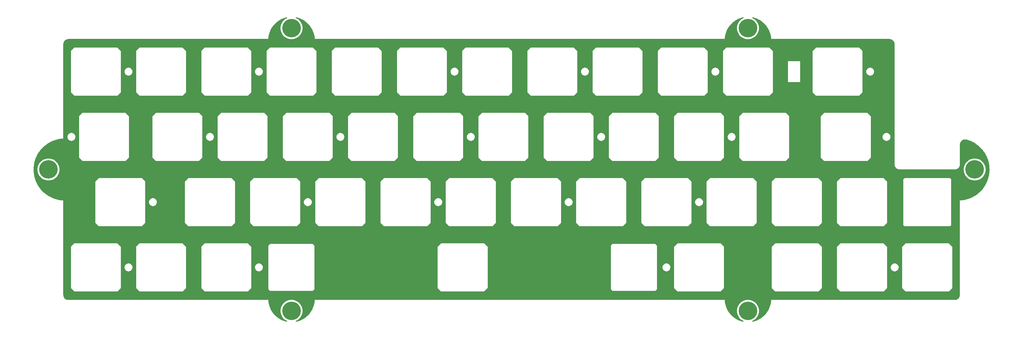
<source format=gbr>
%TF.GenerationSoftware,KiCad,Pcbnew,(7.0.0)*%
%TF.CreationDate,2024-03-29T19:18:25+01:00*%
%TF.ProjectId,plate 625u OEM,706c6174-6520-4363-9235-75204f454d2e,rev?*%
%TF.SameCoordinates,Original*%
%TF.FileFunction,Copper,L2,Bot*%
%TF.FilePolarity,Positive*%
%FSLAX46Y46*%
G04 Gerber Fmt 4.6, Leading zero omitted, Abs format (unit mm)*
G04 Created by KiCad (PCBNEW (7.0.0)) date 2024-03-29 19:18:25*
%MOMM*%
%LPD*%
G01*
G04 APERTURE LIST*
%TA.AperFunction,ComponentPad*%
%ADD10C,5.400000*%
%TD*%
G04 APERTURE END LIST*
D10*
%TO.P,,1*%
%TO.N,N/C*%
X217487500Y-121443750D03*
%TD*%
%TO.P,,1*%
%TO.N,N/C*%
X283731249Y-80168749D03*
%TD*%
%TO.P,,1*%
%TO.N,N/C*%
X13131250Y-80168750D03*
%TD*%
%TO.P,,1*%
%TO.N,N/C*%
X84137499Y-121443750D03*
%TD*%
%TO.P,,1*%
%TO.N,N/C*%
X217487500Y-38893751D03*
%TD*%
%TO.P,,1*%
%TO.N,N/C*%
X84137499Y-38893750D03*
%TD*%
%TA.AperFunction,Conductor*%
%TO.N,GND*%
G36*
X216171658Y-35737046D02*
G01*
X216223105Y-35768192D01*
X216253846Y-35819882D01*
X216256650Y-35879958D01*
X216230857Y-35934286D01*
X216182534Y-35970089D01*
X216099885Y-36004324D01*
X216096667Y-36005657D01*
X216093627Y-36007336D01*
X216093623Y-36007339D01*
X215785092Y-36177857D01*
X215785083Y-36177862D01*
X215782048Y-36179540D01*
X215779207Y-36181555D01*
X215779205Y-36181557D01*
X215491723Y-36385537D01*
X215491715Y-36385542D01*
X215488877Y-36387557D01*
X215486288Y-36389870D01*
X215486280Y-36389877D01*
X215223424Y-36624779D01*
X215223415Y-36624787D01*
X215220839Y-36627090D01*
X215218536Y-36629666D01*
X215218528Y-36629675D01*
X214983626Y-36892531D01*
X214983619Y-36892539D01*
X214981306Y-36895128D01*
X214979291Y-36897966D01*
X214979286Y-36897974D01*
X214779866Y-37179030D01*
X214773289Y-37188299D01*
X214771611Y-37191334D01*
X214771606Y-37191343D01*
X214694285Y-37331246D01*
X214599406Y-37502918D01*
X214598079Y-37506121D01*
X214598074Y-37506132D01*
X214463169Y-37831819D01*
X214463164Y-37831831D01*
X214461841Y-37835027D01*
X214460884Y-37838348D01*
X214460879Y-37838363D01*
X214363288Y-38177112D01*
X214363284Y-38177127D01*
X214362327Y-38180451D01*
X214361748Y-38183857D01*
X214361744Y-38183876D01*
X214302694Y-38531419D01*
X214302692Y-38531435D01*
X214302113Y-38534844D01*
X214281957Y-38893751D01*
X214302113Y-39252658D01*
X214302692Y-39256068D01*
X214302694Y-39256082D01*
X214361744Y-39603625D01*
X214361747Y-39603640D01*
X214362327Y-39607051D01*
X214363285Y-39610378D01*
X214363288Y-39610389D01*
X214460879Y-39949138D01*
X214460882Y-39949148D01*
X214461841Y-39952475D01*
X214463166Y-39955675D01*
X214463169Y-39955682D01*
X214595059Y-40274089D01*
X214599406Y-40284584D01*
X214601088Y-40287627D01*
X214771605Y-40596157D01*
X214773289Y-40599203D01*
X214981306Y-40892374D01*
X215220839Y-41160412D01*
X215488877Y-41399945D01*
X215782048Y-41607962D01*
X216096667Y-41781845D01*
X216428776Y-41919410D01*
X216774200Y-42018924D01*
X217128593Y-42079138D01*
X217487500Y-42099294D01*
X217846407Y-42079138D01*
X218200800Y-42018924D01*
X218546224Y-41919410D01*
X218878333Y-41781845D01*
X219192952Y-41607962D01*
X219486123Y-41399945D01*
X219754161Y-41160412D01*
X219993694Y-40892374D01*
X220201711Y-40599203D01*
X220375594Y-40284584D01*
X220513159Y-39952475D01*
X220612673Y-39607051D01*
X220672887Y-39252658D01*
X220693043Y-38893751D01*
X220672887Y-38534844D01*
X220612673Y-38180451D01*
X220513159Y-37835027D01*
X220375594Y-37502918D01*
X220201711Y-37188299D01*
X219993694Y-36895128D01*
X219754161Y-36627090D01*
X219486123Y-36387557D01*
X219192952Y-36179540D01*
X218878333Y-36005657D01*
X218849066Y-35993534D01*
X218792466Y-35970089D01*
X218744143Y-35934286D01*
X218718350Y-35879956D01*
X218721155Y-35819880D01*
X218751897Y-35768190D01*
X218803345Y-35737045D01*
X218863390Y-35733771D01*
X218872727Y-35735571D01*
X218876532Y-35736369D01*
X219138267Y-35795706D01*
X219143484Y-35797009D01*
X219368666Y-35858507D01*
X219372217Y-35859534D01*
X219629061Y-35938213D01*
X219634374Y-35939974D01*
X219854019Y-36018356D01*
X219857176Y-36019534D01*
X220107818Y-36117201D01*
X220113187Y-36119442D01*
X220325752Y-36214098D01*
X220328742Y-36215477D01*
X220571753Y-36331632D01*
X220577160Y-36334382D01*
X220781501Y-36444720D01*
X220784155Y-36446197D01*
X220850229Y-36484045D01*
X221018326Y-36580334D01*
X221023681Y-36583584D01*
X221218530Y-36708829D01*
X221220873Y-36710375D01*
X221444974Y-36861890D01*
X221450284Y-36865688D01*
X221634331Y-37004864D01*
X221636381Y-37006449D01*
X221849279Y-37174709D01*
X221854486Y-37179061D01*
X221949703Y-37263186D01*
X222026650Y-37331169D01*
X222028447Y-37332788D01*
X222228944Y-37517014D01*
X222233981Y-37521912D01*
X222393212Y-37685796D01*
X222394722Y-37687379D01*
X222581890Y-37886944D01*
X222586697Y-37892380D01*
X222731893Y-38066584D01*
X222733135Y-38068098D01*
X222906022Y-38282314D01*
X222910545Y-38288278D01*
X223040892Y-38471377D01*
X223041885Y-38472792D01*
X223199561Y-38700947D01*
X223203748Y-38707428D01*
X223318366Y-38897566D01*
X223319131Y-38898853D01*
X223460827Y-39140461D01*
X223464626Y-39147441D01*
X223562744Y-39342376D01*
X223563307Y-39343510D01*
X223688347Y-39598382D01*
X223691705Y-39605838D01*
X223772602Y-39802560D01*
X223772992Y-39803520D01*
X223880832Y-40072124D01*
X223883698Y-40080028D01*
X223946617Y-40273794D01*
X223946864Y-40274561D01*
X224037198Y-40559039D01*
X224039523Y-40567358D01*
X224083687Y-40749561D01*
X224083822Y-40750121D01*
X224156533Y-41056304D01*
X224158272Y-41064998D01*
X224182459Y-41213331D01*
X224182514Y-41213673D01*
X224238105Y-41560696D01*
X224239223Y-41569840D01*
X224268844Y-41919410D01*
X224281491Y-42068671D01*
X224281459Y-42068750D01*
X224281505Y-42068861D01*
X224281524Y-42069273D01*
X224282013Y-42069250D01*
X258845573Y-42069250D01*
X258854417Y-42069566D01*
X258859396Y-42069922D01*
X258917583Y-42074083D01*
X258917764Y-42074097D01*
X259062811Y-42085543D01*
X259079374Y-42087987D01*
X259166380Y-42106913D01*
X259168626Y-42107428D01*
X259282960Y-42134876D01*
X259297302Y-42139254D01*
X259386392Y-42172482D01*
X259390488Y-42174094D01*
X259493224Y-42216647D01*
X259505164Y-42222360D01*
X259590731Y-42269082D01*
X259596014Y-42272140D01*
X259688885Y-42329050D01*
X259698393Y-42335502D01*
X259777242Y-42394527D01*
X259783462Y-42399503D01*
X259865543Y-42469605D01*
X259872693Y-42476214D01*
X259942547Y-42546066D01*
X259949152Y-42553210D01*
X259949538Y-42553662D01*
X260019273Y-42635307D01*
X260024249Y-42641528D01*
X260083266Y-42720361D01*
X260089727Y-42729882D01*
X260146610Y-42822702D01*
X260149715Y-42828065D01*
X260196404Y-42913566D01*
X260202133Y-42925540D01*
X260244693Y-43028282D01*
X260246314Y-43032400D01*
X260279519Y-43121419D01*
X260283911Y-43135806D01*
X260311325Y-43249981D01*
X260311917Y-43252569D01*
X260330792Y-43339324D01*
X260333244Y-43355953D01*
X260345018Y-43505487D01*
X260345085Y-43506368D01*
X260349184Y-43563642D01*
X260349500Y-43572494D01*
X260349500Y-78668566D01*
X260349476Y-78668750D01*
X260349450Y-78668750D01*
X260349450Y-78668945D01*
X260349450Y-78668946D01*
X260349452Y-78771633D01*
X260349452Y-78771645D01*
X260349453Y-78776069D01*
X260350083Y-78780453D01*
X260350084Y-78780460D01*
X260379374Y-78984129D01*
X260380006Y-78988522D01*
X260381255Y-78992777D01*
X260381256Y-78992779D01*
X260439232Y-79190210D01*
X260439235Y-79190219D01*
X260440482Y-79194464D01*
X260442320Y-79198490D01*
X260442323Y-79198496D01*
X260482777Y-79287071D01*
X260529651Y-79389704D01*
X260532044Y-79393427D01*
X260643303Y-79566543D01*
X260643307Y-79566548D01*
X260645697Y-79570267D01*
X260786258Y-79732477D01*
X260948473Y-79873033D01*
X261129040Y-79989073D01*
X261324283Y-80078235D01*
X261530227Y-80138705D01*
X261742681Y-80169250D01*
X261849901Y-80169250D01*
X261850000Y-80169250D01*
X261850500Y-80169250D01*
X277899500Y-80169250D01*
X277899842Y-80169250D01*
X277900099Y-80169250D01*
X277900179Y-80169216D01*
X277900351Y-80169200D01*
X278002888Y-80169200D01*
X278007316Y-80169200D01*
X278010453Y-80168749D01*
X280525706Y-80168749D01*
X280545862Y-80527656D01*
X280546441Y-80531066D01*
X280546443Y-80531080D01*
X280605493Y-80878623D01*
X280605496Y-80878638D01*
X280606076Y-80882049D01*
X280607034Y-80885376D01*
X280607037Y-80885387D01*
X280704628Y-81224136D01*
X280704631Y-81224146D01*
X280705590Y-81227473D01*
X280706915Y-81230673D01*
X280706918Y-81230680D01*
X280841823Y-81556367D01*
X280841825Y-81556371D01*
X280843155Y-81559582D01*
X281017038Y-81874201D01*
X281225055Y-82167372D01*
X281464588Y-82435410D01*
X281732626Y-82674943D01*
X282025797Y-82882960D01*
X282340416Y-83056843D01*
X282672525Y-83194408D01*
X283017949Y-83293922D01*
X283372342Y-83354136D01*
X283731249Y-83374292D01*
X284090156Y-83354136D01*
X284444549Y-83293922D01*
X284789973Y-83194408D01*
X285122082Y-83056843D01*
X285436701Y-82882960D01*
X285729872Y-82674943D01*
X285997910Y-82435410D01*
X286237443Y-82167372D01*
X286445460Y-81874201D01*
X286619343Y-81559582D01*
X286756908Y-81227473D01*
X286856422Y-80882049D01*
X286916636Y-80527656D01*
X286936792Y-80168749D01*
X286916636Y-79809842D01*
X286856422Y-79455449D01*
X286756908Y-79110025D01*
X286619343Y-78777916D01*
X286445460Y-78463297D01*
X286237443Y-78170126D01*
X285997910Y-77902088D01*
X285729872Y-77662555D01*
X285436701Y-77454538D01*
X285122082Y-77280655D01*
X285118869Y-77279324D01*
X285118867Y-77279323D01*
X284793180Y-77144418D01*
X284793173Y-77144415D01*
X284789973Y-77143090D01*
X284786646Y-77142131D01*
X284786636Y-77142128D01*
X284447887Y-77044537D01*
X284447876Y-77044534D01*
X284444549Y-77043576D01*
X284441138Y-77042996D01*
X284441123Y-77042993D01*
X284093580Y-76983943D01*
X284093566Y-76983941D01*
X284090156Y-76983362D01*
X284086692Y-76983167D01*
X284086688Y-76983167D01*
X283734721Y-76963401D01*
X283731249Y-76963206D01*
X283727777Y-76963401D01*
X283375809Y-76983167D01*
X283375803Y-76983167D01*
X283372342Y-76983362D01*
X283368933Y-76983941D01*
X283368917Y-76983943D01*
X283021374Y-77042993D01*
X283021355Y-77042997D01*
X283017949Y-77043576D01*
X283014625Y-77044533D01*
X283014610Y-77044537D01*
X282675861Y-77142128D01*
X282675846Y-77142133D01*
X282672525Y-77143090D01*
X282669329Y-77144413D01*
X282669317Y-77144418D01*
X282343630Y-77279323D01*
X282343619Y-77279328D01*
X282340416Y-77280655D01*
X282337376Y-77282334D01*
X282337372Y-77282337D01*
X282028841Y-77452855D01*
X282028832Y-77452860D01*
X282025797Y-77454538D01*
X282022956Y-77456553D01*
X282022954Y-77456555D01*
X281735472Y-77660535D01*
X281735471Y-77660536D01*
X281732626Y-77662555D01*
X281730037Y-77664868D01*
X281730029Y-77664875D01*
X281467173Y-77899777D01*
X281467164Y-77899785D01*
X281464588Y-77902088D01*
X281462285Y-77904664D01*
X281462277Y-77904673D01*
X281227375Y-78167529D01*
X281227368Y-78167537D01*
X281225055Y-78170126D01*
X281223040Y-78172964D01*
X281223035Y-78172972D01*
X281019055Y-78460454D01*
X281019053Y-78460456D01*
X281017038Y-78463297D01*
X281015360Y-78466332D01*
X281015355Y-78466341D01*
X280903385Y-78668937D01*
X280843155Y-78777916D01*
X280841828Y-78781119D01*
X280841823Y-78781130D01*
X280706918Y-79106817D01*
X280706918Y-79106818D01*
X280705590Y-79110025D01*
X280704633Y-79113346D01*
X280704628Y-79113361D01*
X280607037Y-79452110D01*
X280607033Y-79452125D01*
X280606076Y-79455449D01*
X280605497Y-79458855D01*
X280605493Y-79458874D01*
X280546443Y-79806417D01*
X280546441Y-79806433D01*
X280545862Y-79809842D01*
X280545667Y-79813303D01*
X280545667Y-79813309D01*
X280530792Y-80078188D01*
X280525706Y-80168749D01*
X278010453Y-80168749D01*
X278219762Y-80138656D01*
X278425700Y-80078188D01*
X278620936Y-79989029D01*
X278801497Y-79872993D01*
X278963706Y-79732442D01*
X279104263Y-79570237D01*
X279220305Y-79389680D01*
X279309471Y-79194447D01*
X279369945Y-78988511D01*
X279400497Y-78776066D01*
X279400500Y-78668750D01*
X279400500Y-78668250D01*
X279400500Y-72869526D01*
X279400856Y-72860136D01*
X279401892Y-72846500D01*
X279405920Y-72793469D01*
X279418668Y-72639859D01*
X279421433Y-72622180D01*
X279442847Y-72529678D01*
X279443391Y-72527435D01*
X279473678Y-72407911D01*
X279478677Y-72392502D01*
X279516112Y-72298549D01*
X279517748Y-72294642D01*
X279520723Y-72287865D01*
X279564724Y-72187624D01*
X279571313Y-72174726D01*
X279623777Y-72085356D01*
X279626876Y-72080358D01*
X279689522Y-71984551D01*
X279697043Y-71974254D01*
X279763161Y-71892910D01*
X279768117Y-71887184D01*
X279844970Y-71803783D01*
X279852797Y-71796019D01*
X279930790Y-71725287D01*
X279937919Y-71719298D01*
X280027211Y-71649887D01*
X280034768Y-71644459D01*
X280122565Y-71586316D01*
X280132023Y-71580645D01*
X280231763Y-71526761D01*
X280238590Y-71523343D01*
X280333696Y-71479348D01*
X280345558Y-71474589D01*
X280453799Y-71437531D01*
X280459437Y-71435751D01*
X280559018Y-71406944D01*
X280573124Y-71403745D01*
X280688484Y-71384608D01*
X280692547Y-71384006D01*
X280792901Y-71370894D01*
X280809052Y-71369852D01*
X280932362Y-71369983D01*
X280934615Y-71370009D01*
X281029574Y-71372074D01*
X281047419Y-71373759D01*
X281201307Y-71399625D01*
X281201667Y-71399687D01*
X281263119Y-71410452D01*
X281276170Y-71413475D01*
X281828693Y-71573354D01*
X281836326Y-71575834D01*
X282232338Y-71718820D01*
X282232577Y-71718967D01*
X282232595Y-71718913D01*
X282232870Y-71719012D01*
X282385164Y-71774391D01*
X282392355Y-71777264D01*
X282734694Y-71926598D01*
X282928034Y-72011804D01*
X282934810Y-72015041D01*
X283162570Y-72132507D01*
X283248083Y-72176610D01*
X283248646Y-72176902D01*
X283454141Y-72284261D01*
X283460541Y-72287851D01*
X283753131Y-72463634D01*
X283753220Y-72463688D01*
X283961265Y-72590607D01*
X283967270Y-72594514D01*
X284241547Y-72784512D01*
X284242336Y-72785064D01*
X284254952Y-72793959D01*
X284425475Y-72914189D01*
X284447197Y-72929504D01*
X284452787Y-72933687D01*
X284643598Y-73085062D01*
X284710201Y-73137900D01*
X284711149Y-73138660D01*
X284909859Y-73299499D01*
X284915034Y-73303928D01*
X285085737Y-73458389D01*
X285156014Y-73521979D01*
X285157048Y-73522925D01*
X285347279Y-73699009D01*
X285352027Y-73703646D01*
X285576466Y-73934885D01*
X285577565Y-73936032D01*
X285757569Y-74126309D01*
X285761878Y-74131108D01*
X285969487Y-74374785D01*
X285970614Y-74376127D01*
X286138973Y-74579568D01*
X286142818Y-74584459D01*
X286283947Y-74773689D01*
X286333230Y-74839769D01*
X286334391Y-74841352D01*
X286489827Y-75056799D01*
X286493260Y-75061812D01*
X286665974Y-75327756D01*
X286667129Y-75329569D01*
X286808664Y-75556003D01*
X286811665Y-75561068D01*
X286870755Y-75666420D01*
X286966271Y-75836720D01*
X286967334Y-75838658D01*
X287033516Y-75962049D01*
X287094093Y-76074993D01*
X287096671Y-76080078D01*
X287232689Y-76364323D01*
X287233755Y-76366610D01*
X287344888Y-76611533D01*
X287347055Y-76616604D01*
X287464086Y-76908350D01*
X287465068Y-76910877D01*
X287560004Y-77163383D01*
X287561771Y-77168410D01*
X287659461Y-77466535D01*
X287660331Y-77469299D01*
X287738475Y-77728057D01*
X287739859Y-77733008D01*
X287817924Y-78036427D01*
X287818655Y-78039423D01*
X287879567Y-78303191D01*
X287880585Y-78308040D01*
X287938758Y-78615506D01*
X287939324Y-78618728D01*
X287982675Y-78886319D01*
X287983347Y-78891038D01*
X288021445Y-79201346D01*
X288021818Y-79204785D01*
X288047360Y-79474929D01*
X288047707Y-79479496D01*
X288065606Y-79791358D01*
X288065762Y-79795000D01*
X288073346Y-80066467D01*
X288073391Y-80070860D01*
X288071049Y-80383104D01*
X288070961Y-80386936D01*
X288060528Y-80658429D01*
X288060295Y-80662628D01*
X288037736Y-80973976D01*
X288037380Y-80977980D01*
X288008971Y-81248207D01*
X288008486Y-81252197D01*
X287965805Y-81561405D01*
X287965160Y-81565561D01*
X287918899Y-81833316D01*
X287918188Y-81837083D01*
X287855544Y-82142977D01*
X287854586Y-82147264D01*
X287790722Y-82411176D01*
X287789813Y-82414706D01*
X287707439Y-82716064D01*
X287706150Y-82720460D01*
X287624973Y-82979421D01*
X287623892Y-82982706D01*
X287522112Y-83278253D01*
X287520474Y-83282729D01*
X287422415Y-83535470D01*
X287421191Y-83538505D01*
X287300341Y-83827164D01*
X287298337Y-83831694D01*
X287183918Y-84076995D01*
X287182580Y-84079774D01*
X287043107Y-84360350D01*
X287040724Y-84364905D01*
X286910479Y-84601751D01*
X286909052Y-84604274D01*
X286751483Y-84875588D01*
X286748710Y-84880136D01*
X286603385Y-85107303D01*
X286601899Y-85109571D01*
X286426723Y-85370644D01*
X286423549Y-85375154D01*
X286263895Y-85591632D01*
X286262376Y-85593648D01*
X286070227Y-85843379D01*
X286066647Y-85847817D01*
X285893575Y-86052546D01*
X285892050Y-86054316D01*
X285683506Y-86291782D01*
X285679516Y-86296113D01*
X285494007Y-86488138D01*
X285492501Y-86489671D01*
X285268255Y-86713883D01*
X285263854Y-86718073D01*
X285067003Y-86896490D01*
X285065538Y-86897796D01*
X284826199Y-87107918D01*
X284821391Y-87111929D01*
X284614480Y-87275849D01*
X284613079Y-87276942D01*
X284359303Y-87472138D01*
X284354091Y-87475936D01*
X284138495Y-87624588D01*
X284137181Y-87625482D01*
X283869500Y-87805030D01*
X283863891Y-87808578D01*
X283641234Y-87941229D01*
X283640026Y-87941939D01*
X283358951Y-88105116D01*
X283352959Y-88108378D01*
X283125291Y-88224303D01*
X283124204Y-88224850D01*
X282829797Y-88371139D01*
X282823434Y-88374079D01*
X282593177Y-88472687D01*
X282592231Y-88473088D01*
X282284371Y-88601920D01*
X282277653Y-88604505D01*
X282048269Y-88685203D01*
X282047475Y-88685479D01*
X281724952Y-88796492D01*
X281717902Y-88798686D01*
X281494744Y-88860915D01*
X281494113Y-88861089D01*
X281153999Y-88953999D01*
X281146639Y-88955770D01*
X280940253Y-88998812D01*
X280939795Y-88998907D01*
X280573913Y-89073774D01*
X280566269Y-89075090D01*
X280405912Y-89097569D01*
X280405634Y-89097608D01*
X279988172Y-89155163D01*
X279980178Y-89156002D01*
X279416016Y-89196789D01*
X279416010Y-89196790D01*
X279400081Y-89197942D01*
X279400000Y-89197909D01*
X279399892Y-89197953D01*
X279399481Y-89197970D01*
X279399500Y-89198457D01*
X279399500Y-89216983D01*
X279399500Y-116764316D01*
X279399184Y-116773167D01*
X279394388Y-116840183D01*
X279394323Y-116841040D01*
X279383346Y-116980825D01*
X279380893Y-116997477D01*
X279360875Y-117089490D01*
X279360282Y-117092080D01*
X279334154Y-117200898D01*
X279329762Y-117215285D01*
X279295285Y-117307714D01*
X279293664Y-117311833D01*
X279252536Y-117411116D01*
X279246807Y-117423089D01*
X279198710Y-117511168D01*
X279195605Y-117516531D01*
X279140333Y-117606722D01*
X279133873Y-117616242D01*
X279073279Y-117697184D01*
X279068301Y-117703406D01*
X279000016Y-117783353D01*
X278993408Y-117790501D01*
X278921763Y-117862144D01*
X278914613Y-117868753D01*
X278834669Y-117937030D01*
X278828448Y-117942007D01*
X278747497Y-118002604D01*
X278737977Y-118009064D01*
X278647802Y-118064322D01*
X278642439Y-118067427D01*
X278554337Y-118115533D01*
X278542363Y-118121261D01*
X278443074Y-118162387D01*
X278438954Y-118164008D01*
X278346547Y-118198473D01*
X278332162Y-118202865D01*
X278223290Y-118229003D01*
X278220700Y-118229595D01*
X278128703Y-118249607D01*
X278112074Y-118252059D01*
X277977025Y-118262687D01*
X277976145Y-118262753D01*
X277906800Y-118267713D01*
X277903718Y-118267934D01*
X277894872Y-118268250D01*
X224282013Y-118268250D01*
X224281524Y-118268227D01*
X224281505Y-118268638D01*
X224281459Y-118268750D01*
X224281491Y-118268828D01*
X224280071Y-118285579D01*
X224280071Y-118285582D01*
X224239223Y-118767659D01*
X224238105Y-118776803D01*
X224182514Y-119123826D01*
X224182459Y-119124168D01*
X224158272Y-119272500D01*
X224156533Y-119281194D01*
X224083822Y-119587377D01*
X224083687Y-119587937D01*
X224039523Y-119770140D01*
X224037198Y-119778459D01*
X223946864Y-120062937D01*
X223946617Y-120063704D01*
X223883698Y-120257470D01*
X223880832Y-120265374D01*
X223772992Y-120533978D01*
X223772602Y-120534938D01*
X223691705Y-120731660D01*
X223688347Y-120739116D01*
X223563307Y-120993988D01*
X223562744Y-120995122D01*
X223464626Y-121190057D01*
X223460827Y-121197037D01*
X223319131Y-121438645D01*
X223318366Y-121439932D01*
X223203748Y-121630070D01*
X223199561Y-121636551D01*
X223041885Y-121864706D01*
X223040892Y-121866121D01*
X222910545Y-122049220D01*
X222906022Y-122055184D01*
X222733135Y-122269400D01*
X222731893Y-122270914D01*
X222586697Y-122445118D01*
X222581890Y-122450554D01*
X222394722Y-122650119D01*
X222393212Y-122651702D01*
X222233981Y-122815586D01*
X222228944Y-122820484D01*
X222028447Y-123004710D01*
X222026650Y-123006329D01*
X221854493Y-123158431D01*
X221849279Y-123162789D01*
X221636381Y-123331049D01*
X221634286Y-123332669D01*
X221450314Y-123471788D01*
X221444974Y-123475608D01*
X221220873Y-123627123D01*
X221218470Y-123628708D01*
X221023728Y-123753885D01*
X221018312Y-123757173D01*
X220784155Y-123891301D01*
X220781438Y-123892813D01*
X220577194Y-124003099D01*
X220571753Y-124005866D01*
X220328785Y-124122001D01*
X220325752Y-124123400D01*
X220113187Y-124218056D01*
X220107767Y-124220318D01*
X219857282Y-124317924D01*
X219853936Y-124319173D01*
X219634395Y-124397517D01*
X219629038Y-124399292D01*
X219372266Y-124477949D01*
X219368615Y-124479006D01*
X219143501Y-124540484D01*
X219138249Y-124541796D01*
X218876588Y-124601117D01*
X218872646Y-124601944D01*
X218863403Y-124603726D01*
X218803352Y-124600450D01*
X218751904Y-124569304D01*
X218721163Y-124517614D01*
X218718359Y-124457538D01*
X218744153Y-124403209D01*
X218792474Y-124367407D01*
X218878333Y-124331844D01*
X219192952Y-124157961D01*
X219486123Y-123949944D01*
X219754161Y-123710411D01*
X219993694Y-123442373D01*
X220201711Y-123149202D01*
X220375594Y-122834583D01*
X220513159Y-122502474D01*
X220612673Y-122157050D01*
X220672887Y-121802657D01*
X220693043Y-121443750D01*
X220672887Y-121084843D01*
X220612673Y-120730450D01*
X220513159Y-120385026D01*
X220375594Y-120052917D01*
X220201711Y-119738298D01*
X219993694Y-119445127D01*
X219754161Y-119177089D01*
X219486123Y-118937556D01*
X219192952Y-118729539D01*
X218878333Y-118555656D01*
X218875122Y-118554326D01*
X218875118Y-118554324D01*
X218549431Y-118419419D01*
X218549424Y-118419416D01*
X218546224Y-118418091D01*
X218542897Y-118417132D01*
X218542887Y-118417129D01*
X218204138Y-118319538D01*
X218204127Y-118319535D01*
X218200800Y-118318577D01*
X218197389Y-118317997D01*
X218197374Y-118317994D01*
X217849831Y-118258944D01*
X217849817Y-118258942D01*
X217846407Y-118258363D01*
X217842943Y-118258168D01*
X217842939Y-118258168D01*
X217511192Y-118239537D01*
X217487500Y-118238207D01*
X217467471Y-118239331D01*
X217132060Y-118258168D01*
X217132054Y-118258168D01*
X217128593Y-118258363D01*
X217125184Y-118258942D01*
X217125168Y-118258944D01*
X216777625Y-118317994D01*
X216777606Y-118317998D01*
X216774200Y-118318577D01*
X216770876Y-118319534D01*
X216770861Y-118319538D01*
X216432112Y-118417129D01*
X216432097Y-118417134D01*
X216428776Y-118418091D01*
X216425580Y-118419414D01*
X216425568Y-118419419D01*
X216099881Y-118554324D01*
X216099870Y-118554329D01*
X216096667Y-118555656D01*
X216093627Y-118557335D01*
X216093623Y-118557338D01*
X215785092Y-118727856D01*
X215785083Y-118727861D01*
X215782048Y-118729539D01*
X215779207Y-118731554D01*
X215779205Y-118731556D01*
X215491723Y-118935536D01*
X215491715Y-118935541D01*
X215488877Y-118937556D01*
X215486288Y-118939869D01*
X215486280Y-118939876D01*
X215223424Y-119174778D01*
X215223415Y-119174786D01*
X215220839Y-119177089D01*
X215218536Y-119179665D01*
X215218528Y-119179674D01*
X214983626Y-119442530D01*
X214983619Y-119442538D01*
X214981306Y-119445127D01*
X214979291Y-119447965D01*
X214979286Y-119447973D01*
X214879976Y-119587937D01*
X214773289Y-119738298D01*
X214771611Y-119741333D01*
X214771606Y-119741342D01*
X214624872Y-120006839D01*
X214599406Y-120052917D01*
X214598079Y-120056120D01*
X214598074Y-120056131D01*
X214463169Y-120381818D01*
X214463164Y-120381830D01*
X214461841Y-120385026D01*
X214460884Y-120388347D01*
X214460879Y-120388362D01*
X214363288Y-120727111D01*
X214363284Y-120727126D01*
X214362327Y-120730450D01*
X214361748Y-120733856D01*
X214361744Y-120733875D01*
X214302694Y-121081418D01*
X214302692Y-121081434D01*
X214302113Y-121084843D01*
X214281957Y-121443750D01*
X214282152Y-121447222D01*
X214292784Y-121636551D01*
X214302113Y-121802657D01*
X214302692Y-121806067D01*
X214302694Y-121806081D01*
X214361744Y-122153624D01*
X214361747Y-122153639D01*
X214362327Y-122157050D01*
X214363285Y-122160377D01*
X214363288Y-122160388D01*
X214460879Y-122499137D01*
X214460882Y-122499147D01*
X214461841Y-122502474D01*
X214463166Y-122505674D01*
X214463169Y-122505681D01*
X214591537Y-122815586D01*
X214599406Y-122834583D01*
X214773289Y-123149202D01*
X214981306Y-123442373D01*
X215220839Y-123710411D01*
X215488877Y-123949944D01*
X215782048Y-124157961D01*
X216096667Y-124331844D01*
X216182525Y-124367407D01*
X216230846Y-124403208D01*
X216256640Y-124457536D01*
X216253838Y-124517611D01*
X216223098Y-124569302D01*
X216171652Y-124600449D01*
X216111602Y-124603727D01*
X216102357Y-124601945D01*
X216098410Y-124601117D01*
X215836749Y-124541796D01*
X215831497Y-124540484D01*
X215606383Y-124479006D01*
X215602732Y-124477949D01*
X215345960Y-124399292D01*
X215340603Y-124397517D01*
X215121062Y-124319173D01*
X215117746Y-124317935D01*
X214867224Y-124220315D01*
X214861811Y-124218056D01*
X214649246Y-124123400D01*
X214646213Y-124122001D01*
X214403245Y-124005866D01*
X214397804Y-124003099D01*
X214303103Y-123951963D01*
X214193552Y-123892808D01*
X214190843Y-123891301D01*
X213956686Y-123757173D01*
X213951296Y-123753901D01*
X213756510Y-123628696D01*
X213754125Y-123627123D01*
X213530024Y-123475608D01*
X213524701Y-123471800D01*
X213340695Y-123332656D01*
X213338617Y-123331049D01*
X213125719Y-123162789D01*
X213120505Y-123158431D01*
X212948348Y-123006329D01*
X212946551Y-123004710D01*
X212746054Y-122820484D01*
X212741017Y-122815586D01*
X212581786Y-122651702D01*
X212580276Y-122650119D01*
X212393108Y-122450554D01*
X212388313Y-122445132D01*
X212243079Y-122270883D01*
X212241863Y-122269400D01*
X212068976Y-122055184D01*
X212064453Y-122049220D01*
X212039225Y-122013782D01*
X211934048Y-121866038D01*
X211933168Y-121864784D01*
X211775437Y-121636551D01*
X211771250Y-121630070D01*
X211656632Y-121439932D01*
X211655867Y-121438645D01*
X211514171Y-121197037D01*
X211510372Y-121190057D01*
X211412254Y-120995122D01*
X211411691Y-120993988D01*
X211286651Y-120739116D01*
X211283293Y-120731660D01*
X211202396Y-120534938D01*
X211202069Y-120534134D01*
X211094159Y-120265355D01*
X211091300Y-120257470D01*
X211028381Y-120063704D01*
X211028191Y-120063114D01*
X210937789Y-119778420D01*
X210935482Y-119770165D01*
X210891223Y-119587572D01*
X210818463Y-119281187D01*
X210816726Y-119272499D01*
X210800792Y-119174778D01*
X210792520Y-119124040D01*
X210736892Y-118776793D01*
X210735776Y-118767659D01*
X210732403Y-118727856D01*
X210693508Y-118268828D01*
X210693541Y-118268750D01*
X210693494Y-118268638D01*
X210693476Y-118268227D01*
X210692987Y-118268250D01*
X90932013Y-118268250D01*
X90931524Y-118268227D01*
X90931505Y-118268638D01*
X90931459Y-118268750D01*
X90931491Y-118268828D01*
X90930071Y-118285579D01*
X90930071Y-118285582D01*
X90889223Y-118767659D01*
X90888105Y-118776803D01*
X90832514Y-119123826D01*
X90832459Y-119124168D01*
X90808272Y-119272500D01*
X90806533Y-119281194D01*
X90733822Y-119587377D01*
X90733687Y-119587937D01*
X90689523Y-119770140D01*
X90687198Y-119778459D01*
X90596864Y-120062937D01*
X90596617Y-120063704D01*
X90533698Y-120257470D01*
X90530832Y-120265374D01*
X90422992Y-120533978D01*
X90422602Y-120534938D01*
X90341705Y-120731660D01*
X90338347Y-120739116D01*
X90213307Y-120993988D01*
X90212744Y-120995122D01*
X90114626Y-121190057D01*
X90110827Y-121197037D01*
X89969131Y-121438645D01*
X89968366Y-121439932D01*
X89853748Y-121630070D01*
X89849561Y-121636551D01*
X89691885Y-121864706D01*
X89690892Y-121866121D01*
X89560545Y-122049220D01*
X89556022Y-122055184D01*
X89383135Y-122269400D01*
X89381893Y-122270914D01*
X89236697Y-122445118D01*
X89231890Y-122450554D01*
X89044722Y-122650119D01*
X89043212Y-122651702D01*
X88883981Y-122815586D01*
X88878944Y-122820484D01*
X88678447Y-123004710D01*
X88676650Y-123006329D01*
X88504493Y-123158431D01*
X88499279Y-123162789D01*
X88286381Y-123331049D01*
X88284286Y-123332669D01*
X88100314Y-123471788D01*
X88094974Y-123475608D01*
X87870873Y-123627123D01*
X87868470Y-123628708D01*
X87673728Y-123753885D01*
X87668312Y-123757173D01*
X87434155Y-123891301D01*
X87431438Y-123892813D01*
X87227194Y-124003099D01*
X87221753Y-124005866D01*
X86978785Y-124122001D01*
X86975752Y-124123400D01*
X86763187Y-124218056D01*
X86757767Y-124220318D01*
X86507282Y-124317924D01*
X86503936Y-124319173D01*
X86284395Y-124397517D01*
X86279038Y-124399292D01*
X86022266Y-124477949D01*
X86018615Y-124479006D01*
X85793501Y-124540484D01*
X85788249Y-124541796D01*
X85526588Y-124601117D01*
X85522641Y-124601945D01*
X85513396Y-124603727D01*
X85453345Y-124600449D01*
X85401900Y-124569302D01*
X85371160Y-124517611D01*
X85368358Y-124457536D01*
X85394152Y-124403208D01*
X85442473Y-124367407D01*
X85528332Y-124331844D01*
X85842951Y-124157961D01*
X86136122Y-123949944D01*
X86404160Y-123710411D01*
X86643693Y-123442373D01*
X86851710Y-123149202D01*
X87025593Y-122834583D01*
X87163158Y-122502474D01*
X87262672Y-122157050D01*
X87322886Y-121802657D01*
X87343042Y-121443750D01*
X87322886Y-121084843D01*
X87262672Y-120730450D01*
X87163158Y-120385026D01*
X87025593Y-120052917D01*
X86851710Y-119738298D01*
X86643693Y-119445127D01*
X86404160Y-119177089D01*
X86136122Y-118937556D01*
X85842951Y-118729539D01*
X85528332Y-118555656D01*
X85525121Y-118554326D01*
X85525117Y-118554324D01*
X85199430Y-118419419D01*
X85199423Y-118419416D01*
X85196223Y-118418091D01*
X85192896Y-118417132D01*
X85192886Y-118417129D01*
X84854137Y-118319538D01*
X84854126Y-118319535D01*
X84850799Y-118318577D01*
X84847388Y-118317997D01*
X84847373Y-118317994D01*
X84499830Y-118258944D01*
X84499816Y-118258942D01*
X84496406Y-118258363D01*
X84492942Y-118258168D01*
X84492938Y-118258168D01*
X84161191Y-118239537D01*
X84137499Y-118238207D01*
X84117470Y-118239331D01*
X83782059Y-118258168D01*
X83782053Y-118258168D01*
X83778592Y-118258363D01*
X83775183Y-118258942D01*
X83775167Y-118258944D01*
X83427624Y-118317994D01*
X83427605Y-118317998D01*
X83424199Y-118318577D01*
X83420875Y-118319534D01*
X83420860Y-118319538D01*
X83082111Y-118417129D01*
X83082096Y-118417134D01*
X83078775Y-118418091D01*
X83075579Y-118419414D01*
X83075567Y-118419419D01*
X82749880Y-118554324D01*
X82749869Y-118554329D01*
X82746666Y-118555656D01*
X82743626Y-118557335D01*
X82743622Y-118557338D01*
X82435091Y-118727856D01*
X82435082Y-118727861D01*
X82432047Y-118729539D01*
X82429206Y-118731554D01*
X82429204Y-118731556D01*
X82141722Y-118935536D01*
X82141714Y-118935541D01*
X82138876Y-118937556D01*
X82136287Y-118939869D01*
X82136279Y-118939876D01*
X81873423Y-119174778D01*
X81873414Y-119174786D01*
X81870838Y-119177089D01*
X81868535Y-119179665D01*
X81868527Y-119179674D01*
X81633625Y-119442530D01*
X81633618Y-119442538D01*
X81631305Y-119445127D01*
X81629290Y-119447965D01*
X81629285Y-119447973D01*
X81529975Y-119587937D01*
X81423288Y-119738298D01*
X81421610Y-119741333D01*
X81421605Y-119741342D01*
X81274871Y-120006839D01*
X81249405Y-120052917D01*
X81248078Y-120056120D01*
X81248073Y-120056131D01*
X81113168Y-120381818D01*
X81113163Y-120381830D01*
X81111840Y-120385026D01*
X81110883Y-120388347D01*
X81110878Y-120388362D01*
X81013287Y-120727111D01*
X81013283Y-120727126D01*
X81012326Y-120730450D01*
X81011747Y-120733856D01*
X81011743Y-120733875D01*
X80952693Y-121081418D01*
X80952691Y-121081434D01*
X80952112Y-121084843D01*
X80931956Y-121443750D01*
X80932151Y-121447222D01*
X80942783Y-121636551D01*
X80952112Y-121802657D01*
X80952691Y-121806067D01*
X80952693Y-121806081D01*
X81011743Y-122153624D01*
X81011746Y-122153639D01*
X81012326Y-122157050D01*
X81013284Y-122160377D01*
X81013287Y-122160388D01*
X81110878Y-122499137D01*
X81110881Y-122499147D01*
X81111840Y-122502474D01*
X81113165Y-122505674D01*
X81113168Y-122505681D01*
X81241536Y-122815586D01*
X81249405Y-122834583D01*
X81423288Y-123149202D01*
X81631305Y-123442373D01*
X81870838Y-123710411D01*
X82138876Y-123949944D01*
X82432047Y-124157961D01*
X82746666Y-124331844D01*
X82749887Y-124333178D01*
X82832522Y-124367407D01*
X82880845Y-124403209D01*
X82906639Y-124457538D01*
X82903835Y-124517614D01*
X82873094Y-124569304D01*
X82821646Y-124600450D01*
X82761595Y-124603725D01*
X82752356Y-124601944D01*
X82748410Y-124601117D01*
X82486749Y-124541796D01*
X82481497Y-124540484D01*
X82256383Y-124479006D01*
X82252732Y-124477949D01*
X81995960Y-124399292D01*
X81990603Y-124397517D01*
X81771062Y-124319173D01*
X81767746Y-124317935D01*
X81517224Y-124220315D01*
X81511811Y-124218056D01*
X81299246Y-124123400D01*
X81296213Y-124122001D01*
X81053245Y-124005866D01*
X81047804Y-124003099D01*
X80953103Y-123951963D01*
X80843552Y-123892808D01*
X80840843Y-123891301D01*
X80606686Y-123757173D01*
X80601296Y-123753901D01*
X80406510Y-123628696D01*
X80404125Y-123627123D01*
X80180024Y-123475608D01*
X80174701Y-123471800D01*
X79990695Y-123332656D01*
X79988617Y-123331049D01*
X79775719Y-123162789D01*
X79770505Y-123158431D01*
X79598348Y-123006329D01*
X79596551Y-123004710D01*
X79396054Y-122820484D01*
X79391017Y-122815586D01*
X79231786Y-122651702D01*
X79230276Y-122650119D01*
X79043108Y-122450554D01*
X79038313Y-122445132D01*
X78893079Y-122270883D01*
X78891863Y-122269400D01*
X78718976Y-122055184D01*
X78714453Y-122049220D01*
X78689225Y-122013782D01*
X78584048Y-121866038D01*
X78583168Y-121864784D01*
X78425437Y-121636551D01*
X78421250Y-121630070D01*
X78306632Y-121439932D01*
X78305867Y-121438645D01*
X78164171Y-121197037D01*
X78160372Y-121190057D01*
X78062254Y-120995122D01*
X78061691Y-120993988D01*
X77936651Y-120739116D01*
X77933293Y-120731660D01*
X77852396Y-120534938D01*
X77852069Y-120534134D01*
X77744159Y-120265355D01*
X77741300Y-120257470D01*
X77678381Y-120063704D01*
X77678191Y-120063114D01*
X77587789Y-119778420D01*
X77585482Y-119770165D01*
X77541223Y-119587572D01*
X77468463Y-119281187D01*
X77466726Y-119272499D01*
X77450792Y-119174778D01*
X77442520Y-119124040D01*
X77386892Y-118776793D01*
X77385776Y-118767659D01*
X77382403Y-118727856D01*
X77343508Y-118268828D01*
X77343541Y-118268750D01*
X77343494Y-118268638D01*
X77343476Y-118268227D01*
X77342987Y-118268250D01*
X18966929Y-118268250D01*
X18958082Y-118267934D01*
X18954510Y-118267678D01*
X18895358Y-118263447D01*
X18894451Y-118263379D01*
X18749699Y-118251956D01*
X18733101Y-118249507D01*
X18646253Y-118230615D01*
X18643741Y-118230040D01*
X18529562Y-118202629D01*
X18515177Y-118198237D01*
X18500044Y-118192594D01*
X18426117Y-118165020D01*
X18422000Y-118163400D01*
X18319292Y-118120859D01*
X18307318Y-118115130D01*
X18221794Y-118068431D01*
X18216460Y-118065344D01*
X18123624Y-118008455D01*
X18114105Y-118001996D01*
X18035256Y-117942971D01*
X18029036Y-117937995D01*
X17946955Y-117867893D01*
X17939805Y-117861284D01*
X17869951Y-117791432D01*
X17863349Y-117784291D01*
X17793214Y-117702177D01*
X17788249Y-117695970D01*
X17729232Y-117617137D01*
X17722771Y-117607616D01*
X17665880Y-117514783D01*
X17662783Y-117509433D01*
X17616094Y-117423932D01*
X17610365Y-117411958D01*
X17567805Y-117309216D01*
X17566193Y-117305122D01*
X17532974Y-117216065D01*
X17528587Y-117201692D01*
X17528396Y-117200898D01*
X17501170Y-117087507D01*
X17500581Y-117084929D01*
X17481706Y-116998174D01*
X17479255Y-116981552D01*
X17467448Y-116831598D01*
X17467422Y-116831255D01*
X17463316Y-116773868D01*
X17463000Y-116765020D01*
X17463000Y-114743750D01*
X19686958Y-114743750D01*
X19687076Y-114744033D01*
X19687117Y-114744133D01*
X19687215Y-114744173D01*
X20687075Y-115744032D01*
X20687117Y-115744133D01*
X20687217Y-115744174D01*
X20687500Y-115744292D01*
X20687601Y-115744250D01*
X33287399Y-115744250D01*
X33287500Y-115744292D01*
X33287784Y-115744174D01*
X33287784Y-115744173D01*
X33287883Y-115744133D01*
X33287923Y-115744034D01*
X34287782Y-114744174D01*
X34287883Y-114744133D01*
X34287940Y-114743993D01*
X34288042Y-114743750D01*
X38736958Y-114743750D01*
X38737076Y-114744033D01*
X38737117Y-114744133D01*
X38737215Y-114744173D01*
X39737075Y-115744032D01*
X39737117Y-115744133D01*
X39737217Y-115744174D01*
X39737500Y-115744292D01*
X39737601Y-115744250D01*
X52337399Y-115744250D01*
X52337500Y-115744292D01*
X52337784Y-115744174D01*
X52337784Y-115744173D01*
X52337883Y-115744133D01*
X52337923Y-115744034D01*
X53337782Y-114744174D01*
X53337883Y-114744133D01*
X53337940Y-114743993D01*
X53338042Y-114743750D01*
X57786958Y-114743750D01*
X57787076Y-114744033D01*
X57787117Y-114744133D01*
X57787215Y-114744173D01*
X58787075Y-115744032D01*
X58787117Y-115744133D01*
X58787217Y-115744174D01*
X58787500Y-115744292D01*
X58787601Y-115744250D01*
X71387399Y-115744250D01*
X71387500Y-115744292D01*
X71387784Y-115744174D01*
X71387784Y-115744173D01*
X71387883Y-115744133D01*
X71387923Y-115744034D01*
X72024706Y-115107250D01*
X77405708Y-115107250D01*
X77405826Y-115107534D01*
X77405867Y-115107633D01*
X77405965Y-115107673D01*
X77912825Y-115614532D01*
X77912867Y-115614633D01*
X77913151Y-115614750D01*
X77913250Y-115614791D01*
X77913349Y-115614750D01*
X90361149Y-115614750D01*
X90361250Y-115614792D01*
X90361534Y-115614674D01*
X90361534Y-115614673D01*
X90361633Y-115614633D01*
X90361673Y-115614534D01*
X90868532Y-115107674D01*
X90868633Y-115107633D01*
X90868750Y-115107349D01*
X90868791Y-115107250D01*
X90868750Y-115107151D01*
X90868750Y-114743750D01*
X126843208Y-114743750D01*
X126843326Y-114744033D01*
X126843367Y-114744133D01*
X126843465Y-114744173D01*
X127843325Y-115744032D01*
X127843367Y-115744133D01*
X127843467Y-115744174D01*
X127843750Y-115744292D01*
X127843851Y-115744250D01*
X140443649Y-115744250D01*
X140443750Y-115744292D01*
X140444034Y-115744174D01*
X140444034Y-115744173D01*
X140444133Y-115744133D01*
X140444173Y-115744034D01*
X141080956Y-115107250D01*
X177418708Y-115107250D01*
X177418826Y-115107534D01*
X177418867Y-115107633D01*
X177418965Y-115107673D01*
X177925825Y-115614532D01*
X177925867Y-115614633D01*
X177926151Y-115614750D01*
X177926250Y-115614791D01*
X177926349Y-115614750D01*
X190374149Y-115614750D01*
X190374250Y-115614792D01*
X190374534Y-115614674D01*
X190374534Y-115614673D01*
X190374633Y-115614633D01*
X190374673Y-115614534D01*
X190881532Y-115107674D01*
X190881633Y-115107633D01*
X190881750Y-115107349D01*
X190881791Y-115107250D01*
X190881750Y-115107151D01*
X190881750Y-114743750D01*
X195899458Y-114743750D01*
X195899576Y-114744033D01*
X195899617Y-114744133D01*
X195899715Y-114744173D01*
X196899575Y-115744032D01*
X196899617Y-115744133D01*
X196899717Y-115744174D01*
X196900000Y-115744292D01*
X196900101Y-115744250D01*
X209499899Y-115744250D01*
X209500000Y-115744292D01*
X209500284Y-115744174D01*
X209500284Y-115744173D01*
X209500383Y-115744133D01*
X209500423Y-115744034D01*
X210500282Y-114744174D01*
X210500383Y-114744133D01*
X210500440Y-114743993D01*
X210500542Y-114743750D01*
X224474458Y-114743750D01*
X224474576Y-114744033D01*
X224474617Y-114744133D01*
X224474715Y-114744173D01*
X225474575Y-115744032D01*
X225474617Y-115744133D01*
X225474717Y-115744174D01*
X225475000Y-115744292D01*
X225475101Y-115744250D01*
X238074899Y-115744250D01*
X238075000Y-115744292D01*
X238075284Y-115744174D01*
X238075284Y-115744173D01*
X238075383Y-115744133D01*
X238075423Y-115744034D01*
X239075282Y-114744174D01*
X239075383Y-114744133D01*
X239075440Y-114743993D01*
X239075542Y-114743750D01*
X243524458Y-114743750D01*
X243524576Y-114744033D01*
X243524617Y-114744133D01*
X243524715Y-114744173D01*
X244524575Y-115744032D01*
X244524617Y-115744133D01*
X244524717Y-115744174D01*
X244525000Y-115744292D01*
X244525101Y-115744250D01*
X257124899Y-115744250D01*
X257125000Y-115744292D01*
X257125284Y-115744174D01*
X257125284Y-115744173D01*
X257125383Y-115744133D01*
X257125423Y-115744034D01*
X258125282Y-114744174D01*
X258125383Y-114744133D01*
X258125440Y-114743993D01*
X258125542Y-114743750D01*
X262574458Y-114743750D01*
X262574576Y-114744033D01*
X262574617Y-114744133D01*
X262574715Y-114744173D01*
X263574575Y-115744032D01*
X263574617Y-115744133D01*
X263574717Y-115744174D01*
X263575000Y-115744292D01*
X263575101Y-115744250D01*
X276174899Y-115744250D01*
X276175000Y-115744292D01*
X276175284Y-115744174D01*
X276175284Y-115744173D01*
X276175383Y-115744133D01*
X276175423Y-115744034D01*
X277175282Y-114744174D01*
X277175383Y-114744133D01*
X277175440Y-114743993D01*
X277175542Y-114743750D01*
X277175500Y-114743649D01*
X277175500Y-102743851D01*
X277175542Y-102743750D01*
X277175424Y-102743467D01*
X277175383Y-102743367D01*
X277175282Y-102743325D01*
X276175423Y-101743465D01*
X276175383Y-101743367D01*
X276175284Y-101743326D01*
X276175000Y-101743208D01*
X276174899Y-101743250D01*
X263575101Y-101743250D01*
X263575000Y-101743208D01*
X263574756Y-101743309D01*
X263574617Y-101743367D01*
X263574575Y-101743467D01*
X263566296Y-101751745D01*
X263566290Y-101751750D01*
X262583060Y-102734979D01*
X262583055Y-102734985D01*
X262574715Y-102743326D01*
X262574617Y-102743367D01*
X262574576Y-102743465D01*
X262574576Y-102743466D01*
X262574458Y-102743750D01*
X262574500Y-102743851D01*
X262574500Y-114743649D01*
X262574458Y-114743750D01*
X258125542Y-114743750D01*
X258125500Y-114743649D01*
X258125500Y-108743750D01*
X259194571Y-108743750D01*
X259214244Y-108956060D01*
X259215812Y-108961571D01*
X259215814Y-108961581D01*
X259271024Y-109155620D01*
X259271026Y-109155626D01*
X259272595Y-109161139D01*
X259367634Y-109352005D01*
X259496128Y-109522157D01*
X259653698Y-109665802D01*
X259834981Y-109778048D01*
X260033802Y-109855071D01*
X260243390Y-109894250D01*
X260450881Y-109894250D01*
X260456610Y-109894250D01*
X260666198Y-109855071D01*
X260865019Y-109778048D01*
X261046302Y-109665802D01*
X261203872Y-109522157D01*
X261332366Y-109352005D01*
X261427405Y-109161139D01*
X261485756Y-108956060D01*
X261505429Y-108743750D01*
X261485756Y-108531440D01*
X261427405Y-108326361D01*
X261332366Y-108135495D01*
X261203872Y-107965343D01*
X261046302Y-107821698D01*
X261041438Y-107818686D01*
X261041435Y-107818684D01*
X260869890Y-107712468D01*
X260869889Y-107712467D01*
X260865019Y-107709452D01*
X260859681Y-107707384D01*
X260859677Y-107707382D01*
X260671545Y-107634500D01*
X260671540Y-107634498D01*
X260666198Y-107632429D01*
X260660560Y-107631375D01*
X260462239Y-107594302D01*
X260462236Y-107594301D01*
X260456610Y-107593250D01*
X260243390Y-107593250D01*
X260237764Y-107594301D01*
X260237760Y-107594302D01*
X260039439Y-107631375D01*
X260039436Y-107631375D01*
X260033802Y-107632429D01*
X260028461Y-107634497D01*
X260028454Y-107634500D01*
X259840322Y-107707382D01*
X259840313Y-107707386D01*
X259834981Y-107709452D01*
X259830114Y-107712465D01*
X259830109Y-107712468D01*
X259658564Y-107818684D01*
X259658555Y-107818690D01*
X259653698Y-107821698D01*
X259649475Y-107825547D01*
X259649468Y-107825553D01*
X259500360Y-107961484D01*
X259500354Y-107961489D01*
X259496128Y-107965343D01*
X259492681Y-107969906D01*
X259492675Y-107969914D01*
X259371086Y-108130923D01*
X259371083Y-108130927D01*
X259367634Y-108135495D01*
X259365082Y-108140620D01*
X259365079Y-108140625D01*
X259275153Y-108321223D01*
X259272595Y-108326361D01*
X259271027Y-108331869D01*
X259271024Y-108331879D01*
X259215814Y-108525918D01*
X259215811Y-108525929D01*
X259214244Y-108531440D01*
X259194571Y-108743750D01*
X258125500Y-108743750D01*
X258125500Y-102743851D01*
X258125542Y-102743750D01*
X258125424Y-102743467D01*
X258125383Y-102743367D01*
X258125282Y-102743325D01*
X257125423Y-101743465D01*
X257125383Y-101743367D01*
X257125284Y-101743326D01*
X257125000Y-101743208D01*
X257124899Y-101743250D01*
X244525101Y-101743250D01*
X244525000Y-101743208D01*
X244524756Y-101743309D01*
X244524617Y-101743367D01*
X244524575Y-101743467D01*
X244516296Y-101751745D01*
X244516290Y-101751750D01*
X243533060Y-102734979D01*
X243533055Y-102734985D01*
X243524715Y-102743326D01*
X243524617Y-102743367D01*
X243524576Y-102743465D01*
X243524576Y-102743466D01*
X243524458Y-102743750D01*
X243524500Y-102743851D01*
X243524500Y-114743649D01*
X243524458Y-114743750D01*
X239075542Y-114743750D01*
X239075500Y-114743649D01*
X239075500Y-102743851D01*
X239075542Y-102743750D01*
X239075424Y-102743467D01*
X239075383Y-102743367D01*
X239075282Y-102743325D01*
X238075423Y-101743465D01*
X238075383Y-101743367D01*
X238075284Y-101743326D01*
X238075000Y-101743208D01*
X238074899Y-101743250D01*
X225475101Y-101743250D01*
X225475000Y-101743208D01*
X225474756Y-101743309D01*
X225474617Y-101743367D01*
X225474575Y-101743467D01*
X225466296Y-101751745D01*
X225466290Y-101751750D01*
X224483060Y-102734979D01*
X224483055Y-102734985D01*
X224474715Y-102743326D01*
X224474617Y-102743367D01*
X224474576Y-102743465D01*
X224474576Y-102743466D01*
X224474458Y-102743750D01*
X224474500Y-102743851D01*
X224474500Y-114743649D01*
X224474458Y-114743750D01*
X210500542Y-114743750D01*
X210500500Y-114743649D01*
X210500500Y-102743851D01*
X210500542Y-102743750D01*
X210500424Y-102743467D01*
X210500383Y-102743367D01*
X210500282Y-102743325D01*
X209500423Y-101743465D01*
X209500383Y-101743367D01*
X209500284Y-101743326D01*
X209500000Y-101743208D01*
X209499899Y-101743250D01*
X196900101Y-101743250D01*
X196900000Y-101743208D01*
X196899756Y-101743309D01*
X196899617Y-101743367D01*
X196899575Y-101743467D01*
X196891296Y-101751745D01*
X196891290Y-101751750D01*
X195908060Y-102734979D01*
X195908055Y-102734985D01*
X195899715Y-102743326D01*
X195899617Y-102743367D01*
X195899576Y-102743465D01*
X195899576Y-102743466D01*
X195899458Y-102743750D01*
X195899500Y-102743851D01*
X195899500Y-114743649D01*
X195899458Y-114743750D01*
X190881750Y-114743750D01*
X190881750Y-108743750D01*
X192519571Y-108743750D01*
X192539244Y-108956060D01*
X192540812Y-108961571D01*
X192540814Y-108961581D01*
X192596024Y-109155620D01*
X192596026Y-109155626D01*
X192597595Y-109161139D01*
X192692634Y-109352005D01*
X192821128Y-109522157D01*
X192978698Y-109665802D01*
X193159981Y-109778048D01*
X193358802Y-109855071D01*
X193568390Y-109894250D01*
X193775881Y-109894250D01*
X193781610Y-109894250D01*
X193991198Y-109855071D01*
X194190019Y-109778048D01*
X194371302Y-109665802D01*
X194528872Y-109522157D01*
X194657366Y-109352005D01*
X194752405Y-109161139D01*
X194810756Y-108956060D01*
X194830429Y-108743750D01*
X194810756Y-108531440D01*
X194752405Y-108326361D01*
X194657366Y-108135495D01*
X194528872Y-107965343D01*
X194371302Y-107821698D01*
X194366438Y-107818686D01*
X194366435Y-107818684D01*
X194194890Y-107712468D01*
X194194889Y-107712467D01*
X194190019Y-107709452D01*
X194184681Y-107707384D01*
X194184677Y-107707382D01*
X193996545Y-107634500D01*
X193996540Y-107634498D01*
X193991198Y-107632429D01*
X193985560Y-107631375D01*
X193787239Y-107594302D01*
X193787236Y-107594301D01*
X193781610Y-107593250D01*
X193568390Y-107593250D01*
X193562764Y-107594301D01*
X193562760Y-107594302D01*
X193364439Y-107631375D01*
X193364436Y-107631375D01*
X193358802Y-107632429D01*
X193353461Y-107634497D01*
X193353454Y-107634500D01*
X193165322Y-107707382D01*
X193165313Y-107707386D01*
X193159981Y-107709452D01*
X193155114Y-107712465D01*
X193155109Y-107712468D01*
X192983564Y-107818684D01*
X192983555Y-107818690D01*
X192978698Y-107821698D01*
X192974475Y-107825547D01*
X192974468Y-107825553D01*
X192825360Y-107961484D01*
X192825354Y-107961489D01*
X192821128Y-107965343D01*
X192817681Y-107969906D01*
X192817675Y-107969914D01*
X192696086Y-108130923D01*
X192696083Y-108130927D01*
X192692634Y-108135495D01*
X192690082Y-108140620D01*
X192690079Y-108140625D01*
X192600153Y-108321223D01*
X192597595Y-108326361D01*
X192596027Y-108331869D01*
X192596024Y-108331879D01*
X192540814Y-108525918D01*
X192540811Y-108525929D01*
X192539244Y-108531440D01*
X192519571Y-108743750D01*
X190881750Y-108743750D01*
X190881750Y-102380353D01*
X190881792Y-102380254D01*
X190881676Y-102379970D01*
X190881675Y-102379969D01*
X190881633Y-102379867D01*
X190881534Y-102379826D01*
X190467607Y-101960104D01*
X190389832Y-101881240D01*
X190389831Y-101881239D01*
X190381675Y-101872969D01*
X190381633Y-101872867D01*
X190381465Y-101872797D01*
X190381254Y-101872708D01*
X190381151Y-101872750D01*
X177919349Y-101872750D01*
X177919246Y-101872708D01*
X177919034Y-101872797D01*
X177918867Y-101872867D01*
X177918824Y-101872969D01*
X177910909Y-101880994D01*
X177910904Y-101880998D01*
X177427449Y-102371220D01*
X177427444Y-102371226D01*
X177418964Y-102379826D01*
X177418867Y-102379867D01*
X177418825Y-102379967D01*
X177418824Y-102379969D01*
X177418708Y-102380254D01*
X177418750Y-102380353D01*
X177418750Y-115107149D01*
X177418708Y-115107250D01*
X141080956Y-115107250D01*
X141444032Y-114744174D01*
X141444133Y-114744133D01*
X141444190Y-114743993D01*
X141444292Y-114743750D01*
X141444250Y-114743649D01*
X141444250Y-102743851D01*
X141444292Y-102743750D01*
X141444174Y-102743467D01*
X141444133Y-102743367D01*
X141444032Y-102743325D01*
X140444173Y-101743465D01*
X140444133Y-101743367D01*
X140444034Y-101743326D01*
X140443750Y-101743208D01*
X140443649Y-101743250D01*
X127843851Y-101743250D01*
X127843750Y-101743208D01*
X127843506Y-101743309D01*
X127843367Y-101743367D01*
X127843325Y-101743467D01*
X127835046Y-101751745D01*
X127835040Y-101751750D01*
X126851810Y-102734979D01*
X126851805Y-102734985D01*
X126843465Y-102743326D01*
X126843367Y-102743367D01*
X126843326Y-102743465D01*
X126843326Y-102743466D01*
X126843208Y-102743750D01*
X126843250Y-102743851D01*
X126843250Y-114743649D01*
X126843208Y-114743750D01*
X90868750Y-114743750D01*
X90868750Y-102380349D01*
X90868791Y-102380250D01*
X90868675Y-102379970D01*
X90868633Y-102379867D01*
X90868532Y-102379825D01*
X90361673Y-101872965D01*
X90361633Y-101872867D01*
X90361534Y-101872826D01*
X90361250Y-101872708D01*
X90361149Y-101872750D01*
X77913349Y-101872750D01*
X77913250Y-101872709D01*
X77913151Y-101872750D01*
X77912867Y-101872867D01*
X77912825Y-101872967D01*
X77904586Y-101881205D01*
X77904584Y-101881207D01*
X77414310Y-102371479D01*
X77414305Y-102371485D01*
X77405965Y-102379826D01*
X77405867Y-102379867D01*
X77405826Y-102379965D01*
X77405826Y-102379966D01*
X77405708Y-102380250D01*
X77405750Y-102380351D01*
X77405750Y-115107149D01*
X77405708Y-115107250D01*
X72024706Y-115107250D01*
X72387782Y-114744174D01*
X72387883Y-114744133D01*
X72387940Y-114743993D01*
X72388042Y-114743750D01*
X72388000Y-114743649D01*
X72388000Y-108743750D01*
X73457071Y-108743750D01*
X73476744Y-108956060D01*
X73478312Y-108961571D01*
X73478314Y-108961581D01*
X73533524Y-109155620D01*
X73533526Y-109155626D01*
X73535095Y-109161139D01*
X73630134Y-109352005D01*
X73758628Y-109522157D01*
X73916198Y-109665802D01*
X74097481Y-109778048D01*
X74296302Y-109855071D01*
X74505890Y-109894250D01*
X74713381Y-109894250D01*
X74719110Y-109894250D01*
X74928698Y-109855071D01*
X75127519Y-109778048D01*
X75308802Y-109665802D01*
X75466372Y-109522157D01*
X75594866Y-109352005D01*
X75689905Y-109161139D01*
X75748256Y-108956060D01*
X75767929Y-108743750D01*
X75748256Y-108531440D01*
X75689905Y-108326361D01*
X75594866Y-108135495D01*
X75466372Y-107965343D01*
X75308802Y-107821698D01*
X75303938Y-107818686D01*
X75303935Y-107818684D01*
X75132390Y-107712468D01*
X75132389Y-107712467D01*
X75127519Y-107709452D01*
X75122181Y-107707384D01*
X75122177Y-107707382D01*
X74934045Y-107634500D01*
X74934040Y-107634498D01*
X74928698Y-107632429D01*
X74923060Y-107631375D01*
X74724739Y-107594302D01*
X74724736Y-107594301D01*
X74719110Y-107593250D01*
X74505890Y-107593250D01*
X74500264Y-107594301D01*
X74500260Y-107594302D01*
X74301939Y-107631375D01*
X74301936Y-107631375D01*
X74296302Y-107632429D01*
X74290961Y-107634497D01*
X74290954Y-107634500D01*
X74102822Y-107707382D01*
X74102813Y-107707386D01*
X74097481Y-107709452D01*
X74092614Y-107712465D01*
X74092609Y-107712468D01*
X73921064Y-107818684D01*
X73921055Y-107818690D01*
X73916198Y-107821698D01*
X73911975Y-107825547D01*
X73911968Y-107825553D01*
X73762860Y-107961484D01*
X73762854Y-107961489D01*
X73758628Y-107965343D01*
X73755181Y-107969906D01*
X73755175Y-107969914D01*
X73633586Y-108130923D01*
X73633583Y-108130927D01*
X73630134Y-108135495D01*
X73627582Y-108140620D01*
X73627579Y-108140625D01*
X73537653Y-108321223D01*
X73535095Y-108326361D01*
X73533527Y-108331869D01*
X73533524Y-108331879D01*
X73478314Y-108525918D01*
X73478311Y-108525929D01*
X73476744Y-108531440D01*
X73457071Y-108743750D01*
X72388000Y-108743750D01*
X72388000Y-102743851D01*
X72388042Y-102743750D01*
X72387924Y-102743467D01*
X72387883Y-102743367D01*
X72387782Y-102743325D01*
X71387923Y-101743465D01*
X71387883Y-101743367D01*
X71387784Y-101743326D01*
X71387500Y-101743208D01*
X71387399Y-101743250D01*
X58787601Y-101743250D01*
X58787500Y-101743208D01*
X58787256Y-101743309D01*
X58787117Y-101743367D01*
X58787075Y-101743467D01*
X58778796Y-101751745D01*
X58778790Y-101751750D01*
X57795560Y-102734979D01*
X57795555Y-102734985D01*
X57787215Y-102743326D01*
X57787117Y-102743367D01*
X57787076Y-102743465D01*
X57787076Y-102743466D01*
X57786958Y-102743750D01*
X57787000Y-102743851D01*
X57787000Y-114743649D01*
X57786958Y-114743750D01*
X53338042Y-114743750D01*
X53338000Y-114743649D01*
X53338000Y-102743851D01*
X53338042Y-102743750D01*
X53337924Y-102743467D01*
X53337883Y-102743367D01*
X53337782Y-102743325D01*
X52337923Y-101743465D01*
X52337883Y-101743367D01*
X52337784Y-101743326D01*
X52337500Y-101743208D01*
X52337399Y-101743250D01*
X39737601Y-101743250D01*
X39737500Y-101743208D01*
X39737256Y-101743309D01*
X39737117Y-101743367D01*
X39737075Y-101743467D01*
X39728796Y-101751745D01*
X39728790Y-101751750D01*
X38745560Y-102734979D01*
X38745555Y-102734985D01*
X38737215Y-102743326D01*
X38737117Y-102743367D01*
X38737076Y-102743465D01*
X38737076Y-102743466D01*
X38736958Y-102743750D01*
X38737000Y-102743851D01*
X38737000Y-114743649D01*
X38736958Y-114743750D01*
X34288042Y-114743750D01*
X34288000Y-114743649D01*
X34288000Y-108743750D01*
X35357071Y-108743750D01*
X35376744Y-108956060D01*
X35378312Y-108961571D01*
X35378314Y-108961581D01*
X35433524Y-109155620D01*
X35433526Y-109155626D01*
X35435095Y-109161139D01*
X35530134Y-109352005D01*
X35658628Y-109522157D01*
X35816198Y-109665802D01*
X35997481Y-109778048D01*
X36196302Y-109855071D01*
X36405890Y-109894250D01*
X36613381Y-109894250D01*
X36619110Y-109894250D01*
X36828698Y-109855071D01*
X37027519Y-109778048D01*
X37208802Y-109665802D01*
X37366372Y-109522157D01*
X37494866Y-109352005D01*
X37589905Y-109161139D01*
X37648256Y-108956060D01*
X37667929Y-108743750D01*
X37648256Y-108531440D01*
X37589905Y-108326361D01*
X37494866Y-108135495D01*
X37366372Y-107965343D01*
X37208802Y-107821698D01*
X37203938Y-107818686D01*
X37203935Y-107818684D01*
X37032390Y-107712468D01*
X37032389Y-107712467D01*
X37027519Y-107709452D01*
X37022181Y-107707384D01*
X37022177Y-107707382D01*
X36834045Y-107634500D01*
X36834040Y-107634498D01*
X36828698Y-107632429D01*
X36823060Y-107631375D01*
X36624739Y-107594302D01*
X36624736Y-107594301D01*
X36619110Y-107593250D01*
X36405890Y-107593250D01*
X36400264Y-107594301D01*
X36400260Y-107594302D01*
X36201939Y-107631375D01*
X36201936Y-107631375D01*
X36196302Y-107632429D01*
X36190961Y-107634497D01*
X36190954Y-107634500D01*
X36002822Y-107707382D01*
X36002813Y-107707386D01*
X35997481Y-107709452D01*
X35992614Y-107712465D01*
X35992609Y-107712468D01*
X35821064Y-107818684D01*
X35821055Y-107818690D01*
X35816198Y-107821698D01*
X35811975Y-107825547D01*
X35811968Y-107825553D01*
X35662860Y-107961484D01*
X35662854Y-107961489D01*
X35658628Y-107965343D01*
X35655181Y-107969906D01*
X35655175Y-107969914D01*
X35533586Y-108130923D01*
X35533583Y-108130927D01*
X35530134Y-108135495D01*
X35527582Y-108140620D01*
X35527579Y-108140625D01*
X35437653Y-108321223D01*
X35435095Y-108326361D01*
X35433527Y-108331869D01*
X35433524Y-108331879D01*
X35378314Y-108525918D01*
X35378311Y-108525929D01*
X35376744Y-108531440D01*
X35357071Y-108743750D01*
X34288000Y-108743750D01*
X34288000Y-102743851D01*
X34288042Y-102743750D01*
X34287924Y-102743467D01*
X34287883Y-102743367D01*
X34287782Y-102743325D01*
X33287923Y-101743465D01*
X33287883Y-101743367D01*
X33287784Y-101743326D01*
X33287500Y-101743208D01*
X33287399Y-101743250D01*
X20687601Y-101743250D01*
X20687500Y-101743208D01*
X20687256Y-101743309D01*
X20687117Y-101743367D01*
X20687075Y-101743467D01*
X20678796Y-101751745D01*
X20678790Y-101751750D01*
X19695560Y-102734979D01*
X19695555Y-102734985D01*
X19687215Y-102743326D01*
X19687117Y-102743367D01*
X19687076Y-102743465D01*
X19687076Y-102743466D01*
X19686958Y-102743750D01*
X19687000Y-102743851D01*
X19687000Y-114743649D01*
X19686958Y-114743750D01*
X17463000Y-114743750D01*
X17463000Y-95693750D01*
X26830708Y-95693750D01*
X26830826Y-95694033D01*
X26830867Y-95694133D01*
X26830965Y-95694173D01*
X27830825Y-96694032D01*
X27830867Y-96694133D01*
X27830967Y-96694174D01*
X27831250Y-96694292D01*
X27831351Y-96694250D01*
X40431149Y-96694250D01*
X40431250Y-96694292D01*
X40431534Y-96694174D01*
X40431534Y-96694173D01*
X40431633Y-96694133D01*
X40431673Y-96694034D01*
X41431532Y-95694174D01*
X41431633Y-95694133D01*
X41431690Y-95693993D01*
X41431792Y-95693750D01*
X53024458Y-95693750D01*
X53024576Y-95694033D01*
X53024617Y-95694133D01*
X53024715Y-95694173D01*
X54024575Y-96694032D01*
X54024617Y-96694133D01*
X54024717Y-96694174D01*
X54025000Y-96694292D01*
X54025101Y-96694250D01*
X66624899Y-96694250D01*
X66625000Y-96694292D01*
X66625284Y-96694174D01*
X66625284Y-96694173D01*
X66625383Y-96694133D01*
X66625423Y-96694034D01*
X67625282Y-95694174D01*
X67625383Y-95694133D01*
X67625440Y-95693993D01*
X67625542Y-95693750D01*
X72074458Y-95693750D01*
X72074576Y-95694033D01*
X72074617Y-95694133D01*
X72074715Y-95694173D01*
X73074575Y-96694032D01*
X73074617Y-96694133D01*
X73074717Y-96694174D01*
X73075000Y-96694292D01*
X73075101Y-96694250D01*
X85674899Y-96694250D01*
X85675000Y-96694292D01*
X85675284Y-96694174D01*
X85675284Y-96694173D01*
X85675383Y-96694133D01*
X85675423Y-96694034D01*
X86675282Y-95694174D01*
X86675383Y-95694133D01*
X86675440Y-95693993D01*
X86675542Y-95693750D01*
X91124458Y-95693750D01*
X91124576Y-95694033D01*
X91124617Y-95694133D01*
X91124715Y-95694173D01*
X92124575Y-96694032D01*
X92124617Y-96694133D01*
X92124717Y-96694174D01*
X92125000Y-96694292D01*
X92125101Y-96694250D01*
X104724899Y-96694250D01*
X104725000Y-96694292D01*
X104725284Y-96694174D01*
X104725284Y-96694173D01*
X104725383Y-96694133D01*
X104725423Y-96694034D01*
X105725282Y-95694174D01*
X105725383Y-95694133D01*
X105725440Y-95693993D01*
X105725542Y-95693750D01*
X110174458Y-95693750D01*
X110174576Y-95694033D01*
X110174617Y-95694133D01*
X110174715Y-95694173D01*
X111174575Y-96694032D01*
X111174617Y-96694133D01*
X111174717Y-96694174D01*
X111175000Y-96694292D01*
X111175101Y-96694250D01*
X123774899Y-96694250D01*
X123775000Y-96694292D01*
X123775284Y-96694174D01*
X123775284Y-96694173D01*
X123775383Y-96694133D01*
X123775423Y-96694034D01*
X124775282Y-95694174D01*
X124775383Y-95694133D01*
X124775440Y-95693993D01*
X124775542Y-95693750D01*
X129224458Y-95693750D01*
X129224576Y-95694033D01*
X129224617Y-95694133D01*
X129224715Y-95694173D01*
X130224575Y-96694032D01*
X130224617Y-96694133D01*
X130224717Y-96694174D01*
X130225000Y-96694292D01*
X130225101Y-96694250D01*
X142824899Y-96694250D01*
X142825000Y-96694292D01*
X142825284Y-96694174D01*
X142825284Y-96694173D01*
X142825383Y-96694133D01*
X142825423Y-96694034D01*
X143825282Y-95694174D01*
X143825383Y-95694133D01*
X143825440Y-95693993D01*
X143825542Y-95693750D01*
X148274458Y-95693750D01*
X148274576Y-95694033D01*
X148274617Y-95694133D01*
X148274715Y-95694173D01*
X149274575Y-96694032D01*
X149274617Y-96694133D01*
X149274717Y-96694174D01*
X149275000Y-96694292D01*
X149275101Y-96694250D01*
X161874899Y-96694250D01*
X161875000Y-96694292D01*
X161875284Y-96694174D01*
X161875284Y-96694173D01*
X161875383Y-96694133D01*
X161875423Y-96694034D01*
X162875282Y-95694174D01*
X162875383Y-95694133D01*
X162875440Y-95693993D01*
X162875542Y-95693750D01*
X167324458Y-95693750D01*
X167324576Y-95694033D01*
X167324617Y-95694133D01*
X167324715Y-95694173D01*
X168324575Y-96694032D01*
X168324617Y-96694133D01*
X168324717Y-96694174D01*
X168325000Y-96694292D01*
X168325101Y-96694250D01*
X180924899Y-96694250D01*
X180925000Y-96694292D01*
X180925284Y-96694174D01*
X180925284Y-96694173D01*
X180925383Y-96694133D01*
X180925423Y-96694034D01*
X181925282Y-95694174D01*
X181925383Y-95694133D01*
X181925440Y-95693993D01*
X181925542Y-95693750D01*
X186374458Y-95693750D01*
X186374576Y-95694033D01*
X186374617Y-95694133D01*
X186374715Y-95694173D01*
X187374575Y-96694032D01*
X187374617Y-96694133D01*
X187374717Y-96694174D01*
X187375000Y-96694292D01*
X187375101Y-96694250D01*
X199974899Y-96694250D01*
X199975000Y-96694292D01*
X199975284Y-96694174D01*
X199975284Y-96694173D01*
X199975383Y-96694133D01*
X199975423Y-96694034D01*
X200975282Y-95694174D01*
X200975383Y-95694133D01*
X200975440Y-95693993D01*
X200975542Y-95693750D01*
X205424458Y-95693750D01*
X205424576Y-95694033D01*
X205424617Y-95694133D01*
X205424715Y-95694173D01*
X206424575Y-96694032D01*
X206424617Y-96694133D01*
X206424717Y-96694174D01*
X206425000Y-96694292D01*
X206425101Y-96694250D01*
X219024899Y-96694250D01*
X219025000Y-96694292D01*
X219025284Y-96694174D01*
X219025284Y-96694173D01*
X219025383Y-96694133D01*
X219025423Y-96694034D01*
X220025282Y-95694174D01*
X220025383Y-95694133D01*
X220025440Y-95693993D01*
X220025542Y-95693750D01*
X224474458Y-95693750D01*
X224474576Y-95694033D01*
X224474617Y-95694133D01*
X224474715Y-95694173D01*
X225474575Y-96694032D01*
X225474617Y-96694133D01*
X225474717Y-96694174D01*
X225475000Y-96694292D01*
X225475101Y-96694250D01*
X238074899Y-96694250D01*
X238075000Y-96694292D01*
X238075284Y-96694174D01*
X238075284Y-96694173D01*
X238075383Y-96694133D01*
X238075423Y-96694034D01*
X239075282Y-95694174D01*
X239075383Y-95694133D01*
X239075440Y-95693993D01*
X239075542Y-95693750D01*
X243524458Y-95693750D01*
X243524576Y-95694033D01*
X243524617Y-95694133D01*
X243524715Y-95694173D01*
X244524575Y-96694032D01*
X244524617Y-96694133D01*
X244524717Y-96694174D01*
X244525000Y-96694292D01*
X244525101Y-96694250D01*
X257124899Y-96694250D01*
X257125000Y-96694292D01*
X257125284Y-96694174D01*
X257125284Y-96694173D01*
X257125383Y-96694133D01*
X257125423Y-96694034D01*
X257625706Y-96193750D01*
X262874450Y-96193750D01*
X262874456Y-96250145D01*
X262876004Y-96256923D01*
X262876005Y-96256931D01*
X262898013Y-96353318D01*
X262899563Y-96360105D01*
X262948508Y-96461721D01*
X263018836Y-96549900D01*
X263107022Y-96620219D01*
X263208643Y-96669154D01*
X263318605Y-96694250D01*
X263374901Y-96694250D01*
X263375000Y-96694250D01*
X263375500Y-96694250D01*
X276374500Y-96694250D01*
X276374842Y-96694250D01*
X276375099Y-96694250D01*
X276375179Y-96694216D01*
X276375351Y-96694200D01*
X276424426Y-96694200D01*
X276431389Y-96694200D01*
X276541340Y-96669106D01*
X276642952Y-96620177D01*
X276731129Y-96549864D01*
X276801450Y-96461694D01*
X276850390Y-96360088D01*
X276875495Y-96250139D01*
X276875500Y-96193750D01*
X276875500Y-96193250D01*
X276875500Y-83193924D01*
X276875522Y-83193750D01*
X276875550Y-83193750D01*
X276875544Y-83137355D01*
X276850437Y-83027395D01*
X276801492Y-82925779D01*
X276731164Y-82837600D01*
X276725719Y-82833258D01*
X276725717Y-82833256D01*
X276648422Y-82771622D01*
X276648421Y-82771621D01*
X276642978Y-82767281D01*
X276594040Y-82743715D01*
X276547629Y-82721366D01*
X276547627Y-82721365D01*
X276541357Y-82718346D01*
X276534576Y-82716798D01*
X276534572Y-82716797D01*
X276438184Y-82694799D01*
X276438180Y-82694798D01*
X276431395Y-82693250D01*
X276375099Y-82693250D01*
X263374901Y-82693250D01*
X263374820Y-82693283D01*
X263374649Y-82693300D01*
X263318611Y-82693300D01*
X263311827Y-82694848D01*
X263311820Y-82694849D01*
X263215453Y-82716843D01*
X263215447Y-82716844D01*
X263208660Y-82718394D01*
X263202389Y-82721413D01*
X263202382Y-82721416D01*
X263113324Y-82764300D01*
X263113317Y-82764303D01*
X263107048Y-82767323D01*
X263101609Y-82771659D01*
X263101601Y-82771665D01*
X263024317Y-82833292D01*
X263024310Y-82833298D01*
X263018871Y-82837636D01*
X263014529Y-82843079D01*
X263014527Y-82843082D01*
X262952891Y-82920362D01*
X262952887Y-82920367D01*
X262948550Y-82925806D01*
X262945530Y-82932075D01*
X262945528Y-82932079D01*
X262902633Y-83021134D01*
X262902630Y-83021140D01*
X262899610Y-83027412D01*
X262898060Y-83034196D01*
X262898059Y-83034202D01*
X262880079Y-83112950D01*
X262874505Y-83137361D01*
X262874504Y-83144317D01*
X262874504Y-83144321D01*
X262874500Y-83193650D01*
X262874500Y-96193576D01*
X262874477Y-96193750D01*
X262874450Y-96193750D01*
X257625706Y-96193750D01*
X258125282Y-95694174D01*
X258125383Y-95694133D01*
X258125440Y-95693993D01*
X258125542Y-95693750D01*
X258125500Y-95693649D01*
X258125500Y-83693851D01*
X258125542Y-83693750D01*
X258125424Y-83693467D01*
X258125383Y-83693367D01*
X258125282Y-83693325D01*
X257125423Y-82693465D01*
X257125383Y-82693367D01*
X257125284Y-82693326D01*
X257125000Y-82693208D01*
X257124899Y-82693250D01*
X244525101Y-82693250D01*
X244525000Y-82693208D01*
X244524756Y-82693309D01*
X244524617Y-82693367D01*
X244524575Y-82693467D01*
X244516296Y-82701745D01*
X244516290Y-82701750D01*
X243533060Y-83684979D01*
X243533055Y-83684985D01*
X243524715Y-83693326D01*
X243524617Y-83693367D01*
X243524576Y-83693465D01*
X243524576Y-83693466D01*
X243524458Y-83693750D01*
X243524500Y-83693851D01*
X243524500Y-95693649D01*
X243524458Y-95693750D01*
X239075542Y-95693750D01*
X239075500Y-95693649D01*
X239075500Y-83693851D01*
X239075542Y-83693750D01*
X239075424Y-83693467D01*
X239075383Y-83693367D01*
X239075282Y-83693325D01*
X238075423Y-82693465D01*
X238075383Y-82693367D01*
X238075284Y-82693326D01*
X238075000Y-82693208D01*
X238074899Y-82693250D01*
X225475101Y-82693250D01*
X225475000Y-82693208D01*
X225474756Y-82693309D01*
X225474617Y-82693367D01*
X225474575Y-82693467D01*
X225466296Y-82701745D01*
X225466290Y-82701750D01*
X224483060Y-83684979D01*
X224483055Y-83684985D01*
X224474715Y-83693326D01*
X224474617Y-83693367D01*
X224474576Y-83693465D01*
X224474576Y-83693466D01*
X224474458Y-83693750D01*
X224474500Y-83693851D01*
X224474500Y-95693649D01*
X224474458Y-95693750D01*
X220025542Y-95693750D01*
X220025500Y-95693649D01*
X220025500Y-83693851D01*
X220025542Y-83693750D01*
X220025424Y-83693467D01*
X220025383Y-83693367D01*
X220025282Y-83693325D01*
X219025423Y-82693465D01*
X219025383Y-82693367D01*
X219025284Y-82693326D01*
X219025000Y-82693208D01*
X219024899Y-82693250D01*
X206425101Y-82693250D01*
X206425000Y-82693208D01*
X206424756Y-82693309D01*
X206424617Y-82693367D01*
X206424575Y-82693467D01*
X206416296Y-82701745D01*
X206416290Y-82701750D01*
X205433060Y-83684979D01*
X205433055Y-83684985D01*
X205424715Y-83693326D01*
X205424617Y-83693367D01*
X205424576Y-83693465D01*
X205424576Y-83693466D01*
X205424458Y-83693750D01*
X205424500Y-83693851D01*
X205424500Y-95693649D01*
X205424458Y-95693750D01*
X200975542Y-95693750D01*
X200975500Y-95693649D01*
X200975500Y-89693750D01*
X202044571Y-89693750D01*
X202064244Y-89906060D01*
X202065812Y-89911571D01*
X202065814Y-89911581D01*
X202121024Y-90105620D01*
X202121026Y-90105626D01*
X202122595Y-90111139D01*
X202217634Y-90302005D01*
X202346128Y-90472157D01*
X202503698Y-90615802D01*
X202684981Y-90728048D01*
X202883802Y-90805071D01*
X203093390Y-90844250D01*
X203300881Y-90844250D01*
X203306610Y-90844250D01*
X203516198Y-90805071D01*
X203715019Y-90728048D01*
X203896302Y-90615802D01*
X204053872Y-90472157D01*
X204182366Y-90302005D01*
X204277405Y-90111139D01*
X204335756Y-89906060D01*
X204355429Y-89693750D01*
X204335756Y-89481440D01*
X204277405Y-89276361D01*
X204182366Y-89085495D01*
X204053872Y-88915343D01*
X203931670Y-88803940D01*
X203900531Y-88775553D01*
X203900529Y-88775551D01*
X203896302Y-88771698D01*
X203891438Y-88768686D01*
X203891435Y-88768684D01*
X203719890Y-88662468D01*
X203719889Y-88662467D01*
X203715019Y-88659452D01*
X203709681Y-88657384D01*
X203709677Y-88657382D01*
X203521545Y-88584500D01*
X203521540Y-88584498D01*
X203516198Y-88582429D01*
X203510560Y-88581375D01*
X203312239Y-88544302D01*
X203312236Y-88544301D01*
X203306610Y-88543250D01*
X203093390Y-88543250D01*
X203087764Y-88544301D01*
X203087760Y-88544302D01*
X202889439Y-88581375D01*
X202889436Y-88581375D01*
X202883802Y-88582429D01*
X202878461Y-88584497D01*
X202878454Y-88584500D01*
X202690322Y-88657382D01*
X202690313Y-88657386D01*
X202684981Y-88659452D01*
X202680114Y-88662465D01*
X202680109Y-88662468D01*
X202508564Y-88768684D01*
X202508555Y-88768690D01*
X202503698Y-88771698D01*
X202499475Y-88775547D01*
X202499468Y-88775553D01*
X202350360Y-88911484D01*
X202350354Y-88911489D01*
X202346128Y-88915343D01*
X202342681Y-88919906D01*
X202342675Y-88919914D01*
X202221086Y-89080923D01*
X202221083Y-89080927D01*
X202217634Y-89085495D01*
X202215082Y-89090620D01*
X202215079Y-89090625D01*
X202153262Y-89214772D01*
X202122595Y-89276361D01*
X202121027Y-89281869D01*
X202121024Y-89281879D01*
X202065814Y-89475918D01*
X202065811Y-89475929D01*
X202064244Y-89481440D01*
X202044571Y-89693750D01*
X200975500Y-89693750D01*
X200975500Y-83693851D01*
X200975542Y-83693750D01*
X200975424Y-83693467D01*
X200975383Y-83693367D01*
X200975282Y-83693325D01*
X199975423Y-82693465D01*
X199975383Y-82693367D01*
X199975284Y-82693326D01*
X199975000Y-82693208D01*
X199974899Y-82693250D01*
X187375101Y-82693250D01*
X187375000Y-82693208D01*
X187374756Y-82693309D01*
X187374617Y-82693367D01*
X187374575Y-82693467D01*
X187366296Y-82701745D01*
X187366290Y-82701750D01*
X186383060Y-83684979D01*
X186383055Y-83684985D01*
X186374715Y-83693326D01*
X186374617Y-83693367D01*
X186374576Y-83693465D01*
X186374576Y-83693466D01*
X186374458Y-83693750D01*
X186374500Y-83693851D01*
X186374500Y-95693649D01*
X186374458Y-95693750D01*
X181925542Y-95693750D01*
X181925500Y-95693649D01*
X181925500Y-83693851D01*
X181925542Y-83693750D01*
X181925424Y-83693467D01*
X181925383Y-83693367D01*
X181925282Y-83693325D01*
X180925423Y-82693465D01*
X180925383Y-82693367D01*
X180925284Y-82693326D01*
X180925000Y-82693208D01*
X180924899Y-82693250D01*
X168325101Y-82693250D01*
X168325000Y-82693208D01*
X168324756Y-82693309D01*
X168324617Y-82693367D01*
X168324575Y-82693467D01*
X168316296Y-82701745D01*
X168316290Y-82701750D01*
X167333060Y-83684979D01*
X167333055Y-83684985D01*
X167324715Y-83693326D01*
X167324617Y-83693367D01*
X167324576Y-83693465D01*
X167324576Y-83693466D01*
X167324458Y-83693750D01*
X167324500Y-83693851D01*
X167324500Y-95693649D01*
X167324458Y-95693750D01*
X162875542Y-95693750D01*
X162875500Y-95693649D01*
X162875500Y-89693750D01*
X163944571Y-89693750D01*
X163964244Y-89906060D01*
X163965812Y-89911571D01*
X163965814Y-89911581D01*
X164021024Y-90105620D01*
X164021026Y-90105626D01*
X164022595Y-90111139D01*
X164117634Y-90302005D01*
X164246128Y-90472157D01*
X164403698Y-90615802D01*
X164584981Y-90728048D01*
X164783802Y-90805071D01*
X164993390Y-90844250D01*
X165200881Y-90844250D01*
X165206610Y-90844250D01*
X165416198Y-90805071D01*
X165615019Y-90728048D01*
X165796302Y-90615802D01*
X165953872Y-90472157D01*
X166082366Y-90302005D01*
X166177405Y-90111139D01*
X166235756Y-89906060D01*
X166255429Y-89693750D01*
X166235756Y-89481440D01*
X166177405Y-89276361D01*
X166082366Y-89085495D01*
X165953872Y-88915343D01*
X165831670Y-88803940D01*
X165800531Y-88775553D01*
X165800529Y-88775551D01*
X165796302Y-88771698D01*
X165791438Y-88768686D01*
X165791435Y-88768684D01*
X165619890Y-88662468D01*
X165619889Y-88662467D01*
X165615019Y-88659452D01*
X165609681Y-88657384D01*
X165609677Y-88657382D01*
X165421545Y-88584500D01*
X165421540Y-88584498D01*
X165416198Y-88582429D01*
X165410560Y-88581375D01*
X165212239Y-88544302D01*
X165212236Y-88544301D01*
X165206610Y-88543250D01*
X164993390Y-88543250D01*
X164987764Y-88544301D01*
X164987760Y-88544302D01*
X164789439Y-88581375D01*
X164789436Y-88581375D01*
X164783802Y-88582429D01*
X164778461Y-88584497D01*
X164778454Y-88584500D01*
X164590322Y-88657382D01*
X164590313Y-88657386D01*
X164584981Y-88659452D01*
X164580114Y-88662465D01*
X164580109Y-88662468D01*
X164408564Y-88768684D01*
X164408555Y-88768690D01*
X164403698Y-88771698D01*
X164399475Y-88775547D01*
X164399468Y-88775553D01*
X164250360Y-88911484D01*
X164250354Y-88911489D01*
X164246128Y-88915343D01*
X164242681Y-88919906D01*
X164242675Y-88919914D01*
X164121086Y-89080923D01*
X164121083Y-89080927D01*
X164117634Y-89085495D01*
X164115082Y-89090620D01*
X164115079Y-89090625D01*
X164053262Y-89214772D01*
X164022595Y-89276361D01*
X164021027Y-89281869D01*
X164021024Y-89281879D01*
X163965814Y-89475918D01*
X163965811Y-89475929D01*
X163964244Y-89481440D01*
X163944571Y-89693750D01*
X162875500Y-89693750D01*
X162875500Y-83693851D01*
X162875542Y-83693750D01*
X162875424Y-83693467D01*
X162875383Y-83693367D01*
X162875282Y-83693325D01*
X161875423Y-82693465D01*
X161875383Y-82693367D01*
X161875284Y-82693326D01*
X161875000Y-82693208D01*
X161874899Y-82693250D01*
X149275101Y-82693250D01*
X149275000Y-82693208D01*
X149274756Y-82693309D01*
X149274617Y-82693367D01*
X149274575Y-82693467D01*
X149266296Y-82701745D01*
X149266290Y-82701750D01*
X148283060Y-83684979D01*
X148283055Y-83684985D01*
X148274715Y-83693326D01*
X148274617Y-83693367D01*
X148274576Y-83693465D01*
X148274576Y-83693466D01*
X148274458Y-83693750D01*
X148274500Y-83693851D01*
X148274500Y-95693649D01*
X148274458Y-95693750D01*
X143825542Y-95693750D01*
X143825500Y-95693649D01*
X143825500Y-83693851D01*
X143825542Y-83693750D01*
X143825424Y-83693467D01*
X143825383Y-83693367D01*
X143825282Y-83693325D01*
X142825423Y-82693465D01*
X142825383Y-82693367D01*
X142825284Y-82693326D01*
X142825000Y-82693208D01*
X142824899Y-82693250D01*
X130225101Y-82693250D01*
X130225000Y-82693208D01*
X130224756Y-82693309D01*
X130224617Y-82693367D01*
X130224575Y-82693467D01*
X130216296Y-82701745D01*
X130216290Y-82701750D01*
X129233060Y-83684979D01*
X129233055Y-83684985D01*
X129224715Y-83693326D01*
X129224617Y-83693367D01*
X129224576Y-83693465D01*
X129224576Y-83693466D01*
X129224458Y-83693750D01*
X129224500Y-83693851D01*
X129224500Y-95693649D01*
X129224458Y-95693750D01*
X124775542Y-95693750D01*
X124775500Y-95693649D01*
X124775500Y-89693750D01*
X125844571Y-89693750D01*
X125864244Y-89906060D01*
X125865812Y-89911571D01*
X125865814Y-89911581D01*
X125921024Y-90105620D01*
X125921026Y-90105626D01*
X125922595Y-90111139D01*
X126017634Y-90302005D01*
X126146128Y-90472157D01*
X126303698Y-90615802D01*
X126484981Y-90728048D01*
X126683802Y-90805071D01*
X126893390Y-90844250D01*
X127100881Y-90844250D01*
X127106610Y-90844250D01*
X127316198Y-90805071D01*
X127515019Y-90728048D01*
X127696302Y-90615802D01*
X127853872Y-90472157D01*
X127982366Y-90302005D01*
X128077405Y-90111139D01*
X128135756Y-89906060D01*
X128155429Y-89693750D01*
X128135756Y-89481440D01*
X128077405Y-89276361D01*
X127982366Y-89085495D01*
X127853872Y-88915343D01*
X127731670Y-88803940D01*
X127700531Y-88775553D01*
X127700529Y-88775551D01*
X127696302Y-88771698D01*
X127691438Y-88768686D01*
X127691435Y-88768684D01*
X127519890Y-88662468D01*
X127519889Y-88662467D01*
X127515019Y-88659452D01*
X127509681Y-88657384D01*
X127509677Y-88657382D01*
X127321545Y-88584500D01*
X127321540Y-88584498D01*
X127316198Y-88582429D01*
X127310560Y-88581375D01*
X127112239Y-88544302D01*
X127112236Y-88544301D01*
X127106610Y-88543250D01*
X126893390Y-88543250D01*
X126887764Y-88544301D01*
X126887760Y-88544302D01*
X126689439Y-88581375D01*
X126689436Y-88581375D01*
X126683802Y-88582429D01*
X126678461Y-88584497D01*
X126678454Y-88584500D01*
X126490322Y-88657382D01*
X126490313Y-88657386D01*
X126484981Y-88659452D01*
X126480114Y-88662465D01*
X126480109Y-88662468D01*
X126308564Y-88768684D01*
X126308555Y-88768690D01*
X126303698Y-88771698D01*
X126299475Y-88775547D01*
X126299468Y-88775553D01*
X126150360Y-88911484D01*
X126150354Y-88911489D01*
X126146128Y-88915343D01*
X126142681Y-88919906D01*
X126142675Y-88919914D01*
X126021086Y-89080923D01*
X126021083Y-89080927D01*
X126017634Y-89085495D01*
X126015082Y-89090620D01*
X126015079Y-89090625D01*
X125953262Y-89214772D01*
X125922595Y-89276361D01*
X125921027Y-89281869D01*
X125921024Y-89281879D01*
X125865814Y-89475918D01*
X125865811Y-89475929D01*
X125864244Y-89481440D01*
X125844571Y-89693750D01*
X124775500Y-89693750D01*
X124775500Y-83693851D01*
X124775542Y-83693750D01*
X124775424Y-83693467D01*
X124775383Y-83693367D01*
X124775282Y-83693325D01*
X123775423Y-82693465D01*
X123775383Y-82693367D01*
X123775284Y-82693326D01*
X123775000Y-82693208D01*
X123774899Y-82693250D01*
X111175101Y-82693250D01*
X111175000Y-82693208D01*
X111174756Y-82693309D01*
X111174617Y-82693367D01*
X111174575Y-82693467D01*
X111166296Y-82701745D01*
X111166290Y-82701750D01*
X110183060Y-83684979D01*
X110183055Y-83684985D01*
X110174715Y-83693326D01*
X110174617Y-83693367D01*
X110174576Y-83693465D01*
X110174576Y-83693466D01*
X110174458Y-83693750D01*
X110174500Y-83693851D01*
X110174500Y-95693649D01*
X110174458Y-95693750D01*
X105725542Y-95693750D01*
X105725500Y-95693649D01*
X105725500Y-83693851D01*
X105725542Y-83693750D01*
X105725424Y-83693467D01*
X105725383Y-83693367D01*
X105725282Y-83693325D01*
X104725423Y-82693465D01*
X104725383Y-82693367D01*
X104725284Y-82693326D01*
X104725000Y-82693208D01*
X104724899Y-82693250D01*
X92125101Y-82693250D01*
X92125000Y-82693208D01*
X92124756Y-82693309D01*
X92124617Y-82693367D01*
X92124575Y-82693467D01*
X92116296Y-82701745D01*
X92116290Y-82701750D01*
X91133060Y-83684979D01*
X91133055Y-83684985D01*
X91124715Y-83693326D01*
X91124617Y-83693367D01*
X91124576Y-83693465D01*
X91124576Y-83693466D01*
X91124458Y-83693750D01*
X91124500Y-83693851D01*
X91124500Y-95693649D01*
X91124458Y-95693750D01*
X86675542Y-95693750D01*
X86675500Y-95693649D01*
X86675500Y-89693750D01*
X87744571Y-89693750D01*
X87764244Y-89906060D01*
X87765812Y-89911571D01*
X87765814Y-89911581D01*
X87821024Y-90105620D01*
X87821026Y-90105626D01*
X87822595Y-90111139D01*
X87917634Y-90302005D01*
X88046128Y-90472157D01*
X88203698Y-90615802D01*
X88384981Y-90728048D01*
X88583802Y-90805071D01*
X88793390Y-90844250D01*
X89000881Y-90844250D01*
X89006610Y-90844250D01*
X89216198Y-90805071D01*
X89415019Y-90728048D01*
X89596302Y-90615802D01*
X89753872Y-90472157D01*
X89882366Y-90302005D01*
X89977405Y-90111139D01*
X90035756Y-89906060D01*
X90055429Y-89693750D01*
X90035756Y-89481440D01*
X89977405Y-89276361D01*
X89882366Y-89085495D01*
X89753872Y-88915343D01*
X89631670Y-88803940D01*
X89600531Y-88775553D01*
X89600529Y-88775551D01*
X89596302Y-88771698D01*
X89591438Y-88768686D01*
X89591435Y-88768684D01*
X89419890Y-88662468D01*
X89419889Y-88662467D01*
X89415019Y-88659452D01*
X89409681Y-88657384D01*
X89409677Y-88657382D01*
X89221545Y-88584500D01*
X89221540Y-88584498D01*
X89216198Y-88582429D01*
X89210560Y-88581375D01*
X89012239Y-88544302D01*
X89012236Y-88544301D01*
X89006610Y-88543250D01*
X88793390Y-88543250D01*
X88787764Y-88544301D01*
X88787760Y-88544302D01*
X88589439Y-88581375D01*
X88589436Y-88581375D01*
X88583802Y-88582429D01*
X88578461Y-88584497D01*
X88578454Y-88584500D01*
X88390322Y-88657382D01*
X88390313Y-88657386D01*
X88384981Y-88659452D01*
X88380114Y-88662465D01*
X88380109Y-88662468D01*
X88208564Y-88768684D01*
X88208555Y-88768690D01*
X88203698Y-88771698D01*
X88199475Y-88775547D01*
X88199468Y-88775553D01*
X88050360Y-88911484D01*
X88050354Y-88911489D01*
X88046128Y-88915343D01*
X88042681Y-88919906D01*
X88042675Y-88919914D01*
X87921086Y-89080923D01*
X87921083Y-89080927D01*
X87917634Y-89085495D01*
X87915082Y-89090620D01*
X87915079Y-89090625D01*
X87853262Y-89214772D01*
X87822595Y-89276361D01*
X87821027Y-89281869D01*
X87821024Y-89281879D01*
X87765814Y-89475918D01*
X87765811Y-89475929D01*
X87764244Y-89481440D01*
X87744571Y-89693750D01*
X86675500Y-89693750D01*
X86675500Y-83693851D01*
X86675542Y-83693750D01*
X86675424Y-83693467D01*
X86675383Y-83693367D01*
X86675282Y-83693325D01*
X85675423Y-82693465D01*
X85675383Y-82693367D01*
X85675284Y-82693326D01*
X85675000Y-82693208D01*
X85674899Y-82693250D01*
X73075101Y-82693250D01*
X73075000Y-82693208D01*
X73074756Y-82693309D01*
X73074617Y-82693367D01*
X73074575Y-82693467D01*
X73066296Y-82701745D01*
X73066290Y-82701750D01*
X72083060Y-83684979D01*
X72083055Y-83684985D01*
X72074715Y-83693326D01*
X72074617Y-83693367D01*
X72074576Y-83693465D01*
X72074576Y-83693466D01*
X72074458Y-83693750D01*
X72074500Y-83693851D01*
X72074500Y-95693649D01*
X72074458Y-95693750D01*
X67625542Y-95693750D01*
X67625500Y-95693649D01*
X67625500Y-83693851D01*
X67625542Y-83693750D01*
X67625424Y-83693467D01*
X67625383Y-83693367D01*
X67625282Y-83693325D01*
X66625423Y-82693465D01*
X66625383Y-82693367D01*
X66625284Y-82693326D01*
X66625000Y-82693208D01*
X66624899Y-82693250D01*
X54025101Y-82693250D01*
X54025000Y-82693208D01*
X54024756Y-82693309D01*
X54024617Y-82693367D01*
X54024575Y-82693467D01*
X54016296Y-82701745D01*
X54016290Y-82701750D01*
X53033060Y-83684979D01*
X53033055Y-83684985D01*
X53024715Y-83693326D01*
X53024617Y-83693367D01*
X53024576Y-83693465D01*
X53024576Y-83693466D01*
X53024458Y-83693750D01*
X53024500Y-83693851D01*
X53024500Y-95693649D01*
X53024458Y-95693750D01*
X41431792Y-95693750D01*
X41431750Y-95693649D01*
X41431750Y-89693750D01*
X42500821Y-89693750D01*
X42520494Y-89906060D01*
X42522062Y-89911571D01*
X42522064Y-89911581D01*
X42577274Y-90105620D01*
X42577276Y-90105626D01*
X42578845Y-90111139D01*
X42673884Y-90302005D01*
X42802378Y-90472157D01*
X42959948Y-90615802D01*
X43141231Y-90728048D01*
X43340052Y-90805071D01*
X43549640Y-90844250D01*
X43757131Y-90844250D01*
X43762860Y-90844250D01*
X43972448Y-90805071D01*
X44171269Y-90728048D01*
X44352552Y-90615802D01*
X44510122Y-90472157D01*
X44638616Y-90302005D01*
X44733655Y-90111139D01*
X44792006Y-89906060D01*
X44811679Y-89693750D01*
X44792006Y-89481440D01*
X44733655Y-89276361D01*
X44638616Y-89085495D01*
X44510122Y-88915343D01*
X44387920Y-88803940D01*
X44356781Y-88775553D01*
X44356779Y-88775551D01*
X44352552Y-88771698D01*
X44347688Y-88768686D01*
X44347685Y-88768684D01*
X44176140Y-88662468D01*
X44176139Y-88662467D01*
X44171269Y-88659452D01*
X44165931Y-88657384D01*
X44165927Y-88657382D01*
X43977795Y-88584500D01*
X43977790Y-88584498D01*
X43972448Y-88582429D01*
X43966810Y-88581375D01*
X43768489Y-88544302D01*
X43768486Y-88544301D01*
X43762860Y-88543250D01*
X43549640Y-88543250D01*
X43544014Y-88544301D01*
X43544010Y-88544302D01*
X43345689Y-88581375D01*
X43345686Y-88581375D01*
X43340052Y-88582429D01*
X43334711Y-88584497D01*
X43334704Y-88584500D01*
X43146572Y-88657382D01*
X43146563Y-88657386D01*
X43141231Y-88659452D01*
X43136364Y-88662465D01*
X43136359Y-88662468D01*
X42964814Y-88768684D01*
X42964805Y-88768690D01*
X42959948Y-88771698D01*
X42955725Y-88775547D01*
X42955718Y-88775553D01*
X42806610Y-88911484D01*
X42806604Y-88911489D01*
X42802378Y-88915343D01*
X42798931Y-88919906D01*
X42798925Y-88919914D01*
X42677336Y-89080923D01*
X42677333Y-89080927D01*
X42673884Y-89085495D01*
X42671332Y-89090620D01*
X42671329Y-89090625D01*
X42609512Y-89214772D01*
X42578845Y-89276361D01*
X42577277Y-89281869D01*
X42577274Y-89281879D01*
X42522064Y-89475918D01*
X42522061Y-89475929D01*
X42520494Y-89481440D01*
X42500821Y-89693750D01*
X41431750Y-89693750D01*
X41431750Y-83693851D01*
X41431792Y-83693750D01*
X41431674Y-83693467D01*
X41431633Y-83693367D01*
X41431532Y-83693325D01*
X40431673Y-82693465D01*
X40431633Y-82693367D01*
X40431534Y-82693326D01*
X40431250Y-82693208D01*
X40431149Y-82693250D01*
X27831351Y-82693250D01*
X27831250Y-82693208D01*
X27831006Y-82693309D01*
X27830867Y-82693367D01*
X27830825Y-82693467D01*
X27822546Y-82701745D01*
X27822540Y-82701750D01*
X26839310Y-83684979D01*
X26839305Y-83684985D01*
X26830965Y-83693326D01*
X26830867Y-83693367D01*
X26830826Y-83693465D01*
X26830826Y-83693466D01*
X26830708Y-83693750D01*
X26830750Y-83693851D01*
X26830750Y-95693649D01*
X26830708Y-95693750D01*
X17463000Y-95693750D01*
X17463000Y-89216983D01*
X17463000Y-89198457D01*
X17463019Y-89197970D01*
X17462607Y-89197953D01*
X17462500Y-89197909D01*
X17462418Y-89197942D01*
X17446506Y-89196789D01*
X17446502Y-89196788D01*
X16879467Y-89155702D01*
X16871434Y-89154856D01*
X16439845Y-89095143D01*
X16439594Y-89095040D01*
X16439585Y-89095107D01*
X16291331Y-89074274D01*
X16283631Y-89072943D01*
X15908646Y-88995900D01*
X15908216Y-88995811D01*
X15708641Y-88954071D01*
X15701216Y-88952278D01*
X15354436Y-88857130D01*
X15353844Y-88856966D01*
X15135116Y-88795786D01*
X15127999Y-88793562D01*
X15056057Y-88768684D01*
X14800229Y-88680216D01*
X14799483Y-88679955D01*
X14573287Y-88600117D01*
X14566490Y-88597491D01*
X14254354Y-88466226D01*
X14253465Y-88465848D01*
X14025559Y-88367908D01*
X14019108Y-88364914D01*
X13721193Y-88216110D01*
X13720174Y-88215595D01*
X13494304Y-88100166D01*
X13488218Y-88096838D01*
X13204141Y-87931007D01*
X13203008Y-87930337D01*
X12981850Y-87798066D01*
X12976144Y-87794439D01*
X12915931Y-87753813D01*
X12705879Y-87612093D01*
X12704813Y-87611364D01*
X12490404Y-87462918D01*
X12485095Y-87459030D01*
X12229242Y-87260999D01*
X12227990Y-87260017D01*
X12022043Y-87096134D01*
X12017153Y-87092032D01*
X11776170Y-86879032D01*
X11774883Y-86877877D01*
X11578886Y-86699377D01*
X11574384Y-86695065D01*
X11348895Y-86467950D01*
X11347484Y-86466505D01*
X11162811Y-86274339D01*
X11158722Y-86269870D01*
X10949284Y-86029462D01*
X10947912Y-86027859D01*
X10807573Y-85860887D01*
X10775603Y-85822850D01*
X10771926Y-85818259D01*
X10579247Y-85565593D01*
X10577827Y-85563694D01*
X10439669Y-85375154D01*
X10418943Y-85346869D01*
X10415682Y-85342196D01*
X10240270Y-85078137D01*
X10239002Y-85076185D01*
X10094389Y-84848478D01*
X10091550Y-84843780D01*
X9934055Y-84569476D01*
X9932814Y-84567260D01*
X9803339Y-84329834D01*
X9800899Y-84325121D01*
X9661859Y-84041680D01*
X9660687Y-84039218D01*
X9547050Y-83793183D01*
X9544984Y-83788452D01*
X9505956Y-83693750D01*
X9424925Y-83497125D01*
X9423795Y-83494284D01*
X9377715Y-83374097D01*
X9326629Y-83240855D01*
X9324956Y-83236214D01*
X9224208Y-82937955D01*
X9223238Y-82934952D01*
X9143038Y-82675274D01*
X9141719Y-82670689D01*
X9060687Y-82366819D01*
X9059877Y-82363607D01*
X8997036Y-82098783D01*
X8996080Y-82094382D01*
X8935053Y-81786129D01*
X8934405Y-81782589D01*
X8932193Y-81769423D01*
X8889307Y-81514103D01*
X8888653Y-81509727D01*
X8847831Y-81198215D01*
X8847422Y-81194669D01*
X8820261Y-80923563D01*
X8819913Y-80919358D01*
X8799463Y-80605919D01*
X8799280Y-80602190D01*
X8790211Y-80329823D01*
X8790143Y-80325700D01*
X8790143Y-80168750D01*
X9925707Y-80168750D01*
X9945863Y-80527657D01*
X9946442Y-80531067D01*
X9946444Y-80531081D01*
X10005494Y-80878624D01*
X10005497Y-80878639D01*
X10006077Y-80882050D01*
X10007035Y-80885377D01*
X10007038Y-80885388D01*
X10104629Y-81224137D01*
X10104632Y-81224147D01*
X10105591Y-81227474D01*
X10106916Y-81230674D01*
X10106919Y-81230681D01*
X10153703Y-81343626D01*
X10243156Y-81559583D01*
X10244838Y-81562626D01*
X10415355Y-81871156D01*
X10417039Y-81874202D01*
X10625056Y-82167373D01*
X10864589Y-82435411D01*
X11132627Y-82674944D01*
X11425798Y-82882961D01*
X11740417Y-83056844D01*
X12072526Y-83194409D01*
X12417950Y-83293923D01*
X12772343Y-83354137D01*
X13131250Y-83374293D01*
X13490157Y-83354137D01*
X13844550Y-83293923D01*
X14189974Y-83194409D01*
X14522083Y-83056844D01*
X14836702Y-82882961D01*
X15129873Y-82674944D01*
X15397911Y-82435411D01*
X15637444Y-82167373D01*
X15845461Y-81874202D01*
X16019344Y-81559583D01*
X16156909Y-81227474D01*
X16256423Y-80882050D01*
X16316637Y-80527657D01*
X16336793Y-80168750D01*
X16316637Y-79809843D01*
X16256423Y-79455450D01*
X16156909Y-79110026D01*
X16019344Y-78777917D01*
X15845461Y-78463298D01*
X15637444Y-78170127D01*
X15397911Y-77902089D01*
X15129873Y-77662556D01*
X14836702Y-77454539D01*
X14522083Y-77280656D01*
X14518872Y-77279326D01*
X14518868Y-77279324D01*
X14193181Y-77144419D01*
X14193174Y-77144416D01*
X14189974Y-77143091D01*
X14186647Y-77142132D01*
X14186637Y-77142129D01*
X13847888Y-77044538D01*
X13847877Y-77044535D01*
X13844550Y-77043577D01*
X13841139Y-77042997D01*
X13841124Y-77042994D01*
X13493581Y-76983944D01*
X13493567Y-76983942D01*
X13490157Y-76983363D01*
X13486693Y-76983168D01*
X13486689Y-76983168D01*
X13134722Y-76963402D01*
X13131250Y-76963207D01*
X13127778Y-76963402D01*
X12775810Y-76983168D01*
X12775804Y-76983168D01*
X12772343Y-76983363D01*
X12768934Y-76983942D01*
X12768918Y-76983944D01*
X12421375Y-77042994D01*
X12421356Y-77042998D01*
X12417950Y-77043577D01*
X12414626Y-77044534D01*
X12414611Y-77044538D01*
X12075862Y-77142129D01*
X12075847Y-77142134D01*
X12072526Y-77143091D01*
X12069330Y-77144414D01*
X12069318Y-77144419D01*
X11743631Y-77279324D01*
X11743620Y-77279329D01*
X11740417Y-77280656D01*
X11737377Y-77282335D01*
X11737373Y-77282338D01*
X11428842Y-77452856D01*
X11428833Y-77452861D01*
X11425798Y-77454539D01*
X11422957Y-77456554D01*
X11422955Y-77456556D01*
X11135473Y-77660536D01*
X11135465Y-77660541D01*
X11132627Y-77662556D01*
X11130038Y-77664869D01*
X11130030Y-77664876D01*
X10867174Y-77899778D01*
X10867165Y-77899786D01*
X10864589Y-77902089D01*
X10862286Y-77904665D01*
X10862278Y-77904674D01*
X10627376Y-78167530D01*
X10627369Y-78167538D01*
X10625056Y-78170127D01*
X10623041Y-78172965D01*
X10623036Y-78172973D01*
X10527201Y-78308040D01*
X10417039Y-78463298D01*
X10415361Y-78466333D01*
X10415356Y-78466342D01*
X10246629Y-78771633D01*
X10243156Y-78777917D01*
X10241829Y-78781120D01*
X10241824Y-78781131D01*
X10106919Y-79106818D01*
X10106914Y-79106830D01*
X10105591Y-79110026D01*
X10104634Y-79113347D01*
X10104629Y-79113362D01*
X10007038Y-79452111D01*
X10007034Y-79452126D01*
X10006077Y-79455450D01*
X10005498Y-79458856D01*
X10005494Y-79458875D01*
X9946444Y-79806418D01*
X9946442Y-79806434D01*
X9945863Y-79809843D01*
X9945668Y-79813304D01*
X9945668Y-79813310D01*
X9933345Y-80032744D01*
X9925707Y-80168750D01*
X8790143Y-80168750D01*
X8790143Y-80011800D01*
X8790212Y-80007675D01*
X8790770Y-79990912D01*
X8799280Y-79735306D01*
X8799463Y-79731586D01*
X8819914Y-79418131D01*
X8820260Y-79413946D01*
X8847423Y-79142815D01*
X8847829Y-79139300D01*
X8888655Y-78827756D01*
X8889304Y-78823412D01*
X8934408Y-78554888D01*
X8935053Y-78551369D01*
X8947643Y-78487775D01*
X8996084Y-78243094D01*
X8997031Y-78238738D01*
X9059885Y-77973858D01*
X9060678Y-77970715D01*
X9141726Y-77666782D01*
X9143029Y-77662253D01*
X9223252Y-77402502D01*
X9224193Y-77399589D01*
X9324967Y-77101253D01*
X9326617Y-77096675D01*
X9423822Y-76843144D01*
X9424901Y-76840431D01*
X9505955Y-76643750D01*
X22068208Y-76643750D01*
X22068326Y-76644033D01*
X22068367Y-76644133D01*
X22068465Y-76644173D01*
X23068325Y-77644032D01*
X23068367Y-77644133D01*
X23068467Y-77644174D01*
X23068750Y-77644292D01*
X23068851Y-77644250D01*
X35668649Y-77644250D01*
X35668750Y-77644292D01*
X35669034Y-77644174D01*
X35669034Y-77644173D01*
X35669133Y-77644133D01*
X35669173Y-77644034D01*
X36669032Y-76644174D01*
X36669133Y-76644133D01*
X36669190Y-76643993D01*
X36669292Y-76643750D01*
X43499458Y-76643750D01*
X43499576Y-76644033D01*
X43499617Y-76644133D01*
X43499715Y-76644173D01*
X44499575Y-77644032D01*
X44499617Y-77644133D01*
X44499717Y-77644174D01*
X44500000Y-77644292D01*
X44500101Y-77644250D01*
X57099899Y-77644250D01*
X57100000Y-77644292D01*
X57100284Y-77644174D01*
X57100284Y-77644173D01*
X57100383Y-77644133D01*
X57100423Y-77644034D01*
X58100282Y-76644174D01*
X58100383Y-76644133D01*
X58100440Y-76643993D01*
X58100542Y-76643750D01*
X62549458Y-76643750D01*
X62549576Y-76644033D01*
X62549617Y-76644133D01*
X62549715Y-76644173D01*
X63549575Y-77644032D01*
X63549617Y-77644133D01*
X63549717Y-77644174D01*
X63550000Y-77644292D01*
X63550101Y-77644250D01*
X76149899Y-77644250D01*
X76150000Y-77644292D01*
X76150284Y-77644174D01*
X76150284Y-77644173D01*
X76150383Y-77644133D01*
X76150423Y-77644034D01*
X77150282Y-76644174D01*
X77150383Y-76644133D01*
X77150440Y-76643993D01*
X77150542Y-76643750D01*
X81599458Y-76643750D01*
X81599576Y-76644033D01*
X81599617Y-76644133D01*
X81599715Y-76644173D01*
X82599575Y-77644032D01*
X82599617Y-77644133D01*
X82599717Y-77644174D01*
X82600000Y-77644292D01*
X82600101Y-77644250D01*
X95199899Y-77644250D01*
X95200000Y-77644292D01*
X95200284Y-77644174D01*
X95200284Y-77644173D01*
X95200383Y-77644133D01*
X95200423Y-77644034D01*
X96200282Y-76644174D01*
X96200383Y-76644133D01*
X96200440Y-76643993D01*
X96200542Y-76643750D01*
X100649458Y-76643750D01*
X100649576Y-76644033D01*
X100649617Y-76644133D01*
X100649715Y-76644173D01*
X101649575Y-77644032D01*
X101649617Y-77644133D01*
X101649717Y-77644174D01*
X101650000Y-77644292D01*
X101650101Y-77644250D01*
X114249899Y-77644250D01*
X114250000Y-77644292D01*
X114250284Y-77644174D01*
X114250284Y-77644173D01*
X114250383Y-77644133D01*
X114250423Y-77644034D01*
X115250282Y-76644174D01*
X115250383Y-76644133D01*
X115250440Y-76643993D01*
X115250542Y-76643750D01*
X119699458Y-76643750D01*
X119699576Y-76644033D01*
X119699617Y-76644133D01*
X119699715Y-76644173D01*
X120699575Y-77644032D01*
X120699617Y-77644133D01*
X120699717Y-77644174D01*
X120700000Y-77644292D01*
X120700101Y-77644250D01*
X133299899Y-77644250D01*
X133300000Y-77644292D01*
X133300284Y-77644174D01*
X133300284Y-77644173D01*
X133300383Y-77644133D01*
X133300423Y-77644034D01*
X134300282Y-76644174D01*
X134300383Y-76644133D01*
X134300440Y-76643993D01*
X134300542Y-76643750D01*
X138749458Y-76643750D01*
X138749576Y-76644033D01*
X138749617Y-76644133D01*
X138749715Y-76644173D01*
X139749575Y-77644032D01*
X139749617Y-77644133D01*
X139749717Y-77644174D01*
X139750000Y-77644292D01*
X139750101Y-77644250D01*
X152349899Y-77644250D01*
X152350000Y-77644292D01*
X152350284Y-77644174D01*
X152350284Y-77644173D01*
X152350383Y-77644133D01*
X152350423Y-77644034D01*
X153350282Y-76644174D01*
X153350383Y-76644133D01*
X153350440Y-76643993D01*
X153350542Y-76643750D01*
X157799458Y-76643750D01*
X157799576Y-76644033D01*
X157799617Y-76644133D01*
X157799715Y-76644173D01*
X158799575Y-77644032D01*
X158799617Y-77644133D01*
X158799717Y-77644174D01*
X158800000Y-77644292D01*
X158800101Y-77644250D01*
X171399899Y-77644250D01*
X171400000Y-77644292D01*
X171400284Y-77644174D01*
X171400284Y-77644173D01*
X171400383Y-77644133D01*
X171400423Y-77644034D01*
X172400282Y-76644174D01*
X172400383Y-76644133D01*
X172400440Y-76643993D01*
X172400542Y-76643750D01*
X176849458Y-76643750D01*
X176849576Y-76644033D01*
X176849617Y-76644133D01*
X176849715Y-76644173D01*
X177849575Y-77644032D01*
X177849617Y-77644133D01*
X177849717Y-77644174D01*
X177850000Y-77644292D01*
X177850101Y-77644250D01*
X190449899Y-77644250D01*
X190450000Y-77644292D01*
X190450284Y-77644174D01*
X190450284Y-77644173D01*
X190450383Y-77644133D01*
X190450423Y-77644034D01*
X191450282Y-76644174D01*
X191450383Y-76644133D01*
X191450440Y-76643993D01*
X191450542Y-76643750D01*
X195899458Y-76643750D01*
X195899576Y-76644033D01*
X195899617Y-76644133D01*
X195899715Y-76644173D01*
X196899575Y-77644032D01*
X196899617Y-77644133D01*
X196899717Y-77644174D01*
X196900000Y-77644292D01*
X196900101Y-77644250D01*
X209499899Y-77644250D01*
X209500000Y-77644292D01*
X209500284Y-77644174D01*
X209500284Y-77644173D01*
X209500383Y-77644133D01*
X209500423Y-77644034D01*
X210500282Y-76644174D01*
X210500383Y-76644133D01*
X210500440Y-76643993D01*
X210500542Y-76643750D01*
X214949458Y-76643750D01*
X214949576Y-76644033D01*
X214949617Y-76644133D01*
X214949715Y-76644173D01*
X215949575Y-77644032D01*
X215949617Y-77644133D01*
X215949717Y-77644174D01*
X215950000Y-77644292D01*
X215950101Y-77644250D01*
X228549899Y-77644250D01*
X228550000Y-77644292D01*
X228550284Y-77644174D01*
X228550284Y-77644173D01*
X228550383Y-77644133D01*
X228550423Y-77644034D01*
X229550282Y-76644174D01*
X229550383Y-76644133D01*
X229550440Y-76643993D01*
X229550542Y-76643750D01*
X238761958Y-76643750D01*
X238762076Y-76644033D01*
X238762117Y-76644133D01*
X238762215Y-76644173D01*
X239762075Y-77644032D01*
X239762117Y-77644133D01*
X239762217Y-77644174D01*
X239762500Y-77644292D01*
X239762601Y-77644250D01*
X252362399Y-77644250D01*
X252362500Y-77644292D01*
X252362784Y-77644174D01*
X252362784Y-77644173D01*
X252362883Y-77644133D01*
X252362923Y-77644034D01*
X253362782Y-76644174D01*
X253362883Y-76644133D01*
X253362940Y-76643993D01*
X253363042Y-76643750D01*
X253363000Y-76643649D01*
X253363000Y-70643750D01*
X256813321Y-70643750D01*
X256832994Y-70856060D01*
X256834562Y-70861571D01*
X256834564Y-70861581D01*
X256889774Y-71055620D01*
X256889776Y-71055626D01*
X256891345Y-71061139D01*
X256921997Y-71122697D01*
X256981544Y-71242286D01*
X256986384Y-71252005D01*
X256989836Y-71256576D01*
X257100973Y-71403745D01*
X257114878Y-71422157D01*
X257119110Y-71426015D01*
X257246044Y-71541732D01*
X257272448Y-71565802D01*
X257453731Y-71678048D01*
X257652552Y-71755071D01*
X257862140Y-71794250D01*
X258069631Y-71794250D01*
X258075360Y-71794250D01*
X258284948Y-71755071D01*
X258483769Y-71678048D01*
X258665052Y-71565802D01*
X258822622Y-71422157D01*
X258951116Y-71252005D01*
X259046155Y-71061139D01*
X259104506Y-70856060D01*
X259124179Y-70643750D01*
X259104506Y-70431440D01*
X259046155Y-70226361D01*
X258951116Y-70035495D01*
X258822622Y-69865343D01*
X258665052Y-69721698D01*
X258660188Y-69718686D01*
X258660185Y-69718684D01*
X258488640Y-69612468D01*
X258488639Y-69612467D01*
X258483769Y-69609452D01*
X258478431Y-69607384D01*
X258478427Y-69607382D01*
X258290295Y-69534500D01*
X258290290Y-69534498D01*
X258284948Y-69532429D01*
X258279310Y-69531375D01*
X258080989Y-69494302D01*
X258080986Y-69494301D01*
X258075360Y-69493250D01*
X257862140Y-69493250D01*
X257856514Y-69494301D01*
X257856510Y-69494302D01*
X257658189Y-69531375D01*
X257658186Y-69531375D01*
X257652552Y-69532429D01*
X257647211Y-69534497D01*
X257647204Y-69534500D01*
X257459072Y-69607382D01*
X257459063Y-69607386D01*
X257453731Y-69609452D01*
X257448864Y-69612465D01*
X257448859Y-69612468D01*
X257277314Y-69718684D01*
X257277305Y-69718690D01*
X257272448Y-69721698D01*
X257268225Y-69725547D01*
X257268218Y-69725553D01*
X257119110Y-69861484D01*
X257119104Y-69861489D01*
X257114878Y-69865343D01*
X257111431Y-69869906D01*
X257111425Y-69869914D01*
X256989836Y-70030923D01*
X256989833Y-70030927D01*
X256986384Y-70035495D01*
X256983832Y-70040620D01*
X256983829Y-70040625D01*
X256893903Y-70221223D01*
X256891345Y-70226361D01*
X256889777Y-70231869D01*
X256889774Y-70231879D01*
X256834564Y-70425918D01*
X256834561Y-70425929D01*
X256832994Y-70431440D01*
X256813321Y-70643750D01*
X253363000Y-70643750D01*
X253363000Y-64643851D01*
X253363042Y-64643750D01*
X253362924Y-64643467D01*
X253362883Y-64643367D01*
X253362782Y-64643325D01*
X252362923Y-63643465D01*
X252362883Y-63643367D01*
X252362784Y-63643326D01*
X252362500Y-63643208D01*
X252362399Y-63643250D01*
X239762601Y-63643250D01*
X239762500Y-63643208D01*
X239762256Y-63643309D01*
X239762117Y-63643367D01*
X239762075Y-63643467D01*
X239753796Y-63651745D01*
X239753790Y-63651750D01*
X238770560Y-64634979D01*
X238770555Y-64634985D01*
X238762215Y-64643326D01*
X238762117Y-64643367D01*
X238762076Y-64643465D01*
X238762076Y-64643466D01*
X238761958Y-64643750D01*
X238762000Y-64643851D01*
X238762000Y-76643649D01*
X238761958Y-76643750D01*
X229550542Y-76643750D01*
X229550500Y-76643649D01*
X229550500Y-64643851D01*
X229550542Y-64643750D01*
X229550424Y-64643467D01*
X229550383Y-64643367D01*
X229550282Y-64643325D01*
X228550423Y-63643465D01*
X228550383Y-63643367D01*
X228550284Y-63643326D01*
X228550000Y-63643208D01*
X228549899Y-63643250D01*
X215950101Y-63643250D01*
X215950000Y-63643208D01*
X215949756Y-63643309D01*
X215949617Y-63643367D01*
X215949575Y-63643467D01*
X215941296Y-63651745D01*
X215941290Y-63651750D01*
X214958060Y-64634979D01*
X214958055Y-64634985D01*
X214949715Y-64643326D01*
X214949617Y-64643367D01*
X214949576Y-64643465D01*
X214949576Y-64643466D01*
X214949458Y-64643750D01*
X214949500Y-64643851D01*
X214949500Y-76643649D01*
X214949458Y-76643750D01*
X210500542Y-76643750D01*
X210500500Y-76643649D01*
X210500500Y-70643750D01*
X211569571Y-70643750D01*
X211589244Y-70856060D01*
X211590812Y-70861571D01*
X211590814Y-70861581D01*
X211646024Y-71055620D01*
X211646026Y-71055626D01*
X211647595Y-71061139D01*
X211678247Y-71122697D01*
X211737794Y-71242286D01*
X211742634Y-71252005D01*
X211746086Y-71256576D01*
X211857223Y-71403745D01*
X211871128Y-71422157D01*
X211875360Y-71426015D01*
X212002294Y-71541732D01*
X212028698Y-71565802D01*
X212209981Y-71678048D01*
X212408802Y-71755071D01*
X212618390Y-71794250D01*
X212825881Y-71794250D01*
X212831610Y-71794250D01*
X213041198Y-71755071D01*
X213240019Y-71678048D01*
X213421302Y-71565802D01*
X213578872Y-71422157D01*
X213707366Y-71252005D01*
X213802405Y-71061139D01*
X213860756Y-70856060D01*
X213880429Y-70643750D01*
X213860756Y-70431440D01*
X213802405Y-70226361D01*
X213707366Y-70035495D01*
X213578872Y-69865343D01*
X213421302Y-69721698D01*
X213416438Y-69718686D01*
X213416435Y-69718684D01*
X213244890Y-69612468D01*
X213244889Y-69612467D01*
X213240019Y-69609452D01*
X213234681Y-69607384D01*
X213234677Y-69607382D01*
X213046545Y-69534500D01*
X213046540Y-69534498D01*
X213041198Y-69532429D01*
X213035560Y-69531375D01*
X212837239Y-69494302D01*
X212837236Y-69494301D01*
X212831610Y-69493250D01*
X212618390Y-69493250D01*
X212612764Y-69494301D01*
X212612760Y-69494302D01*
X212414439Y-69531375D01*
X212414436Y-69531375D01*
X212408802Y-69532429D01*
X212403461Y-69534497D01*
X212403454Y-69534500D01*
X212215322Y-69607382D01*
X212215313Y-69607386D01*
X212209981Y-69609452D01*
X212205114Y-69612465D01*
X212205109Y-69612468D01*
X212033564Y-69718684D01*
X212033555Y-69718690D01*
X212028698Y-69721698D01*
X212024475Y-69725547D01*
X212024468Y-69725553D01*
X211875360Y-69861484D01*
X211875354Y-69861489D01*
X211871128Y-69865343D01*
X211867681Y-69869906D01*
X211867675Y-69869914D01*
X211746086Y-70030923D01*
X211746083Y-70030927D01*
X211742634Y-70035495D01*
X211740082Y-70040620D01*
X211740079Y-70040625D01*
X211650153Y-70221223D01*
X211647595Y-70226361D01*
X211646027Y-70231869D01*
X211646024Y-70231879D01*
X211590814Y-70425918D01*
X211590811Y-70425929D01*
X211589244Y-70431440D01*
X211569571Y-70643750D01*
X210500500Y-70643750D01*
X210500500Y-64643851D01*
X210500542Y-64643750D01*
X210500424Y-64643467D01*
X210500383Y-64643367D01*
X210500282Y-64643325D01*
X209500423Y-63643465D01*
X209500383Y-63643367D01*
X209500284Y-63643326D01*
X209500000Y-63643208D01*
X209499899Y-63643250D01*
X196900101Y-63643250D01*
X196900000Y-63643208D01*
X196899756Y-63643309D01*
X196899617Y-63643367D01*
X196899575Y-63643467D01*
X196891296Y-63651745D01*
X196891290Y-63651750D01*
X195908060Y-64634979D01*
X195908055Y-64634985D01*
X195899715Y-64643326D01*
X195899617Y-64643367D01*
X195899576Y-64643465D01*
X195899576Y-64643466D01*
X195899458Y-64643750D01*
X195899500Y-64643851D01*
X195899500Y-76643649D01*
X195899458Y-76643750D01*
X191450542Y-76643750D01*
X191450500Y-76643649D01*
X191450500Y-64643851D01*
X191450542Y-64643750D01*
X191450424Y-64643467D01*
X191450383Y-64643367D01*
X191450282Y-64643325D01*
X190450423Y-63643465D01*
X190450383Y-63643367D01*
X190450284Y-63643326D01*
X190450000Y-63643208D01*
X190449899Y-63643250D01*
X177850101Y-63643250D01*
X177850000Y-63643208D01*
X177849756Y-63643309D01*
X177849617Y-63643367D01*
X177849575Y-63643467D01*
X177841296Y-63651745D01*
X177841290Y-63651750D01*
X176858060Y-64634979D01*
X176858055Y-64634985D01*
X176849715Y-64643326D01*
X176849617Y-64643367D01*
X176849576Y-64643465D01*
X176849576Y-64643466D01*
X176849458Y-64643750D01*
X176849500Y-64643851D01*
X176849500Y-76643649D01*
X176849458Y-76643750D01*
X172400542Y-76643750D01*
X172400500Y-76643649D01*
X172400500Y-70643750D01*
X173469571Y-70643750D01*
X173489244Y-70856060D01*
X173490812Y-70861571D01*
X173490814Y-70861581D01*
X173546024Y-71055620D01*
X173546026Y-71055626D01*
X173547595Y-71061139D01*
X173578247Y-71122697D01*
X173637794Y-71242286D01*
X173642634Y-71252005D01*
X173646086Y-71256576D01*
X173757223Y-71403745D01*
X173771128Y-71422157D01*
X173775360Y-71426015D01*
X173902294Y-71541732D01*
X173928698Y-71565802D01*
X174109981Y-71678048D01*
X174308802Y-71755071D01*
X174518390Y-71794250D01*
X174725881Y-71794250D01*
X174731610Y-71794250D01*
X174941198Y-71755071D01*
X175140019Y-71678048D01*
X175321302Y-71565802D01*
X175478872Y-71422157D01*
X175607366Y-71252005D01*
X175702405Y-71061139D01*
X175760756Y-70856060D01*
X175780429Y-70643750D01*
X175760756Y-70431440D01*
X175702405Y-70226361D01*
X175607366Y-70035495D01*
X175478872Y-69865343D01*
X175321302Y-69721698D01*
X175316438Y-69718686D01*
X175316435Y-69718684D01*
X175144890Y-69612468D01*
X175144889Y-69612467D01*
X175140019Y-69609452D01*
X175134681Y-69607384D01*
X175134677Y-69607382D01*
X174946545Y-69534500D01*
X174946540Y-69534498D01*
X174941198Y-69532429D01*
X174935560Y-69531375D01*
X174737239Y-69494302D01*
X174737236Y-69494301D01*
X174731610Y-69493250D01*
X174518390Y-69493250D01*
X174512764Y-69494301D01*
X174512760Y-69494302D01*
X174314439Y-69531375D01*
X174314436Y-69531375D01*
X174308802Y-69532429D01*
X174303461Y-69534497D01*
X174303454Y-69534500D01*
X174115322Y-69607382D01*
X174115313Y-69607386D01*
X174109981Y-69609452D01*
X174105114Y-69612465D01*
X174105109Y-69612468D01*
X173933564Y-69718684D01*
X173933555Y-69718690D01*
X173928698Y-69721698D01*
X173924475Y-69725547D01*
X173924468Y-69725553D01*
X173775360Y-69861484D01*
X173775354Y-69861489D01*
X173771128Y-69865343D01*
X173767681Y-69869906D01*
X173767675Y-69869914D01*
X173646086Y-70030923D01*
X173646083Y-70030927D01*
X173642634Y-70035495D01*
X173640082Y-70040620D01*
X173640079Y-70040625D01*
X173550153Y-70221223D01*
X173547595Y-70226361D01*
X173546027Y-70231869D01*
X173546024Y-70231879D01*
X173490814Y-70425918D01*
X173490811Y-70425929D01*
X173489244Y-70431440D01*
X173469571Y-70643750D01*
X172400500Y-70643750D01*
X172400500Y-64643851D01*
X172400542Y-64643750D01*
X172400424Y-64643467D01*
X172400383Y-64643367D01*
X172400282Y-64643325D01*
X171400423Y-63643465D01*
X171400383Y-63643367D01*
X171400284Y-63643326D01*
X171400000Y-63643208D01*
X171399899Y-63643250D01*
X158800101Y-63643250D01*
X158800000Y-63643208D01*
X158799756Y-63643309D01*
X158799617Y-63643367D01*
X158799575Y-63643467D01*
X158791296Y-63651745D01*
X158791290Y-63651750D01*
X157808060Y-64634979D01*
X157808055Y-64634985D01*
X157799715Y-64643326D01*
X157799617Y-64643367D01*
X157799576Y-64643465D01*
X157799576Y-64643466D01*
X157799458Y-64643750D01*
X157799500Y-64643851D01*
X157799500Y-76643649D01*
X157799458Y-76643750D01*
X153350542Y-76643750D01*
X153350500Y-76643649D01*
X153350500Y-64643851D01*
X153350542Y-64643750D01*
X153350424Y-64643467D01*
X153350383Y-64643367D01*
X153350282Y-64643325D01*
X152350423Y-63643465D01*
X152350383Y-63643367D01*
X152350284Y-63643326D01*
X152350000Y-63643208D01*
X152349899Y-63643250D01*
X139750101Y-63643250D01*
X139750000Y-63643208D01*
X139749756Y-63643309D01*
X139749617Y-63643367D01*
X139749575Y-63643467D01*
X139741296Y-63651745D01*
X139741290Y-63651750D01*
X138758060Y-64634979D01*
X138758055Y-64634985D01*
X138749715Y-64643326D01*
X138749617Y-64643367D01*
X138749576Y-64643465D01*
X138749576Y-64643466D01*
X138749458Y-64643750D01*
X138749500Y-64643851D01*
X138749500Y-76643649D01*
X138749458Y-76643750D01*
X134300542Y-76643750D01*
X134300500Y-76643649D01*
X134300500Y-70643750D01*
X135369571Y-70643750D01*
X135389244Y-70856060D01*
X135390812Y-70861571D01*
X135390814Y-70861581D01*
X135446024Y-71055620D01*
X135446026Y-71055626D01*
X135447595Y-71061139D01*
X135478247Y-71122697D01*
X135537794Y-71242286D01*
X135542634Y-71252005D01*
X135546086Y-71256576D01*
X135657223Y-71403745D01*
X135671128Y-71422157D01*
X135675360Y-71426015D01*
X135802294Y-71541732D01*
X135828698Y-71565802D01*
X136009981Y-71678048D01*
X136208802Y-71755071D01*
X136418390Y-71794250D01*
X136625881Y-71794250D01*
X136631610Y-71794250D01*
X136841198Y-71755071D01*
X137040019Y-71678048D01*
X137221302Y-71565802D01*
X137378872Y-71422157D01*
X137507366Y-71252005D01*
X137602405Y-71061139D01*
X137660756Y-70856060D01*
X137680429Y-70643750D01*
X137660756Y-70431440D01*
X137602405Y-70226361D01*
X137507366Y-70035495D01*
X137378872Y-69865343D01*
X137221302Y-69721698D01*
X137216438Y-69718686D01*
X137216435Y-69718684D01*
X137044890Y-69612468D01*
X137044889Y-69612467D01*
X137040019Y-69609452D01*
X137034681Y-69607384D01*
X137034677Y-69607382D01*
X136846545Y-69534500D01*
X136846540Y-69534498D01*
X136841198Y-69532429D01*
X136835560Y-69531375D01*
X136637239Y-69494302D01*
X136637236Y-69494301D01*
X136631610Y-69493250D01*
X136418390Y-69493250D01*
X136412764Y-69494301D01*
X136412760Y-69494302D01*
X136214439Y-69531375D01*
X136214436Y-69531375D01*
X136208802Y-69532429D01*
X136203461Y-69534497D01*
X136203454Y-69534500D01*
X136015322Y-69607382D01*
X136015313Y-69607386D01*
X136009981Y-69609452D01*
X136005114Y-69612465D01*
X136005109Y-69612468D01*
X135833564Y-69718684D01*
X135833555Y-69718690D01*
X135828698Y-69721698D01*
X135824475Y-69725547D01*
X135824468Y-69725553D01*
X135675360Y-69861484D01*
X135675354Y-69861489D01*
X135671128Y-69865343D01*
X135667681Y-69869906D01*
X135667675Y-69869914D01*
X135546086Y-70030923D01*
X135546083Y-70030927D01*
X135542634Y-70035495D01*
X135540082Y-70040620D01*
X135540079Y-70040625D01*
X135450153Y-70221223D01*
X135447595Y-70226361D01*
X135446027Y-70231869D01*
X135446024Y-70231879D01*
X135390814Y-70425918D01*
X135390811Y-70425929D01*
X135389244Y-70431440D01*
X135369571Y-70643750D01*
X134300500Y-70643750D01*
X134300500Y-64643851D01*
X134300542Y-64643750D01*
X134300424Y-64643467D01*
X134300383Y-64643367D01*
X134300282Y-64643325D01*
X133300423Y-63643465D01*
X133300383Y-63643367D01*
X133300284Y-63643326D01*
X133300000Y-63643208D01*
X133299899Y-63643250D01*
X120700101Y-63643250D01*
X120700000Y-63643208D01*
X120699756Y-63643309D01*
X120699617Y-63643367D01*
X120699575Y-63643467D01*
X120691296Y-63651745D01*
X120691290Y-63651750D01*
X119708060Y-64634979D01*
X119708055Y-64634985D01*
X119699715Y-64643326D01*
X119699617Y-64643367D01*
X119699576Y-64643465D01*
X119699576Y-64643466D01*
X119699458Y-64643750D01*
X119699500Y-64643851D01*
X119699500Y-76643649D01*
X119699458Y-76643750D01*
X115250542Y-76643750D01*
X115250500Y-76643649D01*
X115250500Y-64643851D01*
X115250542Y-64643750D01*
X115250424Y-64643467D01*
X115250383Y-64643367D01*
X115250282Y-64643325D01*
X114250423Y-63643465D01*
X114250383Y-63643367D01*
X114250284Y-63643326D01*
X114250000Y-63643208D01*
X114249899Y-63643250D01*
X101650101Y-63643250D01*
X101650000Y-63643208D01*
X101649756Y-63643309D01*
X101649617Y-63643367D01*
X101649575Y-63643467D01*
X101641296Y-63651745D01*
X101641290Y-63651750D01*
X100658060Y-64634979D01*
X100658055Y-64634985D01*
X100649715Y-64643326D01*
X100649617Y-64643367D01*
X100649576Y-64643465D01*
X100649576Y-64643466D01*
X100649458Y-64643750D01*
X100649500Y-64643851D01*
X100649500Y-76643649D01*
X100649458Y-76643750D01*
X96200542Y-76643750D01*
X96200500Y-76643649D01*
X96200500Y-70643750D01*
X97269571Y-70643750D01*
X97289244Y-70856060D01*
X97290812Y-70861571D01*
X97290814Y-70861581D01*
X97346024Y-71055620D01*
X97346026Y-71055626D01*
X97347595Y-71061139D01*
X97378247Y-71122697D01*
X97437794Y-71242286D01*
X97442634Y-71252005D01*
X97446086Y-71256576D01*
X97557223Y-71403745D01*
X97571128Y-71422157D01*
X97575360Y-71426015D01*
X97702294Y-71541732D01*
X97728698Y-71565802D01*
X97909981Y-71678048D01*
X98108802Y-71755071D01*
X98318390Y-71794250D01*
X98525881Y-71794250D01*
X98531610Y-71794250D01*
X98741198Y-71755071D01*
X98940019Y-71678048D01*
X99121302Y-71565802D01*
X99278872Y-71422157D01*
X99407366Y-71252005D01*
X99502405Y-71061139D01*
X99560756Y-70856060D01*
X99580429Y-70643750D01*
X99560756Y-70431440D01*
X99502405Y-70226361D01*
X99407366Y-70035495D01*
X99278872Y-69865343D01*
X99121302Y-69721698D01*
X99116438Y-69718686D01*
X99116435Y-69718684D01*
X98944890Y-69612468D01*
X98944889Y-69612467D01*
X98940019Y-69609452D01*
X98934681Y-69607384D01*
X98934677Y-69607382D01*
X98746545Y-69534500D01*
X98746540Y-69534498D01*
X98741198Y-69532429D01*
X98735560Y-69531375D01*
X98537239Y-69494302D01*
X98537236Y-69494301D01*
X98531610Y-69493250D01*
X98318390Y-69493250D01*
X98312764Y-69494301D01*
X98312760Y-69494302D01*
X98114439Y-69531375D01*
X98114436Y-69531375D01*
X98108802Y-69532429D01*
X98103461Y-69534497D01*
X98103454Y-69534500D01*
X97915322Y-69607382D01*
X97915313Y-69607386D01*
X97909981Y-69609452D01*
X97905114Y-69612465D01*
X97905109Y-69612468D01*
X97733564Y-69718684D01*
X97733555Y-69718690D01*
X97728698Y-69721698D01*
X97724475Y-69725547D01*
X97724468Y-69725553D01*
X97575360Y-69861484D01*
X97575354Y-69861489D01*
X97571128Y-69865343D01*
X97567681Y-69869906D01*
X97567675Y-69869914D01*
X97446086Y-70030923D01*
X97446083Y-70030927D01*
X97442634Y-70035495D01*
X97440082Y-70040620D01*
X97440079Y-70040625D01*
X97350153Y-70221223D01*
X97347595Y-70226361D01*
X97346027Y-70231869D01*
X97346024Y-70231879D01*
X97290814Y-70425918D01*
X97290811Y-70425929D01*
X97289244Y-70431440D01*
X97269571Y-70643750D01*
X96200500Y-70643750D01*
X96200500Y-64643851D01*
X96200542Y-64643750D01*
X96200424Y-64643467D01*
X96200383Y-64643367D01*
X96200282Y-64643325D01*
X95200423Y-63643465D01*
X95200383Y-63643367D01*
X95200284Y-63643326D01*
X95200000Y-63643208D01*
X95199899Y-63643250D01*
X82600101Y-63643250D01*
X82600000Y-63643208D01*
X82599756Y-63643309D01*
X82599617Y-63643367D01*
X82599575Y-63643467D01*
X82591296Y-63651745D01*
X82591290Y-63651750D01*
X81608060Y-64634979D01*
X81608055Y-64634985D01*
X81599715Y-64643326D01*
X81599617Y-64643367D01*
X81599576Y-64643465D01*
X81599576Y-64643466D01*
X81599458Y-64643750D01*
X81599500Y-64643851D01*
X81599500Y-76643649D01*
X81599458Y-76643750D01*
X77150542Y-76643750D01*
X77150500Y-76643649D01*
X77150500Y-64643851D01*
X77150542Y-64643750D01*
X77150424Y-64643467D01*
X77150383Y-64643367D01*
X77150282Y-64643325D01*
X76150423Y-63643465D01*
X76150383Y-63643367D01*
X76150284Y-63643326D01*
X76150000Y-63643208D01*
X76149899Y-63643250D01*
X63550101Y-63643250D01*
X63550000Y-63643208D01*
X63549756Y-63643309D01*
X63549617Y-63643367D01*
X63549575Y-63643467D01*
X63541296Y-63651745D01*
X63541290Y-63651750D01*
X62558060Y-64634979D01*
X62558055Y-64634985D01*
X62549715Y-64643326D01*
X62549617Y-64643367D01*
X62549576Y-64643465D01*
X62549576Y-64643466D01*
X62549458Y-64643750D01*
X62549500Y-64643851D01*
X62549500Y-76643649D01*
X62549458Y-76643750D01*
X58100542Y-76643750D01*
X58100500Y-76643649D01*
X58100500Y-70643750D01*
X59169571Y-70643750D01*
X59189244Y-70856060D01*
X59190812Y-70861571D01*
X59190814Y-70861581D01*
X59246024Y-71055620D01*
X59246026Y-71055626D01*
X59247595Y-71061139D01*
X59278247Y-71122697D01*
X59337794Y-71242286D01*
X59342634Y-71252005D01*
X59346086Y-71256576D01*
X59457223Y-71403745D01*
X59471128Y-71422157D01*
X59475360Y-71426015D01*
X59602294Y-71541732D01*
X59628698Y-71565802D01*
X59809981Y-71678048D01*
X60008802Y-71755071D01*
X60218390Y-71794250D01*
X60425881Y-71794250D01*
X60431610Y-71794250D01*
X60641198Y-71755071D01*
X60840019Y-71678048D01*
X61021302Y-71565802D01*
X61178872Y-71422157D01*
X61307366Y-71252005D01*
X61402405Y-71061139D01*
X61460756Y-70856060D01*
X61480429Y-70643750D01*
X61460756Y-70431440D01*
X61402405Y-70226361D01*
X61307366Y-70035495D01*
X61178872Y-69865343D01*
X61021302Y-69721698D01*
X61016438Y-69718686D01*
X61016435Y-69718684D01*
X60844890Y-69612468D01*
X60844889Y-69612467D01*
X60840019Y-69609452D01*
X60834681Y-69607384D01*
X60834677Y-69607382D01*
X60646545Y-69534500D01*
X60646540Y-69534498D01*
X60641198Y-69532429D01*
X60635560Y-69531375D01*
X60437239Y-69494302D01*
X60437236Y-69494301D01*
X60431610Y-69493250D01*
X60218390Y-69493250D01*
X60212764Y-69494301D01*
X60212760Y-69494302D01*
X60014439Y-69531375D01*
X60014436Y-69531375D01*
X60008802Y-69532429D01*
X60003461Y-69534497D01*
X60003454Y-69534500D01*
X59815322Y-69607382D01*
X59815313Y-69607386D01*
X59809981Y-69609452D01*
X59805114Y-69612465D01*
X59805109Y-69612468D01*
X59633564Y-69718684D01*
X59633555Y-69718690D01*
X59628698Y-69721698D01*
X59624475Y-69725547D01*
X59624468Y-69725553D01*
X59475360Y-69861484D01*
X59475354Y-69861489D01*
X59471128Y-69865343D01*
X59467681Y-69869906D01*
X59467675Y-69869914D01*
X59346086Y-70030923D01*
X59346083Y-70030927D01*
X59342634Y-70035495D01*
X59340082Y-70040620D01*
X59340079Y-70040625D01*
X59250153Y-70221223D01*
X59247595Y-70226361D01*
X59246027Y-70231869D01*
X59246024Y-70231879D01*
X59190814Y-70425918D01*
X59190811Y-70425929D01*
X59189244Y-70431440D01*
X59169571Y-70643750D01*
X58100500Y-70643750D01*
X58100500Y-64643851D01*
X58100542Y-64643750D01*
X58100424Y-64643467D01*
X58100383Y-64643367D01*
X58100282Y-64643325D01*
X57100423Y-63643465D01*
X57100383Y-63643367D01*
X57100284Y-63643326D01*
X57100000Y-63643208D01*
X57099899Y-63643250D01*
X44500101Y-63643250D01*
X44500000Y-63643208D01*
X44499756Y-63643309D01*
X44499617Y-63643367D01*
X44499575Y-63643467D01*
X44491296Y-63651745D01*
X44491290Y-63651750D01*
X43508060Y-64634979D01*
X43508055Y-64634985D01*
X43499715Y-64643326D01*
X43499617Y-64643367D01*
X43499576Y-64643465D01*
X43499576Y-64643466D01*
X43499458Y-64643750D01*
X43499500Y-64643851D01*
X43499500Y-76643649D01*
X43499458Y-76643750D01*
X36669292Y-76643750D01*
X36669250Y-76643649D01*
X36669250Y-64643851D01*
X36669292Y-64643750D01*
X36669174Y-64643467D01*
X36669133Y-64643367D01*
X36669032Y-64643325D01*
X35669173Y-63643465D01*
X35669133Y-63643367D01*
X35669034Y-63643326D01*
X35668750Y-63643208D01*
X35668649Y-63643250D01*
X23068851Y-63643250D01*
X23068750Y-63643208D01*
X23068506Y-63643309D01*
X23068367Y-63643367D01*
X23068325Y-63643467D01*
X23060046Y-63651745D01*
X23060040Y-63651750D01*
X22076810Y-64634979D01*
X22076805Y-64634985D01*
X22068465Y-64643326D01*
X22068367Y-64643367D01*
X22068326Y-64643465D01*
X22068326Y-64643466D01*
X22068208Y-64643750D01*
X22068250Y-64643851D01*
X22068250Y-76643649D01*
X22068208Y-76643750D01*
X9505955Y-76643750D01*
X9545005Y-76548995D01*
X9547034Y-76544351D01*
X9660718Y-76298214D01*
X9661826Y-76295887D01*
X9800918Y-76012339D01*
X9803318Y-76007703D01*
X9932857Y-75770162D01*
X9934010Y-75768101D01*
X10091574Y-75493678D01*
X10094364Y-75489060D01*
X10239058Y-75261226D01*
X10240208Y-75259456D01*
X10415715Y-74995254D01*
X10418914Y-74990670D01*
X10577912Y-74773689D01*
X10579155Y-74772027D01*
X10771955Y-74519202D01*
X10775573Y-74514684D01*
X10948008Y-74309527D01*
X10949187Y-74308148D01*
X11158722Y-74067628D01*
X11162795Y-74063175D01*
X11347593Y-73870880D01*
X11348782Y-73869662D01*
X11574426Y-73642392D01*
X11578844Y-73638160D01*
X11775045Y-73459475D01*
X11776012Y-73458607D01*
X12017198Y-73245427D01*
X12021997Y-73241401D01*
X12228167Y-73077341D01*
X12229061Y-73076640D01*
X12485130Y-72878442D01*
X12490354Y-72874616D01*
X12705044Y-72725975D01*
X12705645Y-72725563D01*
X12976192Y-72543028D01*
X12981817Y-72539452D01*
X13203206Y-72407043D01*
X13203850Y-72406662D01*
X13488271Y-72240630D01*
X13494251Y-72237360D01*
X13720437Y-72121769D01*
X13720865Y-72121553D01*
X14019136Y-71972570D01*
X14025531Y-71969602D01*
X14253757Y-71871525D01*
X14253947Y-71871444D01*
X14566512Y-71739998D01*
X14573255Y-71737393D01*
X14799857Y-71657411D01*
X15128059Y-71543917D01*
X15135050Y-71541732D01*
X15354081Y-71480466D01*
X15701261Y-71385209D01*
X15708596Y-71383437D01*
X15908138Y-71341703D01*
X16283683Y-71264546D01*
X16291285Y-71263232D01*
X16439372Y-71242421D01*
X16439586Y-71242392D01*
X16439596Y-71242464D01*
X16439837Y-71242357D01*
X16871441Y-71182642D01*
X16879460Y-71181797D01*
X17462418Y-71139557D01*
X17462500Y-71139591D01*
X17462607Y-71139546D01*
X17463019Y-71139530D01*
X17463000Y-71139043D01*
X17463000Y-70643750D01*
X18688321Y-70643750D01*
X18707994Y-70856060D01*
X18709562Y-70861571D01*
X18709564Y-70861581D01*
X18764774Y-71055620D01*
X18764776Y-71055626D01*
X18766345Y-71061139D01*
X18796997Y-71122697D01*
X18856544Y-71242286D01*
X18861384Y-71252005D01*
X18864836Y-71256576D01*
X18975973Y-71403745D01*
X18989878Y-71422157D01*
X18994110Y-71426015D01*
X19121044Y-71541732D01*
X19147448Y-71565802D01*
X19328731Y-71678048D01*
X19527552Y-71755071D01*
X19737140Y-71794250D01*
X19944631Y-71794250D01*
X19950360Y-71794250D01*
X20159948Y-71755071D01*
X20358769Y-71678048D01*
X20540052Y-71565802D01*
X20697622Y-71422157D01*
X20826116Y-71252005D01*
X20921155Y-71061139D01*
X20979506Y-70856060D01*
X20999179Y-70643750D01*
X20979506Y-70431440D01*
X20921155Y-70226361D01*
X20826116Y-70035495D01*
X20697622Y-69865343D01*
X20540052Y-69721698D01*
X20535188Y-69718686D01*
X20535185Y-69718684D01*
X20363640Y-69612468D01*
X20363639Y-69612467D01*
X20358769Y-69609452D01*
X20353431Y-69607384D01*
X20353427Y-69607382D01*
X20165295Y-69534500D01*
X20165290Y-69534498D01*
X20159948Y-69532429D01*
X20154310Y-69531375D01*
X19955989Y-69494302D01*
X19955986Y-69494301D01*
X19950360Y-69493250D01*
X19737140Y-69493250D01*
X19731514Y-69494301D01*
X19731510Y-69494302D01*
X19533189Y-69531375D01*
X19533186Y-69531375D01*
X19527552Y-69532429D01*
X19522211Y-69534497D01*
X19522204Y-69534500D01*
X19334072Y-69607382D01*
X19334063Y-69607386D01*
X19328731Y-69609452D01*
X19323864Y-69612465D01*
X19323859Y-69612468D01*
X19152314Y-69718684D01*
X19152305Y-69718690D01*
X19147448Y-69721698D01*
X19143225Y-69725547D01*
X19143218Y-69725553D01*
X18994110Y-69861484D01*
X18994104Y-69861489D01*
X18989878Y-69865343D01*
X18986431Y-69869906D01*
X18986425Y-69869914D01*
X18864836Y-70030923D01*
X18864833Y-70030927D01*
X18861384Y-70035495D01*
X18858832Y-70040620D01*
X18858829Y-70040625D01*
X18768903Y-70221223D01*
X18766345Y-70226361D01*
X18764777Y-70231869D01*
X18764774Y-70231879D01*
X18709564Y-70425918D01*
X18709561Y-70425929D01*
X18707994Y-70431440D01*
X18688321Y-70643750D01*
X17463000Y-70643750D01*
X17463000Y-57593750D01*
X19686958Y-57593750D01*
X19687076Y-57594033D01*
X19687117Y-57594133D01*
X19687215Y-57594173D01*
X20687075Y-58594032D01*
X20687117Y-58594133D01*
X20687217Y-58594174D01*
X20687500Y-58594292D01*
X20687601Y-58594250D01*
X33287399Y-58594250D01*
X33287500Y-58594292D01*
X33287784Y-58594174D01*
X33287784Y-58594173D01*
X33287883Y-58594133D01*
X33287923Y-58594034D01*
X34287782Y-57594174D01*
X34287883Y-57594133D01*
X34287940Y-57593993D01*
X34288042Y-57593750D01*
X38736958Y-57593750D01*
X38737076Y-57594033D01*
X38737117Y-57594133D01*
X38737215Y-57594173D01*
X39737075Y-58594032D01*
X39737117Y-58594133D01*
X39737217Y-58594174D01*
X39737500Y-58594292D01*
X39737601Y-58594250D01*
X52337399Y-58594250D01*
X52337500Y-58594292D01*
X52337784Y-58594174D01*
X52337784Y-58594173D01*
X52337883Y-58594133D01*
X52337923Y-58594034D01*
X53337782Y-57594174D01*
X53337883Y-57594133D01*
X53337940Y-57593993D01*
X53338042Y-57593750D01*
X57786958Y-57593750D01*
X57787076Y-57594033D01*
X57787117Y-57594133D01*
X57787215Y-57594173D01*
X58787075Y-58594032D01*
X58787117Y-58594133D01*
X58787217Y-58594174D01*
X58787500Y-58594292D01*
X58787601Y-58594250D01*
X71387399Y-58594250D01*
X71387500Y-58594292D01*
X71387784Y-58594174D01*
X71387784Y-58594173D01*
X71387883Y-58594133D01*
X71387923Y-58594034D01*
X72387782Y-57594174D01*
X72387883Y-57594133D01*
X72387940Y-57593993D01*
X72388042Y-57593750D01*
X76836958Y-57593750D01*
X76837076Y-57594033D01*
X76837117Y-57594133D01*
X76837215Y-57594173D01*
X77837075Y-58594032D01*
X77837117Y-58594133D01*
X77837217Y-58594174D01*
X77837500Y-58594292D01*
X77837601Y-58594250D01*
X90437399Y-58594250D01*
X90437500Y-58594292D01*
X90437784Y-58594174D01*
X90437784Y-58594173D01*
X90437883Y-58594133D01*
X90437923Y-58594034D01*
X91437782Y-57594174D01*
X91437883Y-57594133D01*
X91437940Y-57593993D01*
X91438042Y-57593750D01*
X95886958Y-57593750D01*
X95887076Y-57594033D01*
X95887117Y-57594133D01*
X95887215Y-57594173D01*
X96887075Y-58594032D01*
X96887117Y-58594133D01*
X96887217Y-58594174D01*
X96887500Y-58594292D01*
X96887601Y-58594250D01*
X109487399Y-58594250D01*
X109487500Y-58594292D01*
X109487784Y-58594174D01*
X109487784Y-58594173D01*
X109487883Y-58594133D01*
X109487923Y-58594034D01*
X110487782Y-57594174D01*
X110487883Y-57594133D01*
X110487940Y-57593993D01*
X110488042Y-57593750D01*
X114936958Y-57593750D01*
X114937076Y-57594033D01*
X114937117Y-57594133D01*
X114937215Y-57594173D01*
X115937075Y-58594032D01*
X115937117Y-58594133D01*
X115937217Y-58594174D01*
X115937500Y-58594292D01*
X115937601Y-58594250D01*
X128537399Y-58594250D01*
X128537500Y-58594292D01*
X128537784Y-58594174D01*
X128537784Y-58594173D01*
X128537883Y-58594133D01*
X128537923Y-58594034D01*
X129537782Y-57594174D01*
X129537883Y-57594133D01*
X129537940Y-57593993D01*
X129538042Y-57593750D01*
X133986958Y-57593750D01*
X133987076Y-57594033D01*
X133987117Y-57594133D01*
X133987215Y-57594173D01*
X134987075Y-58594032D01*
X134987117Y-58594133D01*
X134987217Y-58594174D01*
X134987500Y-58594292D01*
X134987601Y-58594250D01*
X147587399Y-58594250D01*
X147587500Y-58594292D01*
X147587784Y-58594174D01*
X147587784Y-58594173D01*
X147587883Y-58594133D01*
X147587923Y-58594034D01*
X148587782Y-57594174D01*
X148587883Y-57594133D01*
X148587940Y-57593993D01*
X148588042Y-57593750D01*
X153036958Y-57593750D01*
X153037076Y-57594033D01*
X153037117Y-57594133D01*
X153037215Y-57594173D01*
X154037075Y-58594032D01*
X154037117Y-58594133D01*
X154037217Y-58594174D01*
X154037500Y-58594292D01*
X154037601Y-58594250D01*
X166637399Y-58594250D01*
X166637500Y-58594292D01*
X166637784Y-58594174D01*
X166637784Y-58594173D01*
X166637883Y-58594133D01*
X166637923Y-58594034D01*
X167637782Y-57594174D01*
X167637883Y-57594133D01*
X167637940Y-57593993D01*
X167638042Y-57593750D01*
X172086958Y-57593750D01*
X172087076Y-57594033D01*
X172087117Y-57594133D01*
X172087215Y-57594173D01*
X173087075Y-58594032D01*
X173087117Y-58594133D01*
X173087217Y-58594174D01*
X173087500Y-58594292D01*
X173087601Y-58594250D01*
X185687399Y-58594250D01*
X185687500Y-58594292D01*
X185687784Y-58594174D01*
X185687784Y-58594173D01*
X185687883Y-58594133D01*
X185687923Y-58594034D01*
X186687782Y-57594174D01*
X186687883Y-57594133D01*
X186687940Y-57593993D01*
X186688042Y-57593750D01*
X191136958Y-57593750D01*
X191137076Y-57594033D01*
X191137117Y-57594133D01*
X191137215Y-57594173D01*
X192137075Y-58594032D01*
X192137117Y-58594133D01*
X192137217Y-58594174D01*
X192137500Y-58594292D01*
X192137601Y-58594250D01*
X204737399Y-58594250D01*
X204737500Y-58594292D01*
X204737784Y-58594174D01*
X204737784Y-58594173D01*
X204737883Y-58594133D01*
X204737923Y-58594034D01*
X205737782Y-57594174D01*
X205737883Y-57594133D01*
X205737940Y-57593993D01*
X205738042Y-57593750D01*
X210186958Y-57593750D01*
X210187076Y-57594033D01*
X210187117Y-57594133D01*
X210187215Y-57594173D01*
X211187075Y-58594032D01*
X211187117Y-58594133D01*
X211187217Y-58594174D01*
X211187500Y-58594292D01*
X211187601Y-58594250D01*
X223787399Y-58594250D01*
X223787500Y-58594292D01*
X223787784Y-58594174D01*
X223787784Y-58594173D01*
X223787883Y-58594133D01*
X223787923Y-58594034D01*
X224787782Y-57594174D01*
X224787883Y-57594133D01*
X224787940Y-57593993D01*
X224788042Y-57593750D01*
X236380708Y-57593750D01*
X236380826Y-57594033D01*
X236380867Y-57594133D01*
X236380965Y-57594173D01*
X237380825Y-58594032D01*
X237380867Y-58594133D01*
X237380967Y-58594174D01*
X237381250Y-58594292D01*
X237381351Y-58594250D01*
X249981149Y-58594250D01*
X249981250Y-58594292D01*
X249981534Y-58594174D01*
X249981534Y-58594173D01*
X249981633Y-58594133D01*
X249981673Y-58594034D01*
X250981532Y-57594174D01*
X250981633Y-57594133D01*
X250981690Y-57593993D01*
X250981792Y-57593750D01*
X250981750Y-57593649D01*
X250981750Y-51593750D01*
X252050821Y-51593750D01*
X252070494Y-51806060D01*
X252072062Y-51811571D01*
X252072064Y-51811581D01*
X252127274Y-52005620D01*
X252127276Y-52005626D01*
X252128845Y-52011139D01*
X252223884Y-52202005D01*
X252352378Y-52372157D01*
X252509948Y-52515802D01*
X252691231Y-52628048D01*
X252890052Y-52705071D01*
X253099640Y-52744250D01*
X253307131Y-52744250D01*
X253312860Y-52744250D01*
X253522448Y-52705071D01*
X253721269Y-52628048D01*
X253902552Y-52515802D01*
X254060122Y-52372157D01*
X254188616Y-52202005D01*
X254283655Y-52011139D01*
X254342006Y-51806060D01*
X254361679Y-51593750D01*
X254342006Y-51381440D01*
X254283655Y-51176361D01*
X254188616Y-50985495D01*
X254060122Y-50815343D01*
X253902552Y-50671698D01*
X253897688Y-50668686D01*
X253897685Y-50668684D01*
X253726140Y-50562468D01*
X253726139Y-50562467D01*
X253721269Y-50559452D01*
X253715931Y-50557384D01*
X253715927Y-50557382D01*
X253527795Y-50484500D01*
X253527790Y-50484498D01*
X253522448Y-50482429D01*
X253516810Y-50481375D01*
X253318489Y-50444302D01*
X253318486Y-50444301D01*
X253312860Y-50443250D01*
X253099640Y-50443250D01*
X253094014Y-50444301D01*
X253094010Y-50444302D01*
X252895689Y-50481375D01*
X252895686Y-50481375D01*
X252890052Y-50482429D01*
X252884711Y-50484497D01*
X252884704Y-50484500D01*
X252696572Y-50557382D01*
X252696563Y-50557386D01*
X252691231Y-50559452D01*
X252686364Y-50562465D01*
X252686359Y-50562468D01*
X252514814Y-50668684D01*
X252514805Y-50668690D01*
X252509948Y-50671698D01*
X252505725Y-50675547D01*
X252505718Y-50675553D01*
X252356610Y-50811484D01*
X252356604Y-50811489D01*
X252352378Y-50815343D01*
X252348931Y-50819906D01*
X252348925Y-50819914D01*
X252227336Y-50980923D01*
X252227333Y-50980927D01*
X252223884Y-50985495D01*
X252221332Y-50990620D01*
X252221329Y-50990625D01*
X252131403Y-51171223D01*
X252128845Y-51176361D01*
X252127277Y-51181869D01*
X252127274Y-51181879D01*
X252072064Y-51375918D01*
X252072061Y-51375929D01*
X252070494Y-51381440D01*
X252050821Y-51593750D01*
X250981750Y-51593750D01*
X250981750Y-45593851D01*
X250981792Y-45593750D01*
X250981674Y-45593467D01*
X250981633Y-45593367D01*
X250981532Y-45593325D01*
X249981673Y-44593465D01*
X249981633Y-44593367D01*
X249981534Y-44593326D01*
X249981250Y-44593208D01*
X249981149Y-44593250D01*
X237381351Y-44593250D01*
X237381250Y-44593208D01*
X237381006Y-44593309D01*
X237380867Y-44593367D01*
X237380825Y-44593467D01*
X237372546Y-44601745D01*
X237372540Y-44601750D01*
X236389310Y-45584979D01*
X236389305Y-45584985D01*
X236380965Y-45593326D01*
X236380867Y-45593367D01*
X236380826Y-45593465D01*
X236380826Y-45593466D01*
X236380708Y-45593750D01*
X236380750Y-45593851D01*
X236380750Y-57593649D01*
X236380708Y-57593750D01*
X224788042Y-57593750D01*
X224788000Y-57593649D01*
X224788000Y-54665906D01*
X229184937Y-54665906D01*
X229184978Y-54666005D01*
X229185095Y-54666289D01*
X229185478Y-54666447D01*
X229185577Y-54666406D01*
X232776923Y-54666406D01*
X232777022Y-54666447D01*
X232777405Y-54666289D01*
X232777522Y-54666005D01*
X232777563Y-54665906D01*
X232777522Y-54665807D01*
X232777522Y-48521693D01*
X232777563Y-48521594D01*
X232777405Y-48521211D01*
X232777121Y-48521094D01*
X232777022Y-48521053D01*
X232776923Y-48521094D01*
X229185577Y-48521094D01*
X229185478Y-48521053D01*
X229185379Y-48521094D01*
X229185095Y-48521211D01*
X229184937Y-48521594D01*
X229184978Y-48521693D01*
X229184978Y-54665807D01*
X229184937Y-54665906D01*
X224788000Y-54665906D01*
X224788000Y-45593851D01*
X224788042Y-45593750D01*
X224787924Y-45593467D01*
X224787883Y-45593367D01*
X224787782Y-45593325D01*
X223787923Y-44593465D01*
X223787883Y-44593367D01*
X223787784Y-44593326D01*
X223787500Y-44593208D01*
X223787399Y-44593250D01*
X211187601Y-44593250D01*
X211187500Y-44593208D01*
X211187256Y-44593309D01*
X211187117Y-44593367D01*
X211187075Y-44593467D01*
X211178796Y-44601745D01*
X211178790Y-44601750D01*
X210195560Y-45584979D01*
X210195555Y-45584985D01*
X210187215Y-45593326D01*
X210187117Y-45593367D01*
X210187076Y-45593465D01*
X210187076Y-45593466D01*
X210186958Y-45593750D01*
X210187000Y-45593851D01*
X210187000Y-57593649D01*
X210186958Y-57593750D01*
X205738042Y-57593750D01*
X205738000Y-57593649D01*
X205738000Y-51593750D01*
X206807071Y-51593750D01*
X206826744Y-51806060D01*
X206828312Y-51811571D01*
X206828314Y-51811581D01*
X206883524Y-52005620D01*
X206883526Y-52005626D01*
X206885095Y-52011139D01*
X206980134Y-52202005D01*
X207108628Y-52372157D01*
X207266198Y-52515802D01*
X207447481Y-52628048D01*
X207646302Y-52705071D01*
X207855890Y-52744250D01*
X208063381Y-52744250D01*
X208069110Y-52744250D01*
X208278698Y-52705071D01*
X208477519Y-52628048D01*
X208658802Y-52515802D01*
X208816372Y-52372157D01*
X208944866Y-52202005D01*
X209039905Y-52011139D01*
X209098256Y-51806060D01*
X209117929Y-51593750D01*
X209098256Y-51381440D01*
X209039905Y-51176361D01*
X208944866Y-50985495D01*
X208816372Y-50815343D01*
X208658802Y-50671698D01*
X208653938Y-50668686D01*
X208653935Y-50668684D01*
X208482390Y-50562468D01*
X208482389Y-50562467D01*
X208477519Y-50559452D01*
X208472181Y-50557384D01*
X208472177Y-50557382D01*
X208284045Y-50484500D01*
X208284040Y-50484498D01*
X208278698Y-50482429D01*
X208273060Y-50481375D01*
X208074739Y-50444302D01*
X208074736Y-50444301D01*
X208069110Y-50443250D01*
X207855890Y-50443250D01*
X207850264Y-50444301D01*
X207850260Y-50444302D01*
X207651939Y-50481375D01*
X207651936Y-50481375D01*
X207646302Y-50482429D01*
X207640961Y-50484497D01*
X207640954Y-50484500D01*
X207452822Y-50557382D01*
X207452813Y-50557386D01*
X207447481Y-50559452D01*
X207442614Y-50562465D01*
X207442609Y-50562468D01*
X207271064Y-50668684D01*
X207271055Y-50668690D01*
X207266198Y-50671698D01*
X207261975Y-50675547D01*
X207261968Y-50675553D01*
X207112860Y-50811484D01*
X207112854Y-50811489D01*
X207108628Y-50815343D01*
X207105181Y-50819906D01*
X207105175Y-50819914D01*
X206983586Y-50980923D01*
X206983583Y-50980927D01*
X206980134Y-50985495D01*
X206977582Y-50990620D01*
X206977579Y-50990625D01*
X206887653Y-51171223D01*
X206885095Y-51176361D01*
X206883527Y-51181869D01*
X206883524Y-51181879D01*
X206828314Y-51375918D01*
X206828311Y-51375929D01*
X206826744Y-51381440D01*
X206807071Y-51593750D01*
X205738000Y-51593750D01*
X205738000Y-45593851D01*
X205738042Y-45593750D01*
X205737924Y-45593467D01*
X205737883Y-45593367D01*
X205737782Y-45593325D01*
X204737923Y-44593465D01*
X204737883Y-44593367D01*
X204737784Y-44593326D01*
X204737500Y-44593208D01*
X204737399Y-44593250D01*
X192137601Y-44593250D01*
X192137500Y-44593208D01*
X192137256Y-44593309D01*
X192137117Y-44593367D01*
X192137075Y-44593467D01*
X192128796Y-44601745D01*
X192128790Y-44601750D01*
X191145560Y-45584979D01*
X191145555Y-45584985D01*
X191137215Y-45593326D01*
X191137117Y-45593367D01*
X191137076Y-45593465D01*
X191137076Y-45593466D01*
X191136958Y-45593750D01*
X191137000Y-45593851D01*
X191137000Y-57593649D01*
X191136958Y-57593750D01*
X186688042Y-57593750D01*
X186688000Y-57593649D01*
X186688000Y-45593851D01*
X186688042Y-45593750D01*
X186687924Y-45593467D01*
X186687883Y-45593367D01*
X186687782Y-45593325D01*
X185687923Y-44593465D01*
X185687883Y-44593367D01*
X185687784Y-44593326D01*
X185687500Y-44593208D01*
X185687399Y-44593250D01*
X173087601Y-44593250D01*
X173087500Y-44593208D01*
X173087256Y-44593309D01*
X173087117Y-44593367D01*
X173087075Y-44593467D01*
X173078796Y-44601745D01*
X173078790Y-44601750D01*
X172095560Y-45584979D01*
X172095555Y-45584985D01*
X172087215Y-45593326D01*
X172087117Y-45593367D01*
X172087076Y-45593465D01*
X172087076Y-45593466D01*
X172086958Y-45593750D01*
X172087000Y-45593851D01*
X172087000Y-57593649D01*
X172086958Y-57593750D01*
X167638042Y-57593750D01*
X167638000Y-57593649D01*
X167638000Y-51593750D01*
X168707071Y-51593750D01*
X168726744Y-51806060D01*
X168728312Y-51811571D01*
X168728314Y-51811581D01*
X168783524Y-52005620D01*
X168783526Y-52005626D01*
X168785095Y-52011139D01*
X168880134Y-52202005D01*
X169008628Y-52372157D01*
X169166198Y-52515802D01*
X169347481Y-52628048D01*
X169546302Y-52705071D01*
X169755890Y-52744250D01*
X169963381Y-52744250D01*
X169969110Y-52744250D01*
X170178698Y-52705071D01*
X170377519Y-52628048D01*
X170558802Y-52515802D01*
X170716372Y-52372157D01*
X170844866Y-52202005D01*
X170939905Y-52011139D01*
X170998256Y-51806060D01*
X171017929Y-51593750D01*
X170998256Y-51381440D01*
X170939905Y-51176361D01*
X170844866Y-50985495D01*
X170716372Y-50815343D01*
X170558802Y-50671698D01*
X170553938Y-50668686D01*
X170553935Y-50668684D01*
X170382390Y-50562468D01*
X170382389Y-50562467D01*
X170377519Y-50559452D01*
X170372181Y-50557384D01*
X170372177Y-50557382D01*
X170184045Y-50484500D01*
X170184040Y-50484498D01*
X170178698Y-50482429D01*
X170173060Y-50481375D01*
X169974739Y-50444302D01*
X169974736Y-50444301D01*
X169969110Y-50443250D01*
X169755890Y-50443250D01*
X169750264Y-50444301D01*
X169750260Y-50444302D01*
X169551939Y-50481375D01*
X169551936Y-50481375D01*
X169546302Y-50482429D01*
X169540961Y-50484497D01*
X169540954Y-50484500D01*
X169352822Y-50557382D01*
X169352813Y-50557386D01*
X169347481Y-50559452D01*
X169342614Y-50562465D01*
X169342609Y-50562468D01*
X169171064Y-50668684D01*
X169171055Y-50668690D01*
X169166198Y-50671698D01*
X169161975Y-50675547D01*
X169161968Y-50675553D01*
X169012860Y-50811484D01*
X169012854Y-50811489D01*
X169008628Y-50815343D01*
X169005181Y-50819906D01*
X169005175Y-50819914D01*
X168883586Y-50980923D01*
X168883583Y-50980927D01*
X168880134Y-50985495D01*
X168877582Y-50990620D01*
X168877579Y-50990625D01*
X168787653Y-51171223D01*
X168785095Y-51176361D01*
X168783527Y-51181869D01*
X168783524Y-51181879D01*
X168728314Y-51375918D01*
X168728311Y-51375929D01*
X168726744Y-51381440D01*
X168707071Y-51593750D01*
X167638000Y-51593750D01*
X167638000Y-45593851D01*
X167638042Y-45593750D01*
X167637924Y-45593467D01*
X167637883Y-45593367D01*
X167637782Y-45593325D01*
X166637923Y-44593465D01*
X166637883Y-44593367D01*
X166637784Y-44593326D01*
X166637500Y-44593208D01*
X166637399Y-44593250D01*
X154037601Y-44593250D01*
X154037500Y-44593208D01*
X154037256Y-44593309D01*
X154037117Y-44593367D01*
X154037075Y-44593467D01*
X154028796Y-44601745D01*
X154028790Y-44601750D01*
X153045560Y-45584979D01*
X153045555Y-45584985D01*
X153037215Y-45593326D01*
X153037117Y-45593367D01*
X153037076Y-45593465D01*
X153037076Y-45593466D01*
X153036958Y-45593750D01*
X153037000Y-45593851D01*
X153037000Y-57593649D01*
X153036958Y-57593750D01*
X148588042Y-57593750D01*
X148588000Y-57593649D01*
X148588000Y-45593851D01*
X148588042Y-45593750D01*
X148587924Y-45593467D01*
X148587883Y-45593367D01*
X148587782Y-45593325D01*
X147587923Y-44593465D01*
X147587883Y-44593367D01*
X147587784Y-44593326D01*
X147587500Y-44593208D01*
X147587399Y-44593250D01*
X134987601Y-44593250D01*
X134987500Y-44593208D01*
X134987256Y-44593309D01*
X134987117Y-44593367D01*
X134987075Y-44593467D01*
X134978796Y-44601745D01*
X134978790Y-44601750D01*
X133995560Y-45584979D01*
X133995555Y-45584985D01*
X133987215Y-45593326D01*
X133987117Y-45593367D01*
X133987076Y-45593465D01*
X133987076Y-45593466D01*
X133986958Y-45593750D01*
X133987000Y-45593851D01*
X133987000Y-57593649D01*
X133986958Y-57593750D01*
X129538042Y-57593750D01*
X129538000Y-57593649D01*
X129538000Y-51593750D01*
X130607071Y-51593750D01*
X130626744Y-51806060D01*
X130628312Y-51811571D01*
X130628314Y-51811581D01*
X130683524Y-52005620D01*
X130683526Y-52005626D01*
X130685095Y-52011139D01*
X130780134Y-52202005D01*
X130908628Y-52372157D01*
X131066198Y-52515802D01*
X131247481Y-52628048D01*
X131446302Y-52705071D01*
X131655890Y-52744250D01*
X131863381Y-52744250D01*
X131869110Y-52744250D01*
X132078698Y-52705071D01*
X132277519Y-52628048D01*
X132458802Y-52515802D01*
X132616372Y-52372157D01*
X132744866Y-52202005D01*
X132839905Y-52011139D01*
X132898256Y-51806060D01*
X132917929Y-51593750D01*
X132898256Y-51381440D01*
X132839905Y-51176361D01*
X132744866Y-50985495D01*
X132616372Y-50815343D01*
X132458802Y-50671698D01*
X132453938Y-50668686D01*
X132453935Y-50668684D01*
X132282390Y-50562468D01*
X132282389Y-50562467D01*
X132277519Y-50559452D01*
X132272181Y-50557384D01*
X132272177Y-50557382D01*
X132084045Y-50484500D01*
X132084040Y-50484498D01*
X132078698Y-50482429D01*
X132073060Y-50481375D01*
X131874739Y-50444302D01*
X131874736Y-50444301D01*
X131869110Y-50443250D01*
X131655890Y-50443250D01*
X131650264Y-50444301D01*
X131650260Y-50444302D01*
X131451939Y-50481375D01*
X131451936Y-50481375D01*
X131446302Y-50482429D01*
X131440961Y-50484497D01*
X131440954Y-50484500D01*
X131252822Y-50557382D01*
X131252813Y-50557386D01*
X131247481Y-50559452D01*
X131242614Y-50562465D01*
X131242609Y-50562468D01*
X131071064Y-50668684D01*
X131071055Y-50668690D01*
X131066198Y-50671698D01*
X131061975Y-50675547D01*
X131061968Y-50675553D01*
X130912860Y-50811484D01*
X130912854Y-50811489D01*
X130908628Y-50815343D01*
X130905181Y-50819906D01*
X130905175Y-50819914D01*
X130783586Y-50980923D01*
X130783583Y-50980927D01*
X130780134Y-50985495D01*
X130777582Y-50990620D01*
X130777579Y-50990625D01*
X130687653Y-51171223D01*
X130685095Y-51176361D01*
X130683527Y-51181869D01*
X130683524Y-51181879D01*
X130628314Y-51375918D01*
X130628311Y-51375929D01*
X130626744Y-51381440D01*
X130607071Y-51593750D01*
X129538000Y-51593750D01*
X129538000Y-45593851D01*
X129538042Y-45593750D01*
X129537924Y-45593467D01*
X129537883Y-45593367D01*
X129537782Y-45593325D01*
X128537923Y-44593465D01*
X128537883Y-44593367D01*
X128537784Y-44593326D01*
X128537500Y-44593208D01*
X128537399Y-44593250D01*
X115937601Y-44593250D01*
X115937500Y-44593208D01*
X115937256Y-44593309D01*
X115937117Y-44593367D01*
X115937075Y-44593467D01*
X115928796Y-44601745D01*
X115928790Y-44601750D01*
X114945560Y-45584979D01*
X114945555Y-45584985D01*
X114937215Y-45593326D01*
X114937117Y-45593367D01*
X114937076Y-45593465D01*
X114937076Y-45593466D01*
X114936958Y-45593750D01*
X114937000Y-45593851D01*
X114937000Y-57593649D01*
X114936958Y-57593750D01*
X110488042Y-57593750D01*
X110488000Y-57593649D01*
X110488000Y-45593851D01*
X110488042Y-45593750D01*
X110487924Y-45593467D01*
X110487883Y-45593367D01*
X110487782Y-45593325D01*
X109487923Y-44593465D01*
X109487883Y-44593367D01*
X109487784Y-44593326D01*
X109487500Y-44593208D01*
X109487399Y-44593250D01*
X96887601Y-44593250D01*
X96887500Y-44593208D01*
X96887256Y-44593309D01*
X96887117Y-44593367D01*
X96887075Y-44593467D01*
X96878796Y-44601745D01*
X96878790Y-44601750D01*
X95895560Y-45584979D01*
X95895555Y-45584985D01*
X95887215Y-45593326D01*
X95887117Y-45593367D01*
X95887076Y-45593465D01*
X95887076Y-45593466D01*
X95886958Y-45593750D01*
X95887000Y-45593851D01*
X95887000Y-57593649D01*
X95886958Y-57593750D01*
X91438042Y-57593750D01*
X91438000Y-57593649D01*
X91438000Y-45593851D01*
X91438042Y-45593750D01*
X91437924Y-45593467D01*
X91437883Y-45593367D01*
X91437782Y-45593325D01*
X90437923Y-44593465D01*
X90437883Y-44593367D01*
X90437784Y-44593326D01*
X90437500Y-44593208D01*
X90437399Y-44593250D01*
X77837601Y-44593250D01*
X77837500Y-44593208D01*
X77837256Y-44593309D01*
X77837117Y-44593367D01*
X77837075Y-44593467D01*
X77828796Y-44601745D01*
X77828790Y-44601750D01*
X76845560Y-45584979D01*
X76845555Y-45584985D01*
X76837215Y-45593326D01*
X76837117Y-45593367D01*
X76837076Y-45593465D01*
X76837076Y-45593466D01*
X76836958Y-45593750D01*
X76837000Y-45593851D01*
X76837000Y-57593649D01*
X76836958Y-57593750D01*
X72388042Y-57593750D01*
X72388000Y-57593649D01*
X72388000Y-51593750D01*
X73457071Y-51593750D01*
X73476744Y-51806060D01*
X73478312Y-51811571D01*
X73478314Y-51811581D01*
X73533524Y-52005620D01*
X73533526Y-52005626D01*
X73535095Y-52011139D01*
X73630134Y-52202005D01*
X73758628Y-52372157D01*
X73916198Y-52515802D01*
X74097481Y-52628048D01*
X74296302Y-52705071D01*
X74505890Y-52744250D01*
X74713381Y-52744250D01*
X74719110Y-52744250D01*
X74928698Y-52705071D01*
X75127519Y-52628048D01*
X75308802Y-52515802D01*
X75466372Y-52372157D01*
X75594866Y-52202005D01*
X75689905Y-52011139D01*
X75748256Y-51806060D01*
X75767929Y-51593750D01*
X75748256Y-51381440D01*
X75689905Y-51176361D01*
X75594866Y-50985495D01*
X75466372Y-50815343D01*
X75308802Y-50671698D01*
X75303938Y-50668686D01*
X75303935Y-50668684D01*
X75132390Y-50562468D01*
X75132389Y-50562467D01*
X75127519Y-50559452D01*
X75122181Y-50557384D01*
X75122177Y-50557382D01*
X74934045Y-50484500D01*
X74934040Y-50484498D01*
X74928698Y-50482429D01*
X74923060Y-50481375D01*
X74724739Y-50444302D01*
X74724736Y-50444301D01*
X74719110Y-50443250D01*
X74505890Y-50443250D01*
X74500264Y-50444301D01*
X74500260Y-50444302D01*
X74301939Y-50481375D01*
X74301936Y-50481375D01*
X74296302Y-50482429D01*
X74290961Y-50484497D01*
X74290954Y-50484500D01*
X74102822Y-50557382D01*
X74102813Y-50557386D01*
X74097481Y-50559452D01*
X74092614Y-50562465D01*
X74092609Y-50562468D01*
X73921064Y-50668684D01*
X73921055Y-50668690D01*
X73916198Y-50671698D01*
X73911975Y-50675547D01*
X73911968Y-50675553D01*
X73762860Y-50811484D01*
X73762854Y-50811489D01*
X73758628Y-50815343D01*
X73755181Y-50819906D01*
X73755175Y-50819914D01*
X73633586Y-50980923D01*
X73633583Y-50980927D01*
X73630134Y-50985495D01*
X73627582Y-50990620D01*
X73627579Y-50990625D01*
X73537653Y-51171223D01*
X73535095Y-51176361D01*
X73533527Y-51181869D01*
X73533524Y-51181879D01*
X73478314Y-51375918D01*
X73478311Y-51375929D01*
X73476744Y-51381440D01*
X73457071Y-51593750D01*
X72388000Y-51593750D01*
X72388000Y-45593851D01*
X72388042Y-45593750D01*
X72387924Y-45593467D01*
X72387883Y-45593367D01*
X72387782Y-45593325D01*
X71387923Y-44593465D01*
X71387883Y-44593367D01*
X71387784Y-44593326D01*
X71387500Y-44593208D01*
X71387399Y-44593250D01*
X58787601Y-44593250D01*
X58787500Y-44593208D01*
X58787256Y-44593309D01*
X58787117Y-44593367D01*
X58787075Y-44593467D01*
X58778796Y-44601745D01*
X58778790Y-44601750D01*
X57795560Y-45584979D01*
X57795555Y-45584985D01*
X57787215Y-45593326D01*
X57787117Y-45593367D01*
X57787076Y-45593465D01*
X57787076Y-45593466D01*
X57786958Y-45593750D01*
X57787000Y-45593851D01*
X57787000Y-57593649D01*
X57786958Y-57593750D01*
X53338042Y-57593750D01*
X53338000Y-57593649D01*
X53338000Y-45593851D01*
X53338042Y-45593750D01*
X53337924Y-45593467D01*
X53337883Y-45593367D01*
X53337782Y-45593325D01*
X52337923Y-44593465D01*
X52337883Y-44593367D01*
X52337784Y-44593326D01*
X52337500Y-44593208D01*
X52337399Y-44593250D01*
X39737601Y-44593250D01*
X39737500Y-44593208D01*
X39737256Y-44593309D01*
X39737117Y-44593367D01*
X39737075Y-44593467D01*
X39728796Y-44601745D01*
X39728790Y-44601750D01*
X38745560Y-45584979D01*
X38745555Y-45584985D01*
X38737215Y-45593326D01*
X38737117Y-45593367D01*
X38737076Y-45593465D01*
X38737076Y-45593466D01*
X38736958Y-45593750D01*
X38737000Y-45593851D01*
X38737000Y-57593649D01*
X38736958Y-57593750D01*
X34288042Y-57593750D01*
X34288000Y-57593649D01*
X34288000Y-51593750D01*
X35357071Y-51593750D01*
X35376744Y-51806060D01*
X35378312Y-51811571D01*
X35378314Y-51811581D01*
X35433524Y-52005620D01*
X35433526Y-52005626D01*
X35435095Y-52011139D01*
X35530134Y-52202005D01*
X35658628Y-52372157D01*
X35816198Y-52515802D01*
X35997481Y-52628048D01*
X36196302Y-52705071D01*
X36405890Y-52744250D01*
X36613381Y-52744250D01*
X36619110Y-52744250D01*
X36828698Y-52705071D01*
X37027519Y-52628048D01*
X37208802Y-52515802D01*
X37366372Y-52372157D01*
X37494866Y-52202005D01*
X37589905Y-52011139D01*
X37648256Y-51806060D01*
X37667929Y-51593750D01*
X37648256Y-51381440D01*
X37589905Y-51176361D01*
X37494866Y-50985495D01*
X37366372Y-50815343D01*
X37208802Y-50671698D01*
X37203938Y-50668686D01*
X37203935Y-50668684D01*
X37032390Y-50562468D01*
X37032389Y-50562467D01*
X37027519Y-50559452D01*
X37022181Y-50557384D01*
X37022177Y-50557382D01*
X36834045Y-50484500D01*
X36834040Y-50484498D01*
X36828698Y-50482429D01*
X36823060Y-50481375D01*
X36624739Y-50444302D01*
X36624736Y-50444301D01*
X36619110Y-50443250D01*
X36405890Y-50443250D01*
X36400264Y-50444301D01*
X36400260Y-50444302D01*
X36201939Y-50481375D01*
X36201936Y-50481375D01*
X36196302Y-50482429D01*
X36190961Y-50484497D01*
X36190954Y-50484500D01*
X36002822Y-50557382D01*
X36002813Y-50557386D01*
X35997481Y-50559452D01*
X35992614Y-50562465D01*
X35992609Y-50562468D01*
X35821064Y-50668684D01*
X35821055Y-50668690D01*
X35816198Y-50671698D01*
X35811975Y-50675547D01*
X35811968Y-50675553D01*
X35662860Y-50811484D01*
X35662854Y-50811489D01*
X35658628Y-50815343D01*
X35655181Y-50819906D01*
X35655175Y-50819914D01*
X35533586Y-50980923D01*
X35533583Y-50980927D01*
X35530134Y-50985495D01*
X35527582Y-50990620D01*
X35527579Y-50990625D01*
X35437653Y-51171223D01*
X35435095Y-51176361D01*
X35433527Y-51181869D01*
X35433524Y-51181879D01*
X35378314Y-51375918D01*
X35378311Y-51375929D01*
X35376744Y-51381440D01*
X35357071Y-51593750D01*
X34288000Y-51593750D01*
X34288000Y-45593851D01*
X34288042Y-45593750D01*
X34287924Y-45593467D01*
X34287883Y-45593367D01*
X34287782Y-45593325D01*
X33287923Y-44593465D01*
X33287883Y-44593367D01*
X33287784Y-44593326D01*
X33287500Y-44593208D01*
X33287399Y-44593250D01*
X20687601Y-44593250D01*
X20687500Y-44593208D01*
X20687256Y-44593309D01*
X20687117Y-44593367D01*
X20687075Y-44593467D01*
X20678796Y-44601745D01*
X20678790Y-44601750D01*
X19695560Y-45584979D01*
X19695555Y-45584985D01*
X19687215Y-45593326D01*
X19687117Y-45593367D01*
X19687076Y-45593465D01*
X19687076Y-45593466D01*
X19686958Y-45593750D01*
X19687000Y-45593851D01*
X19687000Y-57593649D01*
X19686958Y-57593750D01*
X17463000Y-57593750D01*
X17463000Y-43573176D01*
X17463316Y-43564332D01*
X17463365Y-43563642D01*
X17467990Y-43498977D01*
X17479219Y-43356305D01*
X17481670Y-43339685D01*
X17500621Y-43252569D01*
X17501131Y-43250221D01*
X17501681Y-43247815D01*
X17528484Y-43136174D01*
X17532865Y-43121824D01*
X17566751Y-43030974D01*
X17568278Y-43027091D01*
X17610176Y-42925940D01*
X17615887Y-42914005D01*
X17663326Y-42827126D01*
X17666371Y-42821868D01*
X17722489Y-42730292D01*
X17728918Y-42720818D01*
X17788764Y-42640873D01*
X17793668Y-42634742D01*
X17862940Y-42553635D01*
X17869500Y-42546539D01*
X17940289Y-42475750D01*
X17947385Y-42469190D01*
X18028492Y-42399918D01*
X18034623Y-42395014D01*
X18114568Y-42335168D01*
X18124042Y-42328739D01*
X18215618Y-42272621D01*
X18220876Y-42269576D01*
X18307755Y-42222137D01*
X18319690Y-42216426D01*
X18420841Y-42174528D01*
X18424724Y-42173001D01*
X18515583Y-42139112D01*
X18529920Y-42134735D01*
X18641560Y-42107932D01*
X18643954Y-42107385D01*
X18733449Y-42087917D01*
X18750046Y-42085469D01*
X18892727Y-42074240D01*
X18958081Y-42069566D01*
X18966926Y-42069250D01*
X77342987Y-42069250D01*
X77343476Y-42069273D01*
X77343494Y-42068861D01*
X77343541Y-42068750D01*
X77343508Y-42068671D01*
X77385777Y-41569827D01*
X77386894Y-41560696D01*
X77442562Y-41213193D01*
X77466729Y-41064981D01*
X77468461Y-41056323D01*
X77541258Y-40749779D01*
X77585485Y-40567319D01*
X77587784Y-40559094D01*
X77678299Y-40274045D01*
X77741306Y-40080010D01*
X77744151Y-40072163D01*
X77852173Y-39803105D01*
X77852301Y-39802792D01*
X77933303Y-39605814D01*
X77936640Y-39598405D01*
X78061775Y-39343338D01*
X78062186Y-39342512D01*
X78160389Y-39147407D01*
X78164152Y-39140495D01*
X78305951Y-38898709D01*
X78306557Y-38897691D01*
X78421267Y-38707400D01*
X78425418Y-38700974D01*
X78583266Y-38472573D01*
X78583949Y-38471600D01*
X78714472Y-38288251D01*
X78718976Y-38282314D01*
X78891944Y-38067998D01*
X78892975Y-38066741D01*
X79038342Y-37892332D01*
X79043081Y-37886973D01*
X79230276Y-37687379D01*
X79231735Y-37685849D01*
X79391051Y-37521878D01*
X79396019Y-37517047D01*
X79596640Y-37332707D01*
X79598261Y-37331246D01*
X79770548Y-37179030D01*
X79775692Y-37174730D01*
X79988662Y-37006414D01*
X79990578Y-37004932D01*
X80174750Y-36865662D01*
X80179993Y-36861911D01*
X80404187Y-36710333D01*
X80406391Y-36708880D01*
X80601352Y-36583562D01*
X80606637Y-36580354D01*
X80840880Y-36446176D01*
X80843431Y-36444756D01*
X81047871Y-36334364D01*
X81053209Y-36331650D01*
X81296315Y-36215449D01*
X81299204Y-36214116D01*
X81511843Y-36119428D01*
X81517151Y-36117213D01*
X81767871Y-36019516D01*
X81770934Y-36018372D01*
X81990651Y-35939964D01*
X81995911Y-35938222D01*
X82252818Y-35859523D01*
X82256297Y-35858516D01*
X82481536Y-35797004D01*
X82486710Y-35795711D01*
X82748493Y-35736363D01*
X82752227Y-35735579D01*
X82761608Y-35733771D01*
X82821651Y-35737046D01*
X82873098Y-35768192D01*
X82903840Y-35819882D01*
X82906644Y-35879958D01*
X82880851Y-35934287D01*
X82832528Y-35970089D01*
X82749889Y-36004320D01*
X82749874Y-36004327D01*
X82746666Y-36005656D01*
X82743626Y-36007335D01*
X82743622Y-36007338D01*
X82435091Y-36177856D01*
X82435082Y-36177861D01*
X82432047Y-36179539D01*
X82429206Y-36181554D01*
X82429204Y-36181556D01*
X82141722Y-36385536D01*
X82141721Y-36385537D01*
X82138876Y-36387556D01*
X82136287Y-36389869D01*
X82136279Y-36389876D01*
X81873423Y-36624778D01*
X81873414Y-36624786D01*
X81870838Y-36627089D01*
X81868535Y-36629665D01*
X81868527Y-36629674D01*
X81633625Y-36892530D01*
X81633618Y-36892538D01*
X81631305Y-36895127D01*
X81629290Y-36897965D01*
X81629285Y-36897973D01*
X81425305Y-37185455D01*
X81425303Y-37185457D01*
X81423288Y-37188298D01*
X81421610Y-37191333D01*
X81421605Y-37191342D01*
X81251087Y-37499873D01*
X81249405Y-37502917D01*
X81248078Y-37506120D01*
X81248073Y-37506131D01*
X81113168Y-37831818D01*
X81113168Y-37831819D01*
X81111840Y-37835026D01*
X81110883Y-37838347D01*
X81110878Y-37838362D01*
X81013287Y-38177111D01*
X81013283Y-38177126D01*
X81012326Y-38180450D01*
X81011747Y-38183856D01*
X81011743Y-38183875D01*
X80952693Y-38531418D01*
X80952691Y-38531434D01*
X80952112Y-38534843D01*
X80931956Y-38893750D01*
X80952112Y-39252657D01*
X80952691Y-39256067D01*
X80952693Y-39256081D01*
X81011743Y-39603624D01*
X81011746Y-39603639D01*
X81012326Y-39607050D01*
X81013284Y-39610377D01*
X81013287Y-39610388D01*
X81110878Y-39949137D01*
X81110881Y-39949147D01*
X81111840Y-39952474D01*
X81113165Y-39955674D01*
X81113168Y-39955681D01*
X81248073Y-40281368D01*
X81248075Y-40281372D01*
X81249405Y-40284583D01*
X81274871Y-40330661D01*
X81405688Y-40567358D01*
X81423288Y-40599202D01*
X81631305Y-40892373D01*
X81870838Y-41160411D01*
X82138876Y-41399944D01*
X82432047Y-41607961D01*
X82746666Y-41781844D01*
X83078775Y-41919409D01*
X83424199Y-42018923D01*
X83778592Y-42079137D01*
X84137499Y-42099293D01*
X84496406Y-42079137D01*
X84850799Y-42018923D01*
X85196223Y-41919409D01*
X85528332Y-41781844D01*
X85842951Y-41607961D01*
X86136122Y-41399944D01*
X86404160Y-41160411D01*
X86643693Y-40892373D01*
X86851710Y-40599202D01*
X87025593Y-40284583D01*
X87163158Y-39952474D01*
X87262672Y-39607050D01*
X87322886Y-39252657D01*
X87343042Y-38893750D01*
X87322886Y-38534843D01*
X87262672Y-38180450D01*
X87163158Y-37835026D01*
X87025593Y-37502917D01*
X86851710Y-37188298D01*
X86643693Y-36895127D01*
X86404160Y-36627089D01*
X86136122Y-36387556D01*
X85842951Y-36179539D01*
X85528332Y-36005656D01*
X85525121Y-36004326D01*
X85525117Y-36004324D01*
X85442469Y-35970090D01*
X85394146Y-35934288D01*
X85368353Y-35879960D01*
X85371155Y-35819885D01*
X85401895Y-35768195D01*
X85453341Y-35737048D01*
X85513385Y-35733770D01*
X85522745Y-35735574D01*
X85526532Y-35736369D01*
X85788267Y-35795706D01*
X85793484Y-35797009D01*
X86018666Y-35858507D01*
X86022217Y-35859534D01*
X86279061Y-35938213D01*
X86284374Y-35939974D01*
X86504019Y-36018356D01*
X86507176Y-36019534D01*
X86757818Y-36117201D01*
X86763187Y-36119442D01*
X86975752Y-36214098D01*
X86978742Y-36215477D01*
X87221753Y-36331632D01*
X87227160Y-36334382D01*
X87431501Y-36444720D01*
X87434155Y-36446197D01*
X87500229Y-36484045D01*
X87668326Y-36580334D01*
X87673681Y-36583584D01*
X87868530Y-36708829D01*
X87870873Y-36710375D01*
X88094974Y-36861890D01*
X88100284Y-36865688D01*
X88284331Y-37004864D01*
X88286381Y-37006449D01*
X88499279Y-37174709D01*
X88504486Y-37179061D01*
X88599703Y-37263186D01*
X88676650Y-37331169D01*
X88678447Y-37332788D01*
X88878944Y-37517014D01*
X88883981Y-37521912D01*
X89043212Y-37685796D01*
X89044722Y-37687379D01*
X89231890Y-37886944D01*
X89236697Y-37892380D01*
X89381893Y-38066584D01*
X89383135Y-38068098D01*
X89556022Y-38282314D01*
X89560545Y-38288278D01*
X89690892Y-38471377D01*
X89691885Y-38472792D01*
X89849561Y-38700947D01*
X89853748Y-38707428D01*
X89968366Y-38897566D01*
X89969131Y-38898853D01*
X90110827Y-39140461D01*
X90114626Y-39147441D01*
X90212744Y-39342376D01*
X90213307Y-39343510D01*
X90338347Y-39598382D01*
X90341705Y-39605838D01*
X90422602Y-39802560D01*
X90422992Y-39803520D01*
X90530832Y-40072124D01*
X90533698Y-40080028D01*
X90596617Y-40273794D01*
X90596864Y-40274561D01*
X90687198Y-40559039D01*
X90689523Y-40567358D01*
X90733687Y-40749561D01*
X90733822Y-40750121D01*
X90806533Y-41056304D01*
X90808272Y-41064998D01*
X90832459Y-41213331D01*
X90832514Y-41213673D01*
X90888105Y-41560696D01*
X90889223Y-41569840D01*
X90918844Y-41919410D01*
X90931491Y-42068671D01*
X90931459Y-42068750D01*
X90931505Y-42068861D01*
X90931524Y-42069273D01*
X90932013Y-42069250D01*
X210692987Y-42069250D01*
X210693476Y-42069273D01*
X210693494Y-42068861D01*
X210693541Y-42068750D01*
X210693508Y-42068671D01*
X210735777Y-41569827D01*
X210736894Y-41560696D01*
X210792562Y-41213193D01*
X210816729Y-41064981D01*
X210818461Y-41056323D01*
X210891258Y-40749779D01*
X210935485Y-40567319D01*
X210937784Y-40559094D01*
X211028299Y-40274045D01*
X211091306Y-40080010D01*
X211094151Y-40072163D01*
X211202173Y-39803105D01*
X211202301Y-39802792D01*
X211283303Y-39605814D01*
X211286640Y-39598405D01*
X211411775Y-39343338D01*
X211412186Y-39342512D01*
X211510389Y-39147407D01*
X211514152Y-39140495D01*
X211655951Y-38898709D01*
X211656557Y-38897691D01*
X211771267Y-38707400D01*
X211775418Y-38700974D01*
X211933266Y-38472573D01*
X211933949Y-38471600D01*
X212064472Y-38288251D01*
X212068976Y-38282314D01*
X212241944Y-38067998D01*
X212242975Y-38066741D01*
X212388342Y-37892332D01*
X212393081Y-37886973D01*
X212580276Y-37687379D01*
X212581735Y-37685849D01*
X212741051Y-37521878D01*
X212746019Y-37517047D01*
X212946640Y-37332707D01*
X212948261Y-37331246D01*
X213120548Y-37179030D01*
X213125692Y-37174730D01*
X213338662Y-37006414D01*
X213340578Y-37004932D01*
X213524750Y-36865662D01*
X213529993Y-36861911D01*
X213754187Y-36710333D01*
X213756391Y-36708880D01*
X213951352Y-36583562D01*
X213956637Y-36580354D01*
X214190880Y-36446176D01*
X214193431Y-36444756D01*
X214397871Y-36334364D01*
X214403209Y-36331650D01*
X214646315Y-36215449D01*
X214649204Y-36214116D01*
X214861843Y-36119428D01*
X214867151Y-36117213D01*
X215117871Y-36019516D01*
X215120934Y-36018372D01*
X215340651Y-35939964D01*
X215345911Y-35938222D01*
X215602818Y-35859523D01*
X215606297Y-35858516D01*
X215831536Y-35797004D01*
X215836710Y-35795711D01*
X216098492Y-35736363D01*
X216102251Y-35735575D01*
X216111614Y-35733770D01*
X216171658Y-35737046D01*
G37*
%TD.AperFunction*%
%TD*%
M02*

</source>
